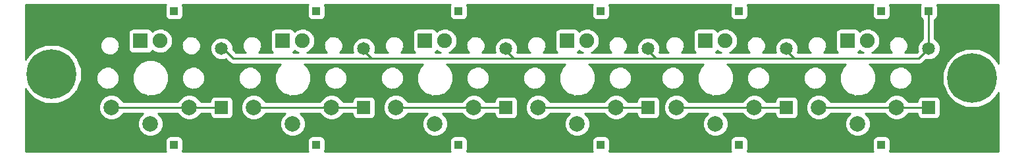
<source format=gbr>
G04 #@! TF.GenerationSoftware,KiCad,Pcbnew,(5.0.0)*
G04 #@! TF.CreationDate,2018-08-10T22:40:29+09:00*
G04 #@! TF.ProjectId,keyborad,6B6579626F7261642E6B696361645F70,rev?*
G04 #@! TF.SameCoordinates,Original*
G04 #@! TF.FileFunction,Copper,L1,Top,Signal*
G04 #@! TF.FilePolarity,Positive*
%FSLAX46Y46*%
G04 Gerber Fmt 4.6, Leading zero omitted, Abs format (unit mm)*
G04 Created by KiCad (PCBNEW (5.0.0)) date 08/10/18 22:40:29*
%MOMM*%
%LPD*%
G01*
G04 APERTURE LIST*
G04 #@! TA.AperFunction,ComponentPad*
%ADD10C,1.651000*%
G04 #@! TD*
G04 #@! TA.AperFunction,ComponentPad*
%ADD11R,1.651000X1.651000*%
G04 #@! TD*
G04 #@! TA.AperFunction,ComponentPad*
%ADD12C,6.400000*%
G04 #@! TD*
G04 #@! TA.AperFunction,ComponentPad*
%ADD13C,2.000000*%
G04 #@! TD*
G04 #@! TA.AperFunction,ComponentPad*
%ADD14R,1.905000X1.905000*%
G04 #@! TD*
G04 #@! TA.AperFunction,ComponentPad*
%ADD15C,1.905000*%
G04 #@! TD*
G04 #@! TA.AperFunction,ComponentPad*
%ADD16R,1.000000X1.000000*%
G04 #@! TD*
G04 #@! TA.AperFunction,Conductor*
%ADD17C,0.250000*%
G04 #@! TD*
G04 #@! TA.AperFunction,NonConductor*
%ADD18C,0.254000*%
G04 #@! TD*
G04 APERTURE END LIST*
D10*
G04 #@! TO.P,D1,1*
G04 #@! TO.N,row0*
X131064000Y-69850000D03*
D11*
G04 #@! TO.P,D1,2*
G04 #@! TO.N,Net-(D1-Pad2)*
X131064000Y-77470000D03*
G04 #@! TD*
D10*
G04 #@! TO.P,D2,1*
G04 #@! TO.N,row0*
X149352000Y-69850000D03*
D11*
G04 #@! TO.P,D2,2*
G04 #@! TO.N,Net-(D2-Pad2)*
X149352000Y-77470000D03*
G04 #@! TD*
D10*
G04 #@! TO.P,D3,1*
G04 #@! TO.N,row0*
X167640000Y-69850000D03*
D11*
G04 #@! TO.P,D3,2*
G04 #@! TO.N,Net-(D3-Pad2)*
X167640000Y-77470000D03*
G04 #@! TD*
D10*
G04 #@! TO.P,D4,1*
G04 #@! TO.N,row0*
X185928000Y-69850000D03*
D11*
G04 #@! TO.P,D4,2*
G04 #@! TO.N,Net-(D4-Pad2)*
X185928000Y-77470000D03*
G04 #@! TD*
D10*
G04 #@! TO.P,D5,1*
G04 #@! TO.N,row0*
X203708000Y-69850000D03*
D11*
G04 #@! TO.P,D5,2*
G04 #@! TO.N,Net-(D5-Pad2)*
X203708000Y-77470000D03*
G04 #@! TD*
D10*
G04 #@! TO.P,D6,1*
G04 #@! TO.N,row0*
X221996000Y-69850000D03*
D11*
G04 #@! TO.P,D6,2*
G04 #@! TO.N,Net-(D6-Pad2)*
X221996000Y-77470000D03*
G04 #@! TD*
D12*
G04 #@! TO.P,H1,1*
G04 #@! TO.N,N/C*
X109220000Y-73152000D03*
G04 #@! TD*
G04 #@! TO.P,H2,1*
G04 #@! TO.N,N/C*
X227584000Y-73660000D03*
G04 #@! TD*
D13*
G04 #@! TO.P,SW1,2*
G04 #@! TO.N,Net-(D1-Pad2)*
X126920000Y-77460000D03*
D14*
G04 #@! TO.P,SW1,4*
G04 #@! TO.N,N/C*
X120650000Y-68860000D03*
D15*
G04 #@! TO.P,SW1,3*
X123190000Y-68860000D03*
D13*
G04 #@! TO.P,SW1,1*
G04 #@! TO.N,col0*
X121920000Y-79560000D03*
G04 #@! TO.P,SW1,2*
G04 #@! TO.N,Net-(D1-Pad2)*
X116920000Y-77460000D03*
G04 #@! TD*
G04 #@! TO.P,SW2,2*
G04 #@! TO.N,Net-(D2-Pad2)*
X145208000Y-77460000D03*
D14*
G04 #@! TO.P,SW2,4*
G04 #@! TO.N,N/C*
X138938000Y-68860000D03*
D15*
G04 #@! TO.P,SW2,3*
X141478000Y-68860000D03*
D13*
G04 #@! TO.P,SW2,1*
G04 #@! TO.N,col1*
X140208000Y-79560000D03*
G04 #@! TO.P,SW2,2*
G04 #@! TO.N,Net-(D2-Pad2)*
X135208000Y-77460000D03*
G04 #@! TD*
G04 #@! TO.P,SW3,2*
G04 #@! TO.N,Net-(D3-Pad2)*
X163496000Y-77460000D03*
D14*
G04 #@! TO.P,SW3,4*
G04 #@! TO.N,N/C*
X157226000Y-68860000D03*
D15*
G04 #@! TO.P,SW3,3*
X159766000Y-68860000D03*
D13*
G04 #@! TO.P,SW3,1*
G04 #@! TO.N,col2*
X158496000Y-79560000D03*
G04 #@! TO.P,SW3,2*
G04 #@! TO.N,Net-(D3-Pad2)*
X153496000Y-77460000D03*
G04 #@! TD*
G04 #@! TO.P,SW4,2*
G04 #@! TO.N,Net-(D4-Pad2)*
X181784000Y-77460000D03*
D14*
G04 #@! TO.P,SW4,4*
G04 #@! TO.N,N/C*
X175514000Y-68860000D03*
D15*
G04 #@! TO.P,SW4,3*
X178054000Y-68860000D03*
D13*
G04 #@! TO.P,SW4,1*
G04 #@! TO.N,col3*
X176784000Y-79560000D03*
G04 #@! TO.P,SW4,2*
G04 #@! TO.N,Net-(D4-Pad2)*
X171784000Y-77460000D03*
G04 #@! TD*
G04 #@! TO.P,SW5,2*
G04 #@! TO.N,Net-(D5-Pad2)*
X199564000Y-77460000D03*
D14*
G04 #@! TO.P,SW5,4*
G04 #@! TO.N,N/C*
X193294000Y-68860000D03*
D15*
G04 #@! TO.P,SW5,3*
X195834000Y-68860000D03*
D13*
G04 #@! TO.P,SW5,1*
G04 #@! TO.N,col4*
X194564000Y-79560000D03*
G04 #@! TO.P,SW5,2*
G04 #@! TO.N,Net-(D5-Pad2)*
X189564000Y-77460000D03*
G04 #@! TD*
G04 #@! TO.P,SW6,2*
G04 #@! TO.N,Net-(D6-Pad2)*
X217852000Y-77460000D03*
D14*
G04 #@! TO.P,SW6,4*
G04 #@! TO.N,N/C*
X211582000Y-68860000D03*
D15*
G04 #@! TO.P,SW6,3*
X214122000Y-68860000D03*
D13*
G04 #@! TO.P,SW6,1*
G04 #@! TO.N,col5*
X212852000Y-79560000D03*
G04 #@! TO.P,SW6,2*
G04 #@! TO.N,Net-(D6-Pad2)*
X207852000Y-77460000D03*
G04 #@! TD*
D16*
G04 #@! TO.P,P1,1*
G04 #@! TO.N,col0*
X124968000Y-65024000D03*
G04 #@! TD*
G04 #@! TO.P,P2,1*
G04 #@! TO.N,col1*
X143256000Y-65024000D03*
G04 #@! TD*
G04 #@! TO.P,P3,1*
G04 #@! TO.N,col2*
X161544000Y-65024000D03*
G04 #@! TD*
G04 #@! TO.P,P4,1*
G04 #@! TO.N,col3*
X179832000Y-82296000D03*
G04 #@! TD*
G04 #@! TO.P,P5,1*
G04 #@! TO.N,col4*
X197612000Y-82296000D03*
G04 #@! TD*
G04 #@! TO.P,P6,1*
G04 #@! TO.N,col5*
X215900000Y-65024000D03*
G04 #@! TD*
G04 #@! TO.P,P7,1*
G04 #@! TO.N,row0*
X221996000Y-65024000D03*
G04 #@! TD*
G04 #@! TO.P,P8,1*
G04 #@! TO.N,col0*
X124968000Y-82296000D03*
G04 #@! TD*
G04 #@! TO.P,P9,1*
G04 #@! TO.N,col1*
X143256000Y-82296000D03*
G04 #@! TD*
G04 #@! TO.P,P10,1*
G04 #@! TO.N,col2*
X161544000Y-82296000D03*
G04 #@! TD*
G04 #@! TO.P,P11,1*
G04 #@! TO.N,col3*
X179832000Y-65024000D03*
G04 #@! TD*
G04 #@! TO.P,P12,1*
G04 #@! TO.N,col4*
X197612000Y-65024000D03*
G04 #@! TD*
G04 #@! TO.P,P13,1*
G04 #@! TO.N,col5*
X215900000Y-82296000D03*
G04 #@! TD*
D17*
G04 #@! TO.N,row0*
X221996000Y-65024000D02*
X221996000Y-69850000D01*
X149352000Y-69850000D02*
X149352000Y-70104000D01*
X149352000Y-70104000D02*
X150368000Y-71120000D01*
X167640000Y-69850000D02*
X167640000Y-70104000D01*
X167640000Y-70104000D02*
X168656000Y-71120000D01*
X185928000Y-69850000D02*
X185928000Y-70104000D01*
X185928000Y-70104000D02*
X186944000Y-71120000D01*
X203708000Y-69850000D02*
X203708000Y-70104000D01*
X203708000Y-70104000D02*
X204724000Y-71120000D01*
X131064000Y-69850000D02*
X131318000Y-69850000D01*
X131318000Y-69850000D02*
X132588000Y-71120000D01*
X132588000Y-71120000D02*
X150368000Y-71120000D01*
X150368000Y-71120000D02*
X168656000Y-71120000D01*
X168656000Y-71120000D02*
X186944000Y-71120000D01*
X186944000Y-71120000D02*
X204724000Y-71120000D01*
X204724000Y-71120000D02*
X220726000Y-71120000D01*
X220726000Y-71120000D02*
X221996000Y-69850000D01*
G04 #@! TO.N,Net-(D1-Pad2)*
X126920000Y-77460000D02*
X131054000Y-77460000D01*
X131054000Y-77460000D02*
X131064000Y-77470000D01*
X116920000Y-77460000D02*
X126920000Y-77460000D01*
G04 #@! TO.N,Net-(D2-Pad2)*
X149352000Y-77470000D02*
X145218000Y-77470000D01*
X145218000Y-77470000D02*
X145208000Y-77460000D01*
X135208000Y-77460000D02*
X145208000Y-77460000D01*
G04 #@! TO.N,Net-(D3-Pad2)*
X163496000Y-77460000D02*
X167630000Y-77460000D01*
X167630000Y-77460000D02*
X167640000Y-77470000D01*
X163496000Y-77460000D02*
X153496000Y-77460000D01*
G04 #@! TO.N,Net-(D4-Pad2)*
X171784000Y-77460000D02*
X181784000Y-77460000D01*
X181784000Y-77460000D02*
X181794000Y-77470000D01*
X181794000Y-77470000D02*
X185928000Y-77470000D01*
G04 #@! TO.N,Net-(D5-Pad2)*
X189564000Y-77460000D02*
X199564000Y-77460000D01*
X199564000Y-77460000D02*
X199574000Y-77470000D01*
X199574000Y-77470000D02*
X203708000Y-77470000D01*
G04 #@! TO.N,Net-(D6-Pad2)*
X207852000Y-77460000D02*
X217852000Y-77460000D01*
X217852000Y-77460000D02*
X217862000Y-77470000D01*
X217862000Y-77470000D02*
X221996000Y-77470000D01*
G04 #@! TD*
D18*
G36*
X123869843Y-64276235D02*
X123820560Y-64524000D01*
X123820560Y-65524000D01*
X123869843Y-65771765D01*
X124010191Y-65981809D01*
X124220235Y-66122157D01*
X124468000Y-66171440D01*
X125468000Y-66171440D01*
X125715765Y-66122157D01*
X125925809Y-65981809D01*
X126066157Y-65771765D01*
X126115440Y-65524000D01*
X126115440Y-64524000D01*
X126066157Y-64276235D01*
X126005195Y-64185000D01*
X142218805Y-64185000D01*
X142157843Y-64276235D01*
X142108560Y-64524000D01*
X142108560Y-65524000D01*
X142157843Y-65771765D01*
X142298191Y-65981809D01*
X142508235Y-66122157D01*
X142756000Y-66171440D01*
X143756000Y-66171440D01*
X144003765Y-66122157D01*
X144213809Y-65981809D01*
X144354157Y-65771765D01*
X144403440Y-65524000D01*
X144403440Y-64524000D01*
X144354157Y-64276235D01*
X144293195Y-64185000D01*
X160506805Y-64185000D01*
X160445843Y-64276235D01*
X160396560Y-64524000D01*
X160396560Y-65524000D01*
X160445843Y-65771765D01*
X160586191Y-65981809D01*
X160796235Y-66122157D01*
X161044000Y-66171440D01*
X162044000Y-66171440D01*
X162291765Y-66122157D01*
X162501809Y-65981809D01*
X162642157Y-65771765D01*
X162691440Y-65524000D01*
X162691440Y-64524000D01*
X162642157Y-64276235D01*
X162581195Y-64185000D01*
X178794805Y-64185000D01*
X178733843Y-64276235D01*
X178684560Y-64524000D01*
X178684560Y-65524000D01*
X178733843Y-65771765D01*
X178874191Y-65981809D01*
X179084235Y-66122157D01*
X179332000Y-66171440D01*
X180332000Y-66171440D01*
X180579765Y-66122157D01*
X180789809Y-65981809D01*
X180930157Y-65771765D01*
X180979440Y-65524000D01*
X180979440Y-64524000D01*
X180930157Y-64276235D01*
X180869195Y-64185000D01*
X196574805Y-64185000D01*
X196513843Y-64276235D01*
X196464560Y-64524000D01*
X196464560Y-65524000D01*
X196513843Y-65771765D01*
X196654191Y-65981809D01*
X196864235Y-66122157D01*
X197112000Y-66171440D01*
X198112000Y-66171440D01*
X198359765Y-66122157D01*
X198569809Y-65981809D01*
X198710157Y-65771765D01*
X198759440Y-65524000D01*
X198759440Y-64524000D01*
X198710157Y-64276235D01*
X198649195Y-64185000D01*
X214862805Y-64185000D01*
X214801843Y-64276235D01*
X214752560Y-64524000D01*
X214752560Y-65524000D01*
X214801843Y-65771765D01*
X214942191Y-65981809D01*
X215152235Y-66122157D01*
X215400000Y-66171440D01*
X216400000Y-66171440D01*
X216647765Y-66122157D01*
X216857809Y-65981809D01*
X216998157Y-65771765D01*
X217047440Y-65524000D01*
X217047440Y-64524000D01*
X216998157Y-64276235D01*
X216937195Y-64185000D01*
X220958805Y-64185000D01*
X220897843Y-64276235D01*
X220848560Y-64524000D01*
X220848560Y-65524000D01*
X220897843Y-65771765D01*
X221038191Y-65981809D01*
X221236000Y-66113982D01*
X221236001Y-68583968D01*
X221168693Y-68611848D01*
X220757848Y-69022693D01*
X220535500Y-69559488D01*
X220535500Y-70140512D01*
X220563380Y-70207819D01*
X220411199Y-70360000D01*
X218918553Y-70360000D01*
X219118982Y-70159571D01*
X219144914Y-70096967D01*
X219160164Y-70093617D01*
X219227589Y-69897371D01*
X219307000Y-69705657D01*
X219307000Y-69666240D01*
X219319807Y-69628964D01*
X219307000Y-69421866D01*
X219307000Y-69214343D01*
X219291915Y-69177924D01*
X219289482Y-69138587D01*
X219160164Y-68826383D01*
X219144914Y-68823033D01*
X219118982Y-68760429D01*
X218771571Y-68413018D01*
X218708967Y-68387086D01*
X218705617Y-68371836D01*
X218509371Y-68304411D01*
X218317657Y-68225000D01*
X218278240Y-68225000D01*
X218240964Y-68212193D01*
X218033866Y-68225000D01*
X217826343Y-68225000D01*
X217789924Y-68240085D01*
X217750587Y-68242518D01*
X217438383Y-68371836D01*
X217435033Y-68387086D01*
X217372429Y-68413018D01*
X217025018Y-68760429D01*
X216999086Y-68823033D01*
X216983836Y-68826383D01*
X216916411Y-69022629D01*
X216837000Y-69214343D01*
X216837000Y-69253760D01*
X216824193Y-69291036D01*
X216837000Y-69498134D01*
X216837000Y-69705657D01*
X216852085Y-69742076D01*
X216854518Y-69781413D01*
X216983836Y-70093617D01*
X216999086Y-70096967D01*
X217025018Y-70159571D01*
X217225447Y-70360000D01*
X214678218Y-70360000D01*
X214967712Y-70240088D01*
X214972737Y-70225911D01*
X215021247Y-70205818D01*
X215467818Y-69759247D01*
X215487911Y-69710737D01*
X215502088Y-69705712D01*
X215600595Y-69438693D01*
X215709500Y-69175773D01*
X215709500Y-69143491D01*
X215720675Y-69113199D01*
X215709500Y-68828806D01*
X215709500Y-68544227D01*
X215697146Y-68514401D01*
X215695878Y-68482139D01*
X215502088Y-68014288D01*
X215487911Y-68009263D01*
X215467818Y-67960753D01*
X215021247Y-67514182D01*
X214972737Y-67494089D01*
X214967712Y-67479912D01*
X214700693Y-67381405D01*
X214437773Y-67272500D01*
X214405491Y-67272500D01*
X214375199Y-67261325D01*
X214090806Y-67272500D01*
X213806227Y-67272500D01*
X213776401Y-67284854D01*
X213744139Y-67286122D01*
X213276288Y-67479912D01*
X213271263Y-67494089D01*
X213222753Y-67514182D01*
X213110444Y-67626491D01*
X213097230Y-67606715D01*
X213072827Y-67547801D01*
X213027735Y-67502709D01*
X212992309Y-67449691D01*
X212939289Y-67414264D01*
X212894198Y-67369173D01*
X212835286Y-67344771D01*
X212782265Y-67309343D01*
X212719722Y-67296903D01*
X212660809Y-67272500D01*
X212597041Y-67272500D01*
X212534500Y-67260060D01*
X210629500Y-67260060D01*
X210566959Y-67272500D01*
X210503191Y-67272500D01*
X210444278Y-67296903D01*
X210381735Y-67309343D01*
X210328714Y-67344771D01*
X210269802Y-67369173D01*
X210224711Y-67414264D01*
X210171691Y-67449691D01*
X210136265Y-67502709D01*
X210091173Y-67547801D01*
X210066770Y-67606715D01*
X210031343Y-67659735D01*
X210018903Y-67722276D01*
X209994500Y-67781190D01*
X209994500Y-67844959D01*
X209982060Y-67907500D01*
X209982060Y-69812500D01*
X209994500Y-69875041D01*
X209994500Y-69938810D01*
X210018903Y-69997724D01*
X210031343Y-70060265D01*
X210066770Y-70113285D01*
X210091173Y-70172199D01*
X210136265Y-70217291D01*
X210171691Y-70270309D01*
X210224711Y-70305736D01*
X210269802Y-70350827D01*
X210291948Y-70360000D01*
X208478553Y-70360000D01*
X208678982Y-70159571D01*
X208704914Y-70096967D01*
X208720164Y-70093617D01*
X208787589Y-69897371D01*
X208867000Y-69705657D01*
X208867000Y-69666240D01*
X208879807Y-69628964D01*
X208867000Y-69421866D01*
X208867000Y-69214343D01*
X208851915Y-69177924D01*
X208849482Y-69138587D01*
X208720164Y-68826383D01*
X208704914Y-68823033D01*
X208678982Y-68760429D01*
X208331571Y-68413018D01*
X208268967Y-68387086D01*
X208265617Y-68371836D01*
X208069371Y-68304411D01*
X207877657Y-68225000D01*
X207838240Y-68225000D01*
X207800964Y-68212193D01*
X207593866Y-68225000D01*
X207386343Y-68225000D01*
X207349924Y-68240085D01*
X207310587Y-68242518D01*
X206998383Y-68371836D01*
X206995033Y-68387086D01*
X206932429Y-68413018D01*
X206585018Y-68760429D01*
X206559086Y-68823033D01*
X206543836Y-68826383D01*
X206476411Y-69022629D01*
X206397000Y-69214343D01*
X206397000Y-69253760D01*
X206384193Y-69291036D01*
X206397000Y-69498134D01*
X206397000Y-69705657D01*
X206412085Y-69742076D01*
X206414518Y-69781413D01*
X206543836Y-70093617D01*
X206559086Y-70096967D01*
X206585018Y-70159571D01*
X206785447Y-70360000D01*
X205077585Y-70360000D01*
X205168500Y-70140512D01*
X205168500Y-69559488D01*
X204946152Y-69022693D01*
X204535307Y-68611848D01*
X203998512Y-68389500D01*
X203417488Y-68389500D01*
X202880693Y-68611848D01*
X202469848Y-69022693D01*
X202247500Y-69559488D01*
X202247500Y-70140512D01*
X202338415Y-70360000D01*
X200630553Y-70360000D01*
X200830982Y-70159571D01*
X200856914Y-70096967D01*
X200872164Y-70093617D01*
X200939589Y-69897371D01*
X201019000Y-69705657D01*
X201019000Y-69666240D01*
X201031807Y-69628964D01*
X201019000Y-69421866D01*
X201019000Y-69214343D01*
X201003915Y-69177924D01*
X201001482Y-69138587D01*
X200872164Y-68826383D01*
X200856914Y-68823033D01*
X200830982Y-68760429D01*
X200483571Y-68413018D01*
X200420967Y-68387086D01*
X200417617Y-68371836D01*
X200221371Y-68304411D01*
X200029657Y-68225000D01*
X199990240Y-68225000D01*
X199952964Y-68212193D01*
X199745866Y-68225000D01*
X199538343Y-68225000D01*
X199501924Y-68240085D01*
X199462587Y-68242518D01*
X199150383Y-68371836D01*
X199147033Y-68387086D01*
X199084429Y-68413018D01*
X198737018Y-68760429D01*
X198711086Y-68823033D01*
X198695836Y-68826383D01*
X198628411Y-69022629D01*
X198549000Y-69214343D01*
X198549000Y-69253760D01*
X198536193Y-69291036D01*
X198549000Y-69498134D01*
X198549000Y-69705657D01*
X198564085Y-69742076D01*
X198566518Y-69781413D01*
X198695836Y-70093617D01*
X198711086Y-70096967D01*
X198737018Y-70159571D01*
X198937447Y-70360000D01*
X196390218Y-70360000D01*
X196679712Y-70240088D01*
X196684737Y-70225911D01*
X196733247Y-70205818D01*
X197179818Y-69759247D01*
X197199911Y-69710737D01*
X197214088Y-69705712D01*
X197312595Y-69438693D01*
X197421500Y-69175773D01*
X197421500Y-69143491D01*
X197432675Y-69113199D01*
X197421500Y-68828806D01*
X197421500Y-68544227D01*
X197409146Y-68514401D01*
X197407878Y-68482139D01*
X197214088Y-68014288D01*
X197199911Y-68009263D01*
X197179818Y-67960753D01*
X196733247Y-67514182D01*
X196684737Y-67494089D01*
X196679712Y-67479912D01*
X196412693Y-67381405D01*
X196149773Y-67272500D01*
X196117491Y-67272500D01*
X196087199Y-67261325D01*
X195802806Y-67272500D01*
X195518227Y-67272500D01*
X195488401Y-67284854D01*
X195456139Y-67286122D01*
X194988288Y-67479912D01*
X194983263Y-67494089D01*
X194934753Y-67514182D01*
X194822444Y-67626491D01*
X194809230Y-67606715D01*
X194784827Y-67547801D01*
X194739735Y-67502709D01*
X194704309Y-67449691D01*
X194651289Y-67414264D01*
X194606198Y-67369173D01*
X194547286Y-67344771D01*
X194494265Y-67309343D01*
X194431722Y-67296903D01*
X194372809Y-67272500D01*
X194309041Y-67272500D01*
X194246500Y-67260060D01*
X192341500Y-67260060D01*
X192278959Y-67272500D01*
X192215191Y-67272500D01*
X192156278Y-67296903D01*
X192093735Y-67309343D01*
X192040714Y-67344771D01*
X191981802Y-67369173D01*
X191936711Y-67414264D01*
X191883691Y-67449691D01*
X191848265Y-67502709D01*
X191803173Y-67547801D01*
X191778770Y-67606715D01*
X191743343Y-67659735D01*
X191730903Y-67722276D01*
X191706500Y-67781190D01*
X191706500Y-67844959D01*
X191694060Y-67907500D01*
X191694060Y-69812500D01*
X191706500Y-69875041D01*
X191706500Y-69938810D01*
X191730903Y-69997724D01*
X191743343Y-70060265D01*
X191778770Y-70113285D01*
X191803173Y-70172199D01*
X191848265Y-70217291D01*
X191883691Y-70270309D01*
X191936711Y-70305736D01*
X191981802Y-70350827D01*
X192003948Y-70360000D01*
X190190553Y-70360000D01*
X190390982Y-70159571D01*
X190416914Y-70096967D01*
X190432164Y-70093617D01*
X190499589Y-69897371D01*
X190579000Y-69705657D01*
X190579000Y-69666240D01*
X190591807Y-69628964D01*
X190579000Y-69421866D01*
X190579000Y-69214343D01*
X190563915Y-69177924D01*
X190561482Y-69138587D01*
X190432164Y-68826383D01*
X190416914Y-68823033D01*
X190390982Y-68760429D01*
X190043571Y-68413018D01*
X189980967Y-68387086D01*
X189977617Y-68371836D01*
X189781371Y-68304411D01*
X189589657Y-68225000D01*
X189550240Y-68225000D01*
X189512964Y-68212193D01*
X189305866Y-68225000D01*
X189098343Y-68225000D01*
X189061924Y-68240085D01*
X189022587Y-68242518D01*
X188710383Y-68371836D01*
X188707033Y-68387086D01*
X188644429Y-68413018D01*
X188297018Y-68760429D01*
X188271086Y-68823033D01*
X188255836Y-68826383D01*
X188188411Y-69022629D01*
X188109000Y-69214343D01*
X188109000Y-69253760D01*
X188096193Y-69291036D01*
X188109000Y-69498134D01*
X188109000Y-69705657D01*
X188124085Y-69742076D01*
X188126518Y-69781413D01*
X188255836Y-70093617D01*
X188271086Y-70096967D01*
X188297018Y-70159571D01*
X188497447Y-70360000D01*
X187297585Y-70360000D01*
X187388500Y-70140512D01*
X187388500Y-69559488D01*
X187166152Y-69022693D01*
X186755307Y-68611848D01*
X186218512Y-68389500D01*
X185637488Y-68389500D01*
X185100693Y-68611848D01*
X184689848Y-69022693D01*
X184467500Y-69559488D01*
X184467500Y-70140512D01*
X184558415Y-70360000D01*
X182850553Y-70360000D01*
X183050982Y-70159571D01*
X183076914Y-70096967D01*
X183092164Y-70093617D01*
X183159589Y-69897371D01*
X183239000Y-69705657D01*
X183239000Y-69666240D01*
X183251807Y-69628964D01*
X183239000Y-69421866D01*
X183239000Y-69214343D01*
X183223915Y-69177924D01*
X183221482Y-69138587D01*
X183092164Y-68826383D01*
X183076914Y-68823033D01*
X183050982Y-68760429D01*
X182703571Y-68413018D01*
X182640967Y-68387086D01*
X182637617Y-68371836D01*
X182441371Y-68304411D01*
X182249657Y-68225000D01*
X182210240Y-68225000D01*
X182172964Y-68212193D01*
X181965866Y-68225000D01*
X181758343Y-68225000D01*
X181721924Y-68240085D01*
X181682587Y-68242518D01*
X181370383Y-68371836D01*
X181367033Y-68387086D01*
X181304429Y-68413018D01*
X180957018Y-68760429D01*
X180931086Y-68823033D01*
X180915836Y-68826383D01*
X180848411Y-69022629D01*
X180769000Y-69214343D01*
X180769000Y-69253760D01*
X180756193Y-69291036D01*
X180769000Y-69498134D01*
X180769000Y-69705657D01*
X180784085Y-69742076D01*
X180786518Y-69781413D01*
X180915836Y-70093617D01*
X180931086Y-70096967D01*
X180957018Y-70159571D01*
X181157447Y-70360000D01*
X178610218Y-70360000D01*
X178899712Y-70240088D01*
X178904737Y-70225911D01*
X178953247Y-70205818D01*
X179399818Y-69759247D01*
X179419911Y-69710737D01*
X179434088Y-69705712D01*
X179532595Y-69438693D01*
X179641500Y-69175773D01*
X179641500Y-69143491D01*
X179652675Y-69113199D01*
X179641500Y-68828806D01*
X179641500Y-68544227D01*
X179629146Y-68514401D01*
X179627878Y-68482139D01*
X179434088Y-68014288D01*
X179419911Y-68009263D01*
X179399818Y-67960753D01*
X178953247Y-67514182D01*
X178904737Y-67494089D01*
X178899712Y-67479912D01*
X178632693Y-67381405D01*
X178369773Y-67272500D01*
X178337491Y-67272500D01*
X178307199Y-67261325D01*
X178022806Y-67272500D01*
X177738227Y-67272500D01*
X177708401Y-67284854D01*
X177676139Y-67286122D01*
X177208288Y-67479912D01*
X177203263Y-67494089D01*
X177154753Y-67514182D01*
X177042444Y-67626491D01*
X177029230Y-67606715D01*
X177004827Y-67547801D01*
X176959735Y-67502709D01*
X176924309Y-67449691D01*
X176871289Y-67414264D01*
X176826198Y-67369173D01*
X176767286Y-67344771D01*
X176714265Y-67309343D01*
X176651722Y-67296903D01*
X176592809Y-67272500D01*
X176529041Y-67272500D01*
X176466500Y-67260060D01*
X174561500Y-67260060D01*
X174498959Y-67272500D01*
X174435191Y-67272500D01*
X174376278Y-67296903D01*
X174313735Y-67309343D01*
X174260714Y-67344771D01*
X174201802Y-67369173D01*
X174156711Y-67414264D01*
X174103691Y-67449691D01*
X174068265Y-67502709D01*
X174023173Y-67547801D01*
X173998770Y-67606715D01*
X173963343Y-67659735D01*
X173950903Y-67722276D01*
X173926500Y-67781190D01*
X173926500Y-67844959D01*
X173914060Y-67907500D01*
X173914060Y-69812500D01*
X173926500Y-69875041D01*
X173926500Y-69938810D01*
X173950903Y-69997724D01*
X173963343Y-70060265D01*
X173998770Y-70113285D01*
X174023173Y-70172199D01*
X174068265Y-70217291D01*
X174103691Y-70270309D01*
X174156711Y-70305736D01*
X174201802Y-70350827D01*
X174223948Y-70360000D01*
X172410553Y-70360000D01*
X172610982Y-70159571D01*
X172636914Y-70096967D01*
X172652164Y-70093617D01*
X172719589Y-69897371D01*
X172799000Y-69705657D01*
X172799000Y-69666240D01*
X172811807Y-69628964D01*
X172799000Y-69421866D01*
X172799000Y-69214343D01*
X172783915Y-69177924D01*
X172781482Y-69138587D01*
X172652164Y-68826383D01*
X172636914Y-68823033D01*
X172610982Y-68760429D01*
X172263571Y-68413018D01*
X172200967Y-68387086D01*
X172197617Y-68371836D01*
X172001371Y-68304411D01*
X171809657Y-68225000D01*
X171770240Y-68225000D01*
X171732964Y-68212193D01*
X171525866Y-68225000D01*
X171318343Y-68225000D01*
X171281924Y-68240085D01*
X171242587Y-68242518D01*
X170930383Y-68371836D01*
X170927033Y-68387086D01*
X170864429Y-68413018D01*
X170517018Y-68760429D01*
X170491086Y-68823033D01*
X170475836Y-68826383D01*
X170408411Y-69022629D01*
X170329000Y-69214343D01*
X170329000Y-69253760D01*
X170316193Y-69291036D01*
X170329000Y-69498134D01*
X170329000Y-69705657D01*
X170344085Y-69742076D01*
X170346518Y-69781413D01*
X170475836Y-70093617D01*
X170491086Y-70096967D01*
X170517018Y-70159571D01*
X170717447Y-70360000D01*
X169009585Y-70360000D01*
X169100500Y-70140512D01*
X169100500Y-69559488D01*
X168878152Y-69022693D01*
X168467307Y-68611848D01*
X167930512Y-68389500D01*
X167349488Y-68389500D01*
X166812693Y-68611848D01*
X166401848Y-69022693D01*
X166179500Y-69559488D01*
X166179500Y-70140512D01*
X166270415Y-70360000D01*
X164562553Y-70360000D01*
X164762982Y-70159571D01*
X164788914Y-70096967D01*
X164804164Y-70093617D01*
X164871589Y-69897371D01*
X164951000Y-69705657D01*
X164951000Y-69666240D01*
X164963807Y-69628964D01*
X164951000Y-69421866D01*
X164951000Y-69214343D01*
X164935915Y-69177924D01*
X164933482Y-69138587D01*
X164804164Y-68826383D01*
X164788914Y-68823033D01*
X164762982Y-68760429D01*
X164415571Y-68413018D01*
X164352967Y-68387086D01*
X164349617Y-68371836D01*
X164153371Y-68304411D01*
X163961657Y-68225000D01*
X163922240Y-68225000D01*
X163884964Y-68212193D01*
X163677866Y-68225000D01*
X163470343Y-68225000D01*
X163433924Y-68240085D01*
X163394587Y-68242518D01*
X163082383Y-68371836D01*
X163079033Y-68387086D01*
X163016429Y-68413018D01*
X162669018Y-68760429D01*
X162643086Y-68823033D01*
X162627836Y-68826383D01*
X162560411Y-69022629D01*
X162481000Y-69214343D01*
X162481000Y-69253760D01*
X162468193Y-69291036D01*
X162481000Y-69498134D01*
X162481000Y-69705657D01*
X162496085Y-69742076D01*
X162498518Y-69781413D01*
X162627836Y-70093617D01*
X162643086Y-70096967D01*
X162669018Y-70159571D01*
X162869447Y-70360000D01*
X160322218Y-70360000D01*
X160611712Y-70240088D01*
X160616737Y-70225911D01*
X160665247Y-70205818D01*
X161111818Y-69759247D01*
X161131911Y-69710737D01*
X161146088Y-69705712D01*
X161244595Y-69438693D01*
X161353500Y-69175773D01*
X161353500Y-69143491D01*
X161364675Y-69113199D01*
X161353500Y-68828806D01*
X161353500Y-68544227D01*
X161341146Y-68514401D01*
X161339878Y-68482139D01*
X161146088Y-68014288D01*
X161131911Y-68009263D01*
X161111818Y-67960753D01*
X160665247Y-67514182D01*
X160616737Y-67494089D01*
X160611712Y-67479912D01*
X160344693Y-67381405D01*
X160081773Y-67272500D01*
X160049491Y-67272500D01*
X160019199Y-67261325D01*
X159734806Y-67272500D01*
X159450227Y-67272500D01*
X159420401Y-67284854D01*
X159388139Y-67286122D01*
X158920288Y-67479912D01*
X158915263Y-67494089D01*
X158866753Y-67514182D01*
X158754444Y-67626491D01*
X158741230Y-67606715D01*
X158716827Y-67547801D01*
X158671735Y-67502709D01*
X158636309Y-67449691D01*
X158583289Y-67414264D01*
X158538198Y-67369173D01*
X158479286Y-67344771D01*
X158426265Y-67309343D01*
X158363722Y-67296903D01*
X158304809Y-67272500D01*
X158241041Y-67272500D01*
X158178500Y-67260060D01*
X156273500Y-67260060D01*
X156210959Y-67272500D01*
X156147191Y-67272500D01*
X156088278Y-67296903D01*
X156025735Y-67309343D01*
X155972714Y-67344771D01*
X155913802Y-67369173D01*
X155868711Y-67414264D01*
X155815691Y-67449691D01*
X155780265Y-67502709D01*
X155735173Y-67547801D01*
X155710770Y-67606715D01*
X155675343Y-67659735D01*
X155662903Y-67722276D01*
X155638500Y-67781190D01*
X155638500Y-67844959D01*
X155626060Y-67907500D01*
X155626060Y-69812500D01*
X155638500Y-69875041D01*
X155638500Y-69938810D01*
X155662903Y-69997724D01*
X155675343Y-70060265D01*
X155710770Y-70113285D01*
X155735173Y-70172199D01*
X155780265Y-70217291D01*
X155815691Y-70270309D01*
X155868711Y-70305736D01*
X155913802Y-70350827D01*
X155935948Y-70360000D01*
X154122553Y-70360000D01*
X154322982Y-70159571D01*
X154348914Y-70096967D01*
X154364164Y-70093617D01*
X154431589Y-69897371D01*
X154511000Y-69705657D01*
X154511000Y-69666240D01*
X154523807Y-69628964D01*
X154511000Y-69421866D01*
X154511000Y-69214343D01*
X154495915Y-69177924D01*
X154493482Y-69138587D01*
X154364164Y-68826383D01*
X154348914Y-68823033D01*
X154322982Y-68760429D01*
X153975571Y-68413018D01*
X153912967Y-68387086D01*
X153909617Y-68371836D01*
X153713371Y-68304411D01*
X153521657Y-68225000D01*
X153482240Y-68225000D01*
X153444964Y-68212193D01*
X153237866Y-68225000D01*
X153030343Y-68225000D01*
X152993924Y-68240085D01*
X152954587Y-68242518D01*
X152642383Y-68371836D01*
X152639033Y-68387086D01*
X152576429Y-68413018D01*
X152229018Y-68760429D01*
X152203086Y-68823033D01*
X152187836Y-68826383D01*
X152120411Y-69022629D01*
X152041000Y-69214343D01*
X152041000Y-69253760D01*
X152028193Y-69291036D01*
X152041000Y-69498134D01*
X152041000Y-69705657D01*
X152056085Y-69742076D01*
X152058518Y-69781413D01*
X152187836Y-70093617D01*
X152203086Y-70096967D01*
X152229018Y-70159571D01*
X152429447Y-70360000D01*
X150721585Y-70360000D01*
X150812500Y-70140512D01*
X150812500Y-69559488D01*
X150590152Y-69022693D01*
X150179307Y-68611848D01*
X149642512Y-68389500D01*
X149061488Y-68389500D01*
X148524693Y-68611848D01*
X148113848Y-69022693D01*
X147891500Y-69559488D01*
X147891500Y-70140512D01*
X147982415Y-70360000D01*
X146274553Y-70360000D01*
X146474982Y-70159571D01*
X146500914Y-70096967D01*
X146516164Y-70093617D01*
X146583589Y-69897371D01*
X146663000Y-69705657D01*
X146663000Y-69666240D01*
X146675807Y-69628964D01*
X146663000Y-69421866D01*
X146663000Y-69214343D01*
X146647915Y-69177924D01*
X146645482Y-69138587D01*
X146516164Y-68826383D01*
X146500914Y-68823033D01*
X146474982Y-68760429D01*
X146127571Y-68413018D01*
X146064967Y-68387086D01*
X146061617Y-68371836D01*
X145865371Y-68304411D01*
X145673657Y-68225000D01*
X145634240Y-68225000D01*
X145596964Y-68212193D01*
X145389866Y-68225000D01*
X145182343Y-68225000D01*
X145145924Y-68240085D01*
X145106587Y-68242518D01*
X144794383Y-68371836D01*
X144791033Y-68387086D01*
X144728429Y-68413018D01*
X144381018Y-68760429D01*
X144355086Y-68823033D01*
X144339836Y-68826383D01*
X144272411Y-69022629D01*
X144193000Y-69214343D01*
X144193000Y-69253760D01*
X144180193Y-69291036D01*
X144193000Y-69498134D01*
X144193000Y-69705657D01*
X144208085Y-69742076D01*
X144210518Y-69781413D01*
X144339836Y-70093617D01*
X144355086Y-70096967D01*
X144381018Y-70159571D01*
X144581447Y-70360000D01*
X142034218Y-70360000D01*
X142323712Y-70240088D01*
X142328737Y-70225911D01*
X142377247Y-70205818D01*
X142823818Y-69759247D01*
X142843911Y-69710737D01*
X142858088Y-69705712D01*
X142956595Y-69438693D01*
X143065500Y-69175773D01*
X143065500Y-69143491D01*
X143076675Y-69113199D01*
X143065500Y-68828806D01*
X143065500Y-68544227D01*
X143053146Y-68514401D01*
X143051878Y-68482139D01*
X142858088Y-68014288D01*
X142843911Y-68009263D01*
X142823818Y-67960753D01*
X142377247Y-67514182D01*
X142328737Y-67494089D01*
X142323712Y-67479912D01*
X142056693Y-67381405D01*
X141793773Y-67272500D01*
X141761491Y-67272500D01*
X141731199Y-67261325D01*
X141446806Y-67272500D01*
X141162227Y-67272500D01*
X141132401Y-67284854D01*
X141100139Y-67286122D01*
X140632288Y-67479912D01*
X140627263Y-67494089D01*
X140578753Y-67514182D01*
X140466444Y-67626491D01*
X140453230Y-67606715D01*
X140428827Y-67547801D01*
X140383735Y-67502709D01*
X140348309Y-67449691D01*
X140295289Y-67414264D01*
X140250198Y-67369173D01*
X140191286Y-67344771D01*
X140138265Y-67309343D01*
X140075722Y-67296903D01*
X140016809Y-67272500D01*
X139953041Y-67272500D01*
X139890500Y-67260060D01*
X137985500Y-67260060D01*
X137922959Y-67272500D01*
X137859191Y-67272500D01*
X137800278Y-67296903D01*
X137737735Y-67309343D01*
X137684714Y-67344771D01*
X137625802Y-67369173D01*
X137580711Y-67414264D01*
X137527691Y-67449691D01*
X137492265Y-67502709D01*
X137447173Y-67547801D01*
X137422770Y-67606715D01*
X137387343Y-67659735D01*
X137374903Y-67722276D01*
X137350500Y-67781190D01*
X137350500Y-67844959D01*
X137338060Y-67907500D01*
X137338060Y-69812500D01*
X137350500Y-69875041D01*
X137350500Y-69938810D01*
X137374903Y-69997724D01*
X137387343Y-70060265D01*
X137422770Y-70113285D01*
X137447173Y-70172199D01*
X137492265Y-70217291D01*
X137527691Y-70270309D01*
X137580711Y-70305736D01*
X137625802Y-70350827D01*
X137647948Y-70360000D01*
X135834553Y-70360000D01*
X136034982Y-70159571D01*
X136060914Y-70096967D01*
X136076164Y-70093617D01*
X136143589Y-69897371D01*
X136223000Y-69705657D01*
X136223000Y-69666240D01*
X136235807Y-69628964D01*
X136223000Y-69421866D01*
X136223000Y-69214343D01*
X136207915Y-69177924D01*
X136205482Y-69138587D01*
X136076164Y-68826383D01*
X136060914Y-68823033D01*
X136034982Y-68760429D01*
X135687571Y-68413018D01*
X135624967Y-68387086D01*
X135621617Y-68371836D01*
X135425371Y-68304411D01*
X135233657Y-68225000D01*
X135194240Y-68225000D01*
X135156964Y-68212193D01*
X134949866Y-68225000D01*
X134742343Y-68225000D01*
X134705924Y-68240085D01*
X134666587Y-68242518D01*
X134354383Y-68371836D01*
X134351033Y-68387086D01*
X134288429Y-68413018D01*
X133941018Y-68760429D01*
X133915086Y-68823033D01*
X133899836Y-68826383D01*
X133832411Y-69022629D01*
X133753000Y-69214343D01*
X133753000Y-69253760D01*
X133740193Y-69291036D01*
X133753000Y-69498134D01*
X133753000Y-69705657D01*
X133768085Y-69742076D01*
X133770518Y-69781413D01*
X133899836Y-70093617D01*
X133915086Y-70096967D01*
X133941018Y-70159571D01*
X134141447Y-70360000D01*
X132902802Y-70360000D01*
X132524500Y-69981698D01*
X132524500Y-69559488D01*
X132302152Y-69022693D01*
X131891307Y-68611848D01*
X131354512Y-68389500D01*
X130773488Y-68389500D01*
X130236693Y-68611848D01*
X129825848Y-69022693D01*
X129603500Y-69559488D01*
X129603500Y-70140512D01*
X129825848Y-70677307D01*
X130236693Y-71088152D01*
X130773488Y-71310500D01*
X131354512Y-71310500D01*
X131601424Y-71208226D01*
X131997671Y-71604473D01*
X132040071Y-71667929D01*
X132291463Y-71835904D01*
X132513148Y-71880000D01*
X132513152Y-71880000D01*
X132587999Y-71894888D01*
X132662846Y-71880000D01*
X138685812Y-71880000D01*
X138228483Y-72337329D01*
X138218849Y-72360587D01*
X138210030Y-72365371D01*
X138044443Y-72781641D01*
X137873000Y-73195540D01*
X137873000Y-73212631D01*
X137866684Y-73228509D01*
X137873000Y-73676400D01*
X137873000Y-74124460D01*
X137879541Y-74140252D01*
X137879782Y-74157336D01*
X138210030Y-74954629D01*
X138218849Y-74959413D01*
X138228483Y-74982671D01*
X138885329Y-75639517D01*
X138908587Y-75649151D01*
X138913371Y-75657970D01*
X139329641Y-75823557D01*
X139743540Y-75995000D01*
X139760631Y-75995000D01*
X139776509Y-76001316D01*
X140224400Y-75995000D01*
X140672460Y-75995000D01*
X140688252Y-75988459D01*
X140705336Y-75988218D01*
X141502629Y-75657970D01*
X141507413Y-75649151D01*
X141530671Y-75639517D01*
X142187517Y-74982671D01*
X142197151Y-74959413D01*
X142205970Y-74954629D01*
X142371557Y-74538359D01*
X142543000Y-74124460D01*
X142543000Y-74107369D01*
X142549316Y-74091491D01*
X142543000Y-73643600D01*
X142543000Y-73431279D01*
X144211282Y-73431279D01*
X144223000Y-73693208D01*
X144223000Y-73955385D01*
X144236149Y-73987130D01*
X144237685Y-74021458D01*
X144412741Y-74444080D01*
X144427358Y-74448749D01*
X144449078Y-74501185D01*
X144866815Y-74918922D01*
X144919251Y-74940642D01*
X144923920Y-74955259D01*
X145170392Y-75044668D01*
X145412615Y-75145000D01*
X145446976Y-75145000D01*
X145479279Y-75156718D01*
X145741208Y-75145000D01*
X146003385Y-75145000D01*
X146035130Y-75131851D01*
X146069458Y-75130315D01*
X146492080Y-74955259D01*
X146496749Y-74940642D01*
X146549185Y-74918922D01*
X146966922Y-74501185D01*
X146988642Y-74448749D01*
X147003259Y-74444080D01*
X147092668Y-74197608D01*
X147193000Y-73955385D01*
X147193000Y-73921024D01*
X147204718Y-73888721D01*
X147193000Y-73626792D01*
X147193000Y-73431279D01*
X151499282Y-73431279D01*
X151511000Y-73693208D01*
X151511000Y-73955385D01*
X151524149Y-73987130D01*
X151525685Y-74021458D01*
X151700741Y-74444080D01*
X151715358Y-74448749D01*
X151737078Y-74501185D01*
X152154815Y-74918922D01*
X152207251Y-74940642D01*
X152211920Y-74955259D01*
X152458392Y-75044668D01*
X152700615Y-75145000D01*
X152734976Y-75145000D01*
X152767279Y-75156718D01*
X153029208Y-75145000D01*
X153291385Y-75145000D01*
X153323130Y-75131851D01*
X153357458Y-75130315D01*
X153780080Y-74955259D01*
X153784749Y-74940642D01*
X153837185Y-74918922D01*
X154254922Y-74501185D01*
X154276642Y-74448749D01*
X154291259Y-74444080D01*
X154380668Y-74197608D01*
X154481000Y-73955385D01*
X154481000Y-73921024D01*
X154492718Y-73888721D01*
X154481000Y-73626792D01*
X154481000Y-73364615D01*
X154467851Y-73332870D01*
X154466315Y-73298542D01*
X154291259Y-72875920D01*
X154276642Y-72871251D01*
X154254922Y-72818815D01*
X153837185Y-72401078D01*
X153784749Y-72379358D01*
X153780080Y-72364741D01*
X153533608Y-72275332D01*
X153291385Y-72175000D01*
X153257024Y-72175000D01*
X153224721Y-72163282D01*
X152962792Y-72175000D01*
X152700615Y-72175000D01*
X152668870Y-72188149D01*
X152634542Y-72189685D01*
X152211920Y-72364741D01*
X152207251Y-72379358D01*
X152154815Y-72401078D01*
X151737078Y-72818815D01*
X151715358Y-72871251D01*
X151700741Y-72875920D01*
X151611332Y-73122392D01*
X151511000Y-73364615D01*
X151511000Y-73398976D01*
X151499282Y-73431279D01*
X147193000Y-73431279D01*
X147193000Y-73364615D01*
X147179851Y-73332870D01*
X147178315Y-73298542D01*
X147003259Y-72875920D01*
X146988642Y-72871251D01*
X146966922Y-72818815D01*
X146549185Y-72401078D01*
X146496749Y-72379358D01*
X146492080Y-72364741D01*
X146245608Y-72275332D01*
X146003385Y-72175000D01*
X145969024Y-72175000D01*
X145936721Y-72163282D01*
X145674792Y-72175000D01*
X145412615Y-72175000D01*
X145380870Y-72188149D01*
X145346542Y-72189685D01*
X144923920Y-72364741D01*
X144919251Y-72379358D01*
X144866815Y-72401078D01*
X144449078Y-72818815D01*
X144427358Y-72871251D01*
X144412741Y-72875920D01*
X144323332Y-73122392D01*
X144223000Y-73364615D01*
X144223000Y-73398976D01*
X144211282Y-73431279D01*
X142543000Y-73431279D01*
X142543000Y-73195540D01*
X142536459Y-73179748D01*
X142536218Y-73162664D01*
X142205970Y-72365371D01*
X142197151Y-72360587D01*
X142187517Y-72337329D01*
X141730188Y-71880000D01*
X150293153Y-71880000D01*
X150368000Y-71894888D01*
X150442847Y-71880000D01*
X156973812Y-71880000D01*
X156516483Y-72337329D01*
X156506849Y-72360587D01*
X156498030Y-72365371D01*
X156332443Y-72781641D01*
X156161000Y-73195540D01*
X156161000Y-73212631D01*
X156154684Y-73228509D01*
X156161000Y-73676400D01*
X156161000Y-74124460D01*
X156167541Y-74140252D01*
X156167782Y-74157336D01*
X156498030Y-74954629D01*
X156506849Y-74959413D01*
X156516483Y-74982671D01*
X157173329Y-75639517D01*
X157196587Y-75649151D01*
X157201371Y-75657970D01*
X157617641Y-75823557D01*
X158031540Y-75995000D01*
X158048631Y-75995000D01*
X158064509Y-76001316D01*
X158512400Y-75995000D01*
X158960460Y-75995000D01*
X158976252Y-75988459D01*
X158993336Y-75988218D01*
X159790629Y-75657970D01*
X159795413Y-75649151D01*
X159818671Y-75639517D01*
X160475517Y-74982671D01*
X160485151Y-74959413D01*
X160493970Y-74954629D01*
X160659557Y-74538359D01*
X160831000Y-74124460D01*
X160831000Y-74107369D01*
X160837316Y-74091491D01*
X160831000Y-73643600D01*
X160831000Y-73431279D01*
X162499282Y-73431279D01*
X162511000Y-73693208D01*
X162511000Y-73955385D01*
X162524149Y-73987130D01*
X162525685Y-74021458D01*
X162700741Y-74444080D01*
X162715358Y-74448749D01*
X162737078Y-74501185D01*
X163154815Y-74918922D01*
X163207251Y-74940642D01*
X163211920Y-74955259D01*
X163458392Y-75044668D01*
X163700615Y-75145000D01*
X163734976Y-75145000D01*
X163767279Y-75156718D01*
X164029208Y-75145000D01*
X164291385Y-75145000D01*
X164323130Y-75131851D01*
X164357458Y-75130315D01*
X164780080Y-74955259D01*
X164784749Y-74940642D01*
X164837185Y-74918922D01*
X165254922Y-74501185D01*
X165276642Y-74448749D01*
X165291259Y-74444080D01*
X165380668Y-74197608D01*
X165481000Y-73955385D01*
X165481000Y-73921024D01*
X165492718Y-73888721D01*
X165481000Y-73626792D01*
X165481000Y-73431279D01*
X169787282Y-73431279D01*
X169799000Y-73693208D01*
X169799000Y-73955385D01*
X169812149Y-73987130D01*
X169813685Y-74021458D01*
X169988741Y-74444080D01*
X170003358Y-74448749D01*
X170025078Y-74501185D01*
X170442815Y-74918922D01*
X170495251Y-74940642D01*
X170499920Y-74955259D01*
X170746392Y-75044668D01*
X170988615Y-75145000D01*
X171022976Y-75145000D01*
X171055279Y-75156718D01*
X171317208Y-75145000D01*
X171579385Y-75145000D01*
X171611130Y-75131851D01*
X171645458Y-75130315D01*
X172068080Y-74955259D01*
X172072749Y-74940642D01*
X172125185Y-74918922D01*
X172542922Y-74501185D01*
X172564642Y-74448749D01*
X172579259Y-74444080D01*
X172668668Y-74197608D01*
X172769000Y-73955385D01*
X172769000Y-73921024D01*
X172780718Y-73888721D01*
X172769000Y-73626792D01*
X172769000Y-73364615D01*
X172755851Y-73332870D01*
X172754315Y-73298542D01*
X172579259Y-72875920D01*
X172564642Y-72871251D01*
X172542922Y-72818815D01*
X172125185Y-72401078D01*
X172072749Y-72379358D01*
X172068080Y-72364741D01*
X171821608Y-72275332D01*
X171579385Y-72175000D01*
X171545024Y-72175000D01*
X171512721Y-72163282D01*
X171250792Y-72175000D01*
X170988615Y-72175000D01*
X170956870Y-72188149D01*
X170922542Y-72189685D01*
X170499920Y-72364741D01*
X170495251Y-72379358D01*
X170442815Y-72401078D01*
X170025078Y-72818815D01*
X170003358Y-72871251D01*
X169988741Y-72875920D01*
X169899332Y-73122392D01*
X169799000Y-73364615D01*
X169799000Y-73398976D01*
X169787282Y-73431279D01*
X165481000Y-73431279D01*
X165481000Y-73364615D01*
X165467851Y-73332870D01*
X165466315Y-73298542D01*
X165291259Y-72875920D01*
X165276642Y-72871251D01*
X165254922Y-72818815D01*
X164837185Y-72401078D01*
X164784749Y-72379358D01*
X164780080Y-72364741D01*
X164533608Y-72275332D01*
X164291385Y-72175000D01*
X164257024Y-72175000D01*
X164224721Y-72163282D01*
X163962792Y-72175000D01*
X163700615Y-72175000D01*
X163668870Y-72188149D01*
X163634542Y-72189685D01*
X163211920Y-72364741D01*
X163207251Y-72379358D01*
X163154815Y-72401078D01*
X162737078Y-72818815D01*
X162715358Y-72871251D01*
X162700741Y-72875920D01*
X162611332Y-73122392D01*
X162511000Y-73364615D01*
X162511000Y-73398976D01*
X162499282Y-73431279D01*
X160831000Y-73431279D01*
X160831000Y-73195540D01*
X160824459Y-73179748D01*
X160824218Y-73162664D01*
X160493970Y-72365371D01*
X160485151Y-72360587D01*
X160475517Y-72337329D01*
X160018188Y-71880000D01*
X168581153Y-71880000D01*
X168656000Y-71894888D01*
X168730847Y-71880000D01*
X175261812Y-71880000D01*
X174804483Y-72337329D01*
X174794849Y-72360587D01*
X174786030Y-72365371D01*
X174620443Y-72781641D01*
X174449000Y-73195540D01*
X174449000Y-73212631D01*
X174442684Y-73228509D01*
X174449000Y-73676400D01*
X174449000Y-74124460D01*
X174455541Y-74140252D01*
X174455782Y-74157336D01*
X174786030Y-74954629D01*
X174794849Y-74959413D01*
X174804483Y-74982671D01*
X175461329Y-75639517D01*
X175484587Y-75649151D01*
X175489371Y-75657970D01*
X175905641Y-75823557D01*
X176319540Y-75995000D01*
X176336631Y-75995000D01*
X176352509Y-76001316D01*
X176800400Y-75995000D01*
X177248460Y-75995000D01*
X177264252Y-75988459D01*
X177281336Y-75988218D01*
X178078629Y-75657970D01*
X178083413Y-75649151D01*
X178106671Y-75639517D01*
X178763517Y-74982671D01*
X178773151Y-74959413D01*
X178781970Y-74954629D01*
X178947557Y-74538359D01*
X179119000Y-74124460D01*
X179119000Y-74107369D01*
X179125316Y-74091491D01*
X179119000Y-73643600D01*
X179119000Y-73431279D01*
X180787282Y-73431279D01*
X180799000Y-73693208D01*
X180799000Y-73955385D01*
X180812149Y-73987130D01*
X180813685Y-74021458D01*
X180988741Y-74444080D01*
X181003358Y-74448749D01*
X181025078Y-74501185D01*
X181442815Y-74918922D01*
X181495251Y-74940642D01*
X181499920Y-74955259D01*
X181746392Y-75044668D01*
X181988615Y-75145000D01*
X182022976Y-75145000D01*
X182055279Y-75156718D01*
X182317208Y-75145000D01*
X182579385Y-75145000D01*
X182611130Y-75131851D01*
X182645458Y-75130315D01*
X183068080Y-74955259D01*
X183072749Y-74940642D01*
X183125185Y-74918922D01*
X183542922Y-74501185D01*
X183564642Y-74448749D01*
X183579259Y-74444080D01*
X183668668Y-74197608D01*
X183769000Y-73955385D01*
X183769000Y-73921024D01*
X183780718Y-73888721D01*
X183769000Y-73626792D01*
X183769000Y-73431279D01*
X187567282Y-73431279D01*
X187579000Y-73693208D01*
X187579000Y-73955385D01*
X187592149Y-73987130D01*
X187593685Y-74021458D01*
X187768741Y-74444080D01*
X187783358Y-74448749D01*
X187805078Y-74501185D01*
X188222815Y-74918922D01*
X188275251Y-74940642D01*
X188279920Y-74955259D01*
X188526392Y-75044668D01*
X188768615Y-75145000D01*
X188802976Y-75145000D01*
X188835279Y-75156718D01*
X189097208Y-75145000D01*
X189359385Y-75145000D01*
X189391130Y-75131851D01*
X189425458Y-75130315D01*
X189848080Y-74955259D01*
X189852749Y-74940642D01*
X189905185Y-74918922D01*
X190322922Y-74501185D01*
X190344642Y-74448749D01*
X190359259Y-74444080D01*
X190448668Y-74197608D01*
X190549000Y-73955385D01*
X190549000Y-73921024D01*
X190560718Y-73888721D01*
X190549000Y-73626792D01*
X190549000Y-73364615D01*
X190535851Y-73332870D01*
X190534315Y-73298542D01*
X190359259Y-72875920D01*
X190344642Y-72871251D01*
X190322922Y-72818815D01*
X189905185Y-72401078D01*
X189852749Y-72379358D01*
X189848080Y-72364741D01*
X189601608Y-72275332D01*
X189359385Y-72175000D01*
X189325024Y-72175000D01*
X189292721Y-72163282D01*
X189030792Y-72175000D01*
X188768615Y-72175000D01*
X188736870Y-72188149D01*
X188702542Y-72189685D01*
X188279920Y-72364741D01*
X188275251Y-72379358D01*
X188222815Y-72401078D01*
X187805078Y-72818815D01*
X187783358Y-72871251D01*
X187768741Y-72875920D01*
X187679332Y-73122392D01*
X187579000Y-73364615D01*
X187579000Y-73398976D01*
X187567282Y-73431279D01*
X183769000Y-73431279D01*
X183769000Y-73364615D01*
X183755851Y-73332870D01*
X183754315Y-73298542D01*
X183579259Y-72875920D01*
X183564642Y-72871251D01*
X183542922Y-72818815D01*
X183125185Y-72401078D01*
X183072749Y-72379358D01*
X183068080Y-72364741D01*
X182821608Y-72275332D01*
X182579385Y-72175000D01*
X182545024Y-72175000D01*
X182512721Y-72163282D01*
X182250792Y-72175000D01*
X181988615Y-72175000D01*
X181956870Y-72188149D01*
X181922542Y-72189685D01*
X181499920Y-72364741D01*
X181495251Y-72379358D01*
X181442815Y-72401078D01*
X181025078Y-72818815D01*
X181003358Y-72871251D01*
X180988741Y-72875920D01*
X180899332Y-73122392D01*
X180799000Y-73364615D01*
X180799000Y-73398976D01*
X180787282Y-73431279D01*
X179119000Y-73431279D01*
X179119000Y-73195540D01*
X179112459Y-73179748D01*
X179112218Y-73162664D01*
X178781970Y-72365371D01*
X178773151Y-72360587D01*
X178763517Y-72337329D01*
X178306188Y-71880000D01*
X186869153Y-71880000D01*
X186944000Y-71894888D01*
X187018847Y-71880000D01*
X193041812Y-71880000D01*
X192584483Y-72337329D01*
X192574849Y-72360587D01*
X192566030Y-72365371D01*
X192400443Y-72781641D01*
X192229000Y-73195540D01*
X192229000Y-73212631D01*
X192222684Y-73228509D01*
X192229000Y-73676400D01*
X192229000Y-74124460D01*
X192235541Y-74140252D01*
X192235782Y-74157336D01*
X192566030Y-74954629D01*
X192574849Y-74959413D01*
X192584483Y-74982671D01*
X193241329Y-75639517D01*
X193264587Y-75649151D01*
X193269371Y-75657970D01*
X193685641Y-75823557D01*
X194099540Y-75995000D01*
X194116631Y-75995000D01*
X194132509Y-76001316D01*
X194580400Y-75995000D01*
X195028460Y-75995000D01*
X195044252Y-75988459D01*
X195061336Y-75988218D01*
X195858629Y-75657970D01*
X195863413Y-75649151D01*
X195886671Y-75639517D01*
X196543517Y-74982671D01*
X196553151Y-74959413D01*
X196561970Y-74954629D01*
X196727557Y-74538359D01*
X196899000Y-74124460D01*
X196899000Y-74107369D01*
X196905316Y-74091491D01*
X196899000Y-73643600D01*
X196899000Y-73431279D01*
X198567282Y-73431279D01*
X198579000Y-73693208D01*
X198579000Y-73955385D01*
X198592149Y-73987130D01*
X198593685Y-74021458D01*
X198768741Y-74444080D01*
X198783358Y-74448749D01*
X198805078Y-74501185D01*
X199222815Y-74918922D01*
X199275251Y-74940642D01*
X199279920Y-74955259D01*
X199526392Y-75044668D01*
X199768615Y-75145000D01*
X199802976Y-75145000D01*
X199835279Y-75156718D01*
X200097208Y-75145000D01*
X200359385Y-75145000D01*
X200391130Y-75131851D01*
X200425458Y-75130315D01*
X200848080Y-74955259D01*
X200852749Y-74940642D01*
X200905185Y-74918922D01*
X201322922Y-74501185D01*
X201344642Y-74448749D01*
X201359259Y-74444080D01*
X201448668Y-74197608D01*
X201549000Y-73955385D01*
X201549000Y-73921024D01*
X201560718Y-73888721D01*
X201549000Y-73626792D01*
X201549000Y-73431279D01*
X205855282Y-73431279D01*
X205867000Y-73693208D01*
X205867000Y-73955385D01*
X205880149Y-73987130D01*
X205881685Y-74021458D01*
X206056741Y-74444080D01*
X206071358Y-74448749D01*
X206093078Y-74501185D01*
X206510815Y-74918922D01*
X206563251Y-74940642D01*
X206567920Y-74955259D01*
X206814392Y-75044668D01*
X207056615Y-75145000D01*
X207090976Y-75145000D01*
X207123279Y-75156718D01*
X207385208Y-75145000D01*
X207647385Y-75145000D01*
X207679130Y-75131851D01*
X207713458Y-75130315D01*
X208136080Y-74955259D01*
X208140749Y-74940642D01*
X208193185Y-74918922D01*
X208610922Y-74501185D01*
X208632642Y-74448749D01*
X208647259Y-74444080D01*
X208736668Y-74197608D01*
X208837000Y-73955385D01*
X208837000Y-73921024D01*
X208848718Y-73888721D01*
X208837000Y-73626792D01*
X208837000Y-73364615D01*
X208823851Y-73332870D01*
X208822315Y-73298542D01*
X208647259Y-72875920D01*
X208632642Y-72871251D01*
X208610922Y-72818815D01*
X208193185Y-72401078D01*
X208140749Y-72379358D01*
X208136080Y-72364741D01*
X207889608Y-72275332D01*
X207647385Y-72175000D01*
X207613024Y-72175000D01*
X207580721Y-72163282D01*
X207318792Y-72175000D01*
X207056615Y-72175000D01*
X207024870Y-72188149D01*
X206990542Y-72189685D01*
X206567920Y-72364741D01*
X206563251Y-72379358D01*
X206510815Y-72401078D01*
X206093078Y-72818815D01*
X206071358Y-72871251D01*
X206056741Y-72875920D01*
X205967332Y-73122392D01*
X205867000Y-73364615D01*
X205867000Y-73398976D01*
X205855282Y-73431279D01*
X201549000Y-73431279D01*
X201549000Y-73364615D01*
X201535851Y-73332870D01*
X201534315Y-73298542D01*
X201359259Y-72875920D01*
X201344642Y-72871251D01*
X201322922Y-72818815D01*
X200905185Y-72401078D01*
X200852749Y-72379358D01*
X200848080Y-72364741D01*
X200601608Y-72275332D01*
X200359385Y-72175000D01*
X200325024Y-72175000D01*
X200292721Y-72163282D01*
X200030792Y-72175000D01*
X199768615Y-72175000D01*
X199736870Y-72188149D01*
X199702542Y-72189685D01*
X199279920Y-72364741D01*
X199275251Y-72379358D01*
X199222815Y-72401078D01*
X198805078Y-72818815D01*
X198783358Y-72871251D01*
X198768741Y-72875920D01*
X198679332Y-73122392D01*
X198579000Y-73364615D01*
X198579000Y-73398976D01*
X198567282Y-73431279D01*
X196899000Y-73431279D01*
X196899000Y-73195540D01*
X196892459Y-73179748D01*
X196892218Y-73162664D01*
X196561970Y-72365371D01*
X196553151Y-72360587D01*
X196543517Y-72337329D01*
X196086188Y-71880000D01*
X204649153Y-71880000D01*
X204724000Y-71894888D01*
X204798847Y-71880000D01*
X211329812Y-71880000D01*
X210872483Y-72337329D01*
X210862849Y-72360587D01*
X210854030Y-72365371D01*
X210688443Y-72781641D01*
X210517000Y-73195540D01*
X210517000Y-73212631D01*
X210510684Y-73228509D01*
X210517000Y-73676400D01*
X210517000Y-74124460D01*
X210523541Y-74140252D01*
X210523782Y-74157336D01*
X210854030Y-74954629D01*
X210862849Y-74959413D01*
X210872483Y-74982671D01*
X211529329Y-75639517D01*
X211552587Y-75649151D01*
X211557371Y-75657970D01*
X211973641Y-75823557D01*
X212387540Y-75995000D01*
X212404631Y-75995000D01*
X212420509Y-76001316D01*
X212868400Y-75995000D01*
X213316460Y-75995000D01*
X213332252Y-75988459D01*
X213349336Y-75988218D01*
X214146629Y-75657970D01*
X214151413Y-75649151D01*
X214174671Y-75639517D01*
X214831517Y-74982671D01*
X214841151Y-74959413D01*
X214849970Y-74954629D01*
X215015557Y-74538359D01*
X215187000Y-74124460D01*
X215187000Y-74107369D01*
X215193316Y-74091491D01*
X215187000Y-73643600D01*
X215187000Y-73431279D01*
X216855282Y-73431279D01*
X216867000Y-73693208D01*
X216867000Y-73955385D01*
X216880149Y-73987130D01*
X216881685Y-74021458D01*
X217056741Y-74444080D01*
X217071358Y-74448749D01*
X217093078Y-74501185D01*
X217510815Y-74918922D01*
X217563251Y-74940642D01*
X217567920Y-74955259D01*
X217814392Y-75044668D01*
X218056615Y-75145000D01*
X218090976Y-75145000D01*
X218123279Y-75156718D01*
X218385208Y-75145000D01*
X218647385Y-75145000D01*
X218679130Y-75131851D01*
X218713458Y-75130315D01*
X219136080Y-74955259D01*
X219140749Y-74940642D01*
X219193185Y-74918922D01*
X219610922Y-74501185D01*
X219632642Y-74448749D01*
X219647259Y-74444080D01*
X219736668Y-74197608D01*
X219837000Y-73955385D01*
X219837000Y-73921024D01*
X219848718Y-73888721D01*
X219837000Y-73626792D01*
X219837000Y-73364615D01*
X219823851Y-73332870D01*
X219822315Y-73298542D01*
X219647259Y-72875920D01*
X219632642Y-72871251D01*
X219610922Y-72818815D01*
X219193185Y-72401078D01*
X219140749Y-72379358D01*
X219136080Y-72364741D01*
X218889608Y-72275332D01*
X218647385Y-72175000D01*
X218613024Y-72175000D01*
X218580721Y-72163282D01*
X218318792Y-72175000D01*
X218056615Y-72175000D01*
X218024870Y-72188149D01*
X217990542Y-72189685D01*
X217567920Y-72364741D01*
X217563251Y-72379358D01*
X217510815Y-72401078D01*
X217093078Y-72818815D01*
X217071358Y-72871251D01*
X217056741Y-72875920D01*
X216967332Y-73122392D01*
X216867000Y-73364615D01*
X216867000Y-73398976D01*
X216855282Y-73431279D01*
X215187000Y-73431279D01*
X215187000Y-73195540D01*
X215180459Y-73179748D01*
X215180218Y-73162664D01*
X214849970Y-72365371D01*
X214841151Y-72360587D01*
X214831517Y-72337329D01*
X214374188Y-71880000D01*
X220651153Y-71880000D01*
X220726000Y-71894888D01*
X220800847Y-71880000D01*
X220800852Y-71880000D01*
X221022537Y-71835904D01*
X221273929Y-71667929D01*
X221316331Y-71604470D01*
X221638181Y-71282620D01*
X221705488Y-71310500D01*
X222286512Y-71310500D01*
X222823307Y-71088152D01*
X223234152Y-70677307D01*
X223456500Y-70140512D01*
X223456500Y-69559488D01*
X223234152Y-69022693D01*
X222823307Y-68611848D01*
X222756000Y-68583968D01*
X222756000Y-66113982D01*
X222953809Y-65981809D01*
X223094157Y-65771765D01*
X223143440Y-65524000D01*
X223143440Y-64524000D01*
X223094157Y-64276235D01*
X223033195Y-64185000D01*
X230963000Y-64185000D01*
X230963000Y-71788329D01*
X230849819Y-71509754D01*
X230835333Y-71488074D01*
X230835156Y-71487647D01*
X230834829Y-71487320D01*
X230820343Y-71465640D01*
X230792604Y-71445095D01*
X229798905Y-70451396D01*
X229778360Y-70423657D01*
X229765910Y-70418401D01*
X229756353Y-70408844D01*
X229063560Y-70121880D01*
X228372829Y-69830264D01*
X228359316Y-69830172D01*
X228346829Y-69825000D01*
X227596974Y-69825000D01*
X226847207Y-69819913D01*
X226834686Y-69825000D01*
X226821171Y-69825000D01*
X226128401Y-70111955D01*
X225433754Y-70394181D01*
X225412074Y-70408667D01*
X225411647Y-70408844D01*
X225411320Y-70409171D01*
X225389640Y-70423657D01*
X225369095Y-70451396D01*
X224375396Y-71445095D01*
X224347657Y-71465640D01*
X224342401Y-71478090D01*
X224332844Y-71487647D01*
X224045880Y-72180440D01*
X223754264Y-72871171D01*
X223754172Y-72884684D01*
X223749000Y-72897171D01*
X223749000Y-73647026D01*
X223743913Y-74396793D01*
X223749000Y-74409314D01*
X223749000Y-74422829D01*
X224035955Y-75115599D01*
X224318181Y-75810246D01*
X224332667Y-75831926D01*
X224332844Y-75832353D01*
X224333171Y-75832680D01*
X224347657Y-75854360D01*
X224375396Y-75874905D01*
X225369095Y-76868604D01*
X225389640Y-76896343D01*
X225402090Y-76901599D01*
X225411647Y-76911156D01*
X226104440Y-77198120D01*
X226795171Y-77489736D01*
X226808684Y-77489828D01*
X226821171Y-77495000D01*
X227571026Y-77495000D01*
X228320793Y-77500087D01*
X228333314Y-77495000D01*
X228346829Y-77495000D01*
X229039599Y-77208045D01*
X229734246Y-76925819D01*
X229755926Y-76911333D01*
X229756353Y-76911156D01*
X229756680Y-76910829D01*
X229778360Y-76896343D01*
X229798905Y-76868604D01*
X230792604Y-75874905D01*
X230820343Y-75854360D01*
X230825599Y-75841910D01*
X230835156Y-75832353D01*
X230963001Y-75523709D01*
X230963001Y-83135000D01*
X216937195Y-83135000D01*
X216998157Y-83043765D01*
X217047440Y-82796000D01*
X217047440Y-81796000D01*
X216998157Y-81548235D01*
X216857809Y-81338191D01*
X216647765Y-81197843D01*
X216400000Y-81148560D01*
X215400000Y-81148560D01*
X215152235Y-81197843D01*
X214942191Y-81338191D01*
X214801843Y-81548235D01*
X214752560Y-81796000D01*
X214752560Y-82796000D01*
X214801843Y-83043765D01*
X214862805Y-83135000D01*
X198649195Y-83135000D01*
X198710157Y-83043765D01*
X198759440Y-82796000D01*
X198759440Y-81796000D01*
X198710157Y-81548235D01*
X198569809Y-81338191D01*
X198359765Y-81197843D01*
X198112000Y-81148560D01*
X197112000Y-81148560D01*
X196864235Y-81197843D01*
X196654191Y-81338191D01*
X196513843Y-81548235D01*
X196464560Y-81796000D01*
X196464560Y-82796000D01*
X196513843Y-83043765D01*
X196574805Y-83135000D01*
X180869195Y-83135000D01*
X180930157Y-83043765D01*
X180979440Y-82796000D01*
X180979440Y-81796000D01*
X180930157Y-81548235D01*
X180789809Y-81338191D01*
X180579765Y-81197843D01*
X180332000Y-81148560D01*
X179332000Y-81148560D01*
X179084235Y-81197843D01*
X178874191Y-81338191D01*
X178733843Y-81548235D01*
X178684560Y-81796000D01*
X178684560Y-82796000D01*
X178733843Y-83043765D01*
X178794805Y-83135000D01*
X162581195Y-83135000D01*
X162642157Y-83043765D01*
X162691440Y-82796000D01*
X162691440Y-81796000D01*
X162642157Y-81548235D01*
X162501809Y-81338191D01*
X162291765Y-81197843D01*
X162044000Y-81148560D01*
X161044000Y-81148560D01*
X160796235Y-81197843D01*
X160586191Y-81338191D01*
X160445843Y-81548235D01*
X160396560Y-81796000D01*
X160396560Y-82796000D01*
X160445843Y-83043765D01*
X160506805Y-83135000D01*
X144293195Y-83135000D01*
X144354157Y-83043765D01*
X144403440Y-82796000D01*
X144403440Y-81796000D01*
X144354157Y-81548235D01*
X144213809Y-81338191D01*
X144003765Y-81197843D01*
X143756000Y-81148560D01*
X142756000Y-81148560D01*
X142508235Y-81197843D01*
X142298191Y-81338191D01*
X142157843Y-81548235D01*
X142108560Y-81796000D01*
X142108560Y-82796000D01*
X142157843Y-83043765D01*
X142218805Y-83135000D01*
X126005195Y-83135000D01*
X126066157Y-83043765D01*
X126115440Y-82796000D01*
X126115440Y-81796000D01*
X126066157Y-81548235D01*
X125925809Y-81338191D01*
X125715765Y-81197843D01*
X125468000Y-81148560D01*
X124468000Y-81148560D01*
X124220235Y-81197843D01*
X124010191Y-81338191D01*
X123869843Y-81548235D01*
X123820560Y-81796000D01*
X123820560Y-82796000D01*
X123869843Y-83043765D01*
X123930805Y-83135000D01*
X105841000Y-83135000D01*
X105841000Y-77134778D01*
X115285000Y-77134778D01*
X115285000Y-77785222D01*
X115533914Y-78386153D01*
X115993847Y-78846086D01*
X116594778Y-79095000D01*
X117245222Y-79095000D01*
X117846153Y-78846086D01*
X118306086Y-78386153D01*
X118374909Y-78220000D01*
X120947761Y-78220000D01*
X120533914Y-78633847D01*
X120285000Y-79234778D01*
X120285000Y-79885222D01*
X120533914Y-80486153D01*
X120993847Y-80946086D01*
X121594778Y-81195000D01*
X122245222Y-81195000D01*
X122846153Y-80946086D01*
X123306086Y-80486153D01*
X123555000Y-79885222D01*
X123555000Y-79234778D01*
X123306086Y-78633847D01*
X122892239Y-78220000D01*
X125465091Y-78220000D01*
X125533914Y-78386153D01*
X125993847Y-78846086D01*
X126594778Y-79095000D01*
X127245222Y-79095000D01*
X127846153Y-78846086D01*
X128306086Y-78386153D01*
X128374909Y-78220000D01*
X129591060Y-78220000D01*
X129591060Y-78295500D01*
X129640343Y-78543265D01*
X129780691Y-78753309D01*
X129990735Y-78893657D01*
X130238500Y-78942940D01*
X131889500Y-78942940D01*
X132137265Y-78893657D01*
X132347309Y-78753309D01*
X132487657Y-78543265D01*
X132536940Y-78295500D01*
X132536940Y-77134778D01*
X133573000Y-77134778D01*
X133573000Y-77785222D01*
X133821914Y-78386153D01*
X134281847Y-78846086D01*
X134882778Y-79095000D01*
X135533222Y-79095000D01*
X136134153Y-78846086D01*
X136594086Y-78386153D01*
X136662909Y-78220000D01*
X139235761Y-78220000D01*
X138821914Y-78633847D01*
X138573000Y-79234778D01*
X138573000Y-79885222D01*
X138821914Y-80486153D01*
X139281847Y-80946086D01*
X139882778Y-81195000D01*
X140533222Y-81195000D01*
X141134153Y-80946086D01*
X141594086Y-80486153D01*
X141843000Y-79885222D01*
X141843000Y-79234778D01*
X141594086Y-78633847D01*
X141180239Y-78220000D01*
X143753091Y-78220000D01*
X143821914Y-78386153D01*
X144281847Y-78846086D01*
X144882778Y-79095000D01*
X145533222Y-79095000D01*
X146134153Y-78846086D01*
X146594086Y-78386153D01*
X146658767Y-78230000D01*
X147879060Y-78230000D01*
X147879060Y-78295500D01*
X147928343Y-78543265D01*
X148068691Y-78753309D01*
X148278735Y-78893657D01*
X148526500Y-78942940D01*
X150177500Y-78942940D01*
X150425265Y-78893657D01*
X150635309Y-78753309D01*
X150775657Y-78543265D01*
X150824940Y-78295500D01*
X150824940Y-77134778D01*
X151861000Y-77134778D01*
X151861000Y-77785222D01*
X152109914Y-78386153D01*
X152569847Y-78846086D01*
X153170778Y-79095000D01*
X153821222Y-79095000D01*
X154422153Y-78846086D01*
X154882086Y-78386153D01*
X154950909Y-78220000D01*
X157523761Y-78220000D01*
X157109914Y-78633847D01*
X156861000Y-79234778D01*
X156861000Y-79885222D01*
X157109914Y-80486153D01*
X157569847Y-80946086D01*
X158170778Y-81195000D01*
X158821222Y-81195000D01*
X159422153Y-80946086D01*
X159882086Y-80486153D01*
X160131000Y-79885222D01*
X160131000Y-79234778D01*
X159882086Y-78633847D01*
X159468239Y-78220000D01*
X162041091Y-78220000D01*
X162109914Y-78386153D01*
X162569847Y-78846086D01*
X163170778Y-79095000D01*
X163821222Y-79095000D01*
X164422153Y-78846086D01*
X164882086Y-78386153D01*
X164950909Y-78220000D01*
X166167060Y-78220000D01*
X166167060Y-78295500D01*
X166216343Y-78543265D01*
X166356691Y-78753309D01*
X166566735Y-78893657D01*
X166814500Y-78942940D01*
X168465500Y-78942940D01*
X168713265Y-78893657D01*
X168923309Y-78753309D01*
X169063657Y-78543265D01*
X169112940Y-78295500D01*
X169112940Y-77134778D01*
X170149000Y-77134778D01*
X170149000Y-77785222D01*
X170397914Y-78386153D01*
X170857847Y-78846086D01*
X171458778Y-79095000D01*
X172109222Y-79095000D01*
X172710153Y-78846086D01*
X173170086Y-78386153D01*
X173238909Y-78220000D01*
X175811761Y-78220000D01*
X175397914Y-78633847D01*
X175149000Y-79234778D01*
X175149000Y-79885222D01*
X175397914Y-80486153D01*
X175857847Y-80946086D01*
X176458778Y-81195000D01*
X177109222Y-81195000D01*
X177710153Y-80946086D01*
X178170086Y-80486153D01*
X178419000Y-79885222D01*
X178419000Y-79234778D01*
X178170086Y-78633847D01*
X177756239Y-78220000D01*
X180329091Y-78220000D01*
X180397914Y-78386153D01*
X180857847Y-78846086D01*
X181458778Y-79095000D01*
X182109222Y-79095000D01*
X182710153Y-78846086D01*
X183170086Y-78386153D01*
X183234767Y-78230000D01*
X184455060Y-78230000D01*
X184455060Y-78295500D01*
X184504343Y-78543265D01*
X184644691Y-78753309D01*
X184854735Y-78893657D01*
X185102500Y-78942940D01*
X186753500Y-78942940D01*
X187001265Y-78893657D01*
X187211309Y-78753309D01*
X187351657Y-78543265D01*
X187400940Y-78295500D01*
X187400940Y-77134778D01*
X187929000Y-77134778D01*
X187929000Y-77785222D01*
X188177914Y-78386153D01*
X188637847Y-78846086D01*
X189238778Y-79095000D01*
X189889222Y-79095000D01*
X190490153Y-78846086D01*
X190950086Y-78386153D01*
X191018909Y-78220000D01*
X193591761Y-78220000D01*
X193177914Y-78633847D01*
X192929000Y-79234778D01*
X192929000Y-79885222D01*
X193177914Y-80486153D01*
X193637847Y-80946086D01*
X194238778Y-81195000D01*
X194889222Y-81195000D01*
X195490153Y-80946086D01*
X195950086Y-80486153D01*
X196199000Y-79885222D01*
X196199000Y-79234778D01*
X195950086Y-78633847D01*
X195536239Y-78220000D01*
X198109091Y-78220000D01*
X198177914Y-78386153D01*
X198637847Y-78846086D01*
X199238778Y-79095000D01*
X199889222Y-79095000D01*
X200490153Y-78846086D01*
X200950086Y-78386153D01*
X201014767Y-78230000D01*
X202235060Y-78230000D01*
X202235060Y-78295500D01*
X202284343Y-78543265D01*
X202424691Y-78753309D01*
X202634735Y-78893657D01*
X202882500Y-78942940D01*
X204533500Y-78942940D01*
X204781265Y-78893657D01*
X204991309Y-78753309D01*
X205131657Y-78543265D01*
X205180940Y-78295500D01*
X205180940Y-77134778D01*
X206217000Y-77134778D01*
X206217000Y-77785222D01*
X206465914Y-78386153D01*
X206925847Y-78846086D01*
X207526778Y-79095000D01*
X208177222Y-79095000D01*
X208778153Y-78846086D01*
X209238086Y-78386153D01*
X209306909Y-78220000D01*
X211879761Y-78220000D01*
X211465914Y-78633847D01*
X211217000Y-79234778D01*
X211217000Y-79885222D01*
X211465914Y-80486153D01*
X211925847Y-80946086D01*
X212526778Y-81195000D01*
X213177222Y-81195000D01*
X213778153Y-80946086D01*
X214238086Y-80486153D01*
X214487000Y-79885222D01*
X214487000Y-79234778D01*
X214238086Y-78633847D01*
X213824239Y-78220000D01*
X216397091Y-78220000D01*
X216465914Y-78386153D01*
X216925847Y-78846086D01*
X217526778Y-79095000D01*
X218177222Y-79095000D01*
X218778153Y-78846086D01*
X219238086Y-78386153D01*
X219302767Y-78230000D01*
X220523060Y-78230000D01*
X220523060Y-78295500D01*
X220572343Y-78543265D01*
X220712691Y-78753309D01*
X220922735Y-78893657D01*
X221170500Y-78942940D01*
X222821500Y-78942940D01*
X223069265Y-78893657D01*
X223279309Y-78753309D01*
X223419657Y-78543265D01*
X223468940Y-78295500D01*
X223468940Y-76644500D01*
X223419657Y-76396735D01*
X223279309Y-76186691D01*
X223069265Y-76046343D01*
X222821500Y-75997060D01*
X221170500Y-75997060D01*
X220922735Y-76046343D01*
X220712691Y-76186691D01*
X220572343Y-76396735D01*
X220523060Y-76644500D01*
X220523060Y-76710000D01*
X219311051Y-76710000D01*
X219238086Y-76533847D01*
X218778153Y-76073914D01*
X218177222Y-75825000D01*
X217526778Y-75825000D01*
X216925847Y-76073914D01*
X216465914Y-76533847D01*
X216397091Y-76700000D01*
X209306909Y-76700000D01*
X209238086Y-76533847D01*
X208778153Y-76073914D01*
X208177222Y-75825000D01*
X207526778Y-75825000D01*
X206925847Y-76073914D01*
X206465914Y-76533847D01*
X206217000Y-77134778D01*
X205180940Y-77134778D01*
X205180940Y-76644500D01*
X205131657Y-76396735D01*
X204991309Y-76186691D01*
X204781265Y-76046343D01*
X204533500Y-75997060D01*
X202882500Y-75997060D01*
X202634735Y-76046343D01*
X202424691Y-76186691D01*
X202284343Y-76396735D01*
X202235060Y-76644500D01*
X202235060Y-76710000D01*
X201023051Y-76710000D01*
X200950086Y-76533847D01*
X200490153Y-76073914D01*
X199889222Y-75825000D01*
X199238778Y-75825000D01*
X198637847Y-76073914D01*
X198177914Y-76533847D01*
X198109091Y-76700000D01*
X191018909Y-76700000D01*
X190950086Y-76533847D01*
X190490153Y-76073914D01*
X189889222Y-75825000D01*
X189238778Y-75825000D01*
X188637847Y-76073914D01*
X188177914Y-76533847D01*
X187929000Y-77134778D01*
X187400940Y-77134778D01*
X187400940Y-76644500D01*
X187351657Y-76396735D01*
X187211309Y-76186691D01*
X187001265Y-76046343D01*
X186753500Y-75997060D01*
X185102500Y-75997060D01*
X184854735Y-76046343D01*
X184644691Y-76186691D01*
X184504343Y-76396735D01*
X184455060Y-76644500D01*
X184455060Y-76710000D01*
X183243051Y-76710000D01*
X183170086Y-76533847D01*
X182710153Y-76073914D01*
X182109222Y-75825000D01*
X181458778Y-75825000D01*
X180857847Y-76073914D01*
X180397914Y-76533847D01*
X180329091Y-76700000D01*
X173238909Y-76700000D01*
X173170086Y-76533847D01*
X172710153Y-76073914D01*
X172109222Y-75825000D01*
X171458778Y-75825000D01*
X170857847Y-76073914D01*
X170397914Y-76533847D01*
X170149000Y-77134778D01*
X169112940Y-77134778D01*
X169112940Y-76644500D01*
X169063657Y-76396735D01*
X168923309Y-76186691D01*
X168713265Y-76046343D01*
X168465500Y-75997060D01*
X166814500Y-75997060D01*
X166566735Y-76046343D01*
X166356691Y-76186691D01*
X166216343Y-76396735D01*
X166167060Y-76644500D01*
X166167060Y-76700000D01*
X164950909Y-76700000D01*
X164882086Y-76533847D01*
X164422153Y-76073914D01*
X163821222Y-75825000D01*
X163170778Y-75825000D01*
X162569847Y-76073914D01*
X162109914Y-76533847D01*
X162041091Y-76700000D01*
X154950909Y-76700000D01*
X154882086Y-76533847D01*
X154422153Y-76073914D01*
X153821222Y-75825000D01*
X153170778Y-75825000D01*
X152569847Y-76073914D01*
X152109914Y-76533847D01*
X151861000Y-77134778D01*
X150824940Y-77134778D01*
X150824940Y-76644500D01*
X150775657Y-76396735D01*
X150635309Y-76186691D01*
X150425265Y-76046343D01*
X150177500Y-75997060D01*
X148526500Y-75997060D01*
X148278735Y-76046343D01*
X148068691Y-76186691D01*
X147928343Y-76396735D01*
X147879060Y-76644500D01*
X147879060Y-76710000D01*
X146667051Y-76710000D01*
X146594086Y-76533847D01*
X146134153Y-76073914D01*
X145533222Y-75825000D01*
X144882778Y-75825000D01*
X144281847Y-76073914D01*
X143821914Y-76533847D01*
X143753091Y-76700000D01*
X136662909Y-76700000D01*
X136594086Y-76533847D01*
X136134153Y-76073914D01*
X135533222Y-75825000D01*
X134882778Y-75825000D01*
X134281847Y-76073914D01*
X133821914Y-76533847D01*
X133573000Y-77134778D01*
X132536940Y-77134778D01*
X132536940Y-76644500D01*
X132487657Y-76396735D01*
X132347309Y-76186691D01*
X132137265Y-76046343D01*
X131889500Y-75997060D01*
X130238500Y-75997060D01*
X129990735Y-76046343D01*
X129780691Y-76186691D01*
X129640343Y-76396735D01*
X129591060Y-76644500D01*
X129591060Y-76700000D01*
X128374909Y-76700000D01*
X128306086Y-76533847D01*
X127846153Y-76073914D01*
X127245222Y-75825000D01*
X126594778Y-75825000D01*
X125993847Y-76073914D01*
X125533914Y-76533847D01*
X125465091Y-76700000D01*
X118374909Y-76700000D01*
X118306086Y-76533847D01*
X117846153Y-76073914D01*
X117245222Y-75825000D01*
X116594778Y-75825000D01*
X115993847Y-76073914D01*
X115533914Y-76533847D01*
X115285000Y-77134778D01*
X105841000Y-77134778D01*
X105841000Y-75023672D01*
X105954181Y-75302246D01*
X105968667Y-75323926D01*
X105968844Y-75324353D01*
X105969171Y-75324680D01*
X105983657Y-75346360D01*
X106011396Y-75366905D01*
X107005095Y-76360604D01*
X107025640Y-76388343D01*
X107038090Y-76393599D01*
X107047647Y-76403156D01*
X107740440Y-76690120D01*
X108431171Y-76981736D01*
X108444684Y-76981828D01*
X108457171Y-76987000D01*
X109207026Y-76987000D01*
X109956793Y-76992087D01*
X109969314Y-76987000D01*
X109982829Y-76987000D01*
X110675599Y-76700045D01*
X111370246Y-76417819D01*
X111391926Y-76403333D01*
X111392353Y-76403156D01*
X111392680Y-76402829D01*
X111414360Y-76388343D01*
X111434905Y-76360604D01*
X112428604Y-75366905D01*
X112456343Y-75346360D01*
X112461599Y-75333910D01*
X112471156Y-75324353D01*
X112758120Y-74631560D01*
X113049736Y-73940829D01*
X113049828Y-73927316D01*
X113055000Y-73914829D01*
X113055000Y-73431279D01*
X114923282Y-73431279D01*
X114935000Y-73693208D01*
X114935000Y-73955385D01*
X114948149Y-73987130D01*
X114949685Y-74021458D01*
X115124741Y-74444080D01*
X115139358Y-74448749D01*
X115161078Y-74501185D01*
X115578815Y-74918922D01*
X115631251Y-74940642D01*
X115635920Y-74955259D01*
X115882392Y-75044668D01*
X116124615Y-75145000D01*
X116158976Y-75145000D01*
X116191279Y-75156718D01*
X116453208Y-75145000D01*
X116715385Y-75145000D01*
X116747130Y-75131851D01*
X116781458Y-75130315D01*
X117204080Y-74955259D01*
X117208749Y-74940642D01*
X117261185Y-74918922D01*
X117678922Y-74501185D01*
X117700642Y-74448749D01*
X117715259Y-74444080D01*
X117804668Y-74197608D01*
X117905000Y-73955385D01*
X117905000Y-73921024D01*
X117916718Y-73888721D01*
X117905000Y-73626792D01*
X117905000Y-73364615D01*
X117891851Y-73332870D01*
X117890315Y-73298542D01*
X117861307Y-73228509D01*
X119578684Y-73228509D01*
X119585000Y-73676400D01*
X119585000Y-74124460D01*
X119591541Y-74140252D01*
X119591782Y-74157336D01*
X119922030Y-74954629D01*
X119930849Y-74959413D01*
X119940483Y-74982671D01*
X120597329Y-75639517D01*
X120620587Y-75649151D01*
X120625371Y-75657970D01*
X121041641Y-75823557D01*
X121455540Y-75995000D01*
X121472631Y-75995000D01*
X121488509Y-76001316D01*
X121936400Y-75995000D01*
X122384460Y-75995000D01*
X122400252Y-75988459D01*
X122417336Y-75988218D01*
X123214629Y-75657970D01*
X123219413Y-75649151D01*
X123242671Y-75639517D01*
X123899517Y-74982671D01*
X123909151Y-74959413D01*
X123917970Y-74954629D01*
X124083557Y-74538359D01*
X124255000Y-74124460D01*
X124255000Y-74107369D01*
X124261316Y-74091491D01*
X124255000Y-73643600D01*
X124255000Y-73431279D01*
X125923282Y-73431279D01*
X125935000Y-73693208D01*
X125935000Y-73955385D01*
X125948149Y-73987130D01*
X125949685Y-74021458D01*
X126124741Y-74444080D01*
X126139358Y-74448749D01*
X126161078Y-74501185D01*
X126578815Y-74918922D01*
X126631251Y-74940642D01*
X126635920Y-74955259D01*
X126882392Y-75044668D01*
X127124615Y-75145000D01*
X127158976Y-75145000D01*
X127191279Y-75156718D01*
X127453208Y-75145000D01*
X127715385Y-75145000D01*
X127747130Y-75131851D01*
X127781458Y-75130315D01*
X128204080Y-74955259D01*
X128208749Y-74940642D01*
X128261185Y-74918922D01*
X128678922Y-74501185D01*
X128700642Y-74448749D01*
X128715259Y-74444080D01*
X128804668Y-74197608D01*
X128905000Y-73955385D01*
X128905000Y-73921024D01*
X128916718Y-73888721D01*
X128905000Y-73626792D01*
X128905000Y-73431279D01*
X133211282Y-73431279D01*
X133223000Y-73693208D01*
X133223000Y-73955385D01*
X133236149Y-73987130D01*
X133237685Y-74021458D01*
X133412741Y-74444080D01*
X133427358Y-74448749D01*
X133449078Y-74501185D01*
X133866815Y-74918922D01*
X133919251Y-74940642D01*
X133923920Y-74955259D01*
X134170392Y-75044668D01*
X134412615Y-75145000D01*
X134446976Y-75145000D01*
X134479279Y-75156718D01*
X134741208Y-75145000D01*
X135003385Y-75145000D01*
X135035130Y-75131851D01*
X135069458Y-75130315D01*
X135492080Y-74955259D01*
X135496749Y-74940642D01*
X135549185Y-74918922D01*
X135966922Y-74501185D01*
X135988642Y-74448749D01*
X136003259Y-74444080D01*
X136092668Y-74197608D01*
X136193000Y-73955385D01*
X136193000Y-73921024D01*
X136204718Y-73888721D01*
X136193000Y-73626792D01*
X136193000Y-73364615D01*
X136179851Y-73332870D01*
X136178315Y-73298542D01*
X136003259Y-72875920D01*
X135988642Y-72871251D01*
X135966922Y-72818815D01*
X135549185Y-72401078D01*
X135496749Y-72379358D01*
X135492080Y-72364741D01*
X135245608Y-72275332D01*
X135003385Y-72175000D01*
X134969024Y-72175000D01*
X134936721Y-72163282D01*
X134674792Y-72175000D01*
X134412615Y-72175000D01*
X134380870Y-72188149D01*
X134346542Y-72189685D01*
X133923920Y-72364741D01*
X133919251Y-72379358D01*
X133866815Y-72401078D01*
X133449078Y-72818815D01*
X133427358Y-72871251D01*
X133412741Y-72875920D01*
X133323332Y-73122392D01*
X133223000Y-73364615D01*
X133223000Y-73398976D01*
X133211282Y-73431279D01*
X128905000Y-73431279D01*
X128905000Y-73364615D01*
X128891851Y-73332870D01*
X128890315Y-73298542D01*
X128715259Y-72875920D01*
X128700642Y-72871251D01*
X128678922Y-72818815D01*
X128261185Y-72401078D01*
X128208749Y-72379358D01*
X128204080Y-72364741D01*
X127957608Y-72275332D01*
X127715385Y-72175000D01*
X127681024Y-72175000D01*
X127648721Y-72163282D01*
X127386792Y-72175000D01*
X127124615Y-72175000D01*
X127092870Y-72188149D01*
X127058542Y-72189685D01*
X126635920Y-72364741D01*
X126631251Y-72379358D01*
X126578815Y-72401078D01*
X126161078Y-72818815D01*
X126139358Y-72871251D01*
X126124741Y-72875920D01*
X126035332Y-73122392D01*
X125935000Y-73364615D01*
X125935000Y-73398976D01*
X125923282Y-73431279D01*
X124255000Y-73431279D01*
X124255000Y-73195540D01*
X124248459Y-73179748D01*
X124248218Y-73162664D01*
X123917970Y-72365371D01*
X123909151Y-72360587D01*
X123899517Y-72337329D01*
X123242671Y-71680483D01*
X123219413Y-71670849D01*
X123214629Y-71662030D01*
X122798359Y-71496443D01*
X122384460Y-71325000D01*
X122367369Y-71325000D01*
X122351491Y-71318684D01*
X121903600Y-71325000D01*
X121455540Y-71325000D01*
X121439748Y-71331541D01*
X121422664Y-71331782D01*
X120625371Y-71662030D01*
X120620587Y-71670849D01*
X120597329Y-71680483D01*
X119940483Y-72337329D01*
X119930849Y-72360587D01*
X119922030Y-72365371D01*
X119756443Y-72781641D01*
X119585000Y-73195540D01*
X119585000Y-73212631D01*
X119578684Y-73228509D01*
X117861307Y-73228509D01*
X117715259Y-72875920D01*
X117700642Y-72871251D01*
X117678922Y-72818815D01*
X117261185Y-72401078D01*
X117208749Y-72379358D01*
X117204080Y-72364741D01*
X116957608Y-72275332D01*
X116715385Y-72175000D01*
X116681024Y-72175000D01*
X116648721Y-72163282D01*
X116386792Y-72175000D01*
X116124615Y-72175000D01*
X116092870Y-72188149D01*
X116058542Y-72189685D01*
X115635920Y-72364741D01*
X115631251Y-72379358D01*
X115578815Y-72401078D01*
X115161078Y-72818815D01*
X115139358Y-72871251D01*
X115124741Y-72875920D01*
X115035332Y-73122392D01*
X114935000Y-73364615D01*
X114935000Y-73398976D01*
X114923282Y-73431279D01*
X113055000Y-73431279D01*
X113055000Y-73164974D01*
X113060087Y-72415207D01*
X113055000Y-72402686D01*
X113055000Y-72389171D01*
X112768045Y-71696401D01*
X112485819Y-71001754D01*
X112471333Y-70980074D01*
X112471156Y-70979647D01*
X112470829Y-70979320D01*
X112456343Y-70957640D01*
X112428604Y-70937095D01*
X111434905Y-69943396D01*
X111414360Y-69915657D01*
X111401910Y-69910401D01*
X111392353Y-69900844D01*
X110699560Y-69613880D01*
X110008829Y-69322264D01*
X109995316Y-69322172D01*
X109982829Y-69317000D01*
X109232974Y-69317000D01*
X108483207Y-69311913D01*
X108470686Y-69317000D01*
X108457171Y-69317000D01*
X107764401Y-69603955D01*
X107069754Y-69886181D01*
X107048074Y-69900667D01*
X107047647Y-69900844D01*
X107047320Y-69901171D01*
X107025640Y-69915657D01*
X107005095Y-69943396D01*
X106011396Y-70937095D01*
X105983657Y-70957640D01*
X105978401Y-70970090D01*
X105968844Y-70979647D01*
X105841000Y-71288290D01*
X105841000Y-69291036D01*
X115452193Y-69291036D01*
X115465000Y-69498134D01*
X115465000Y-69705657D01*
X115480085Y-69742076D01*
X115482518Y-69781413D01*
X115611836Y-70093617D01*
X115627086Y-70096967D01*
X115653018Y-70159571D01*
X116000429Y-70506982D01*
X116063033Y-70532914D01*
X116066383Y-70548164D01*
X116262629Y-70615589D01*
X116454343Y-70695000D01*
X116493760Y-70695000D01*
X116531036Y-70707807D01*
X116738134Y-70695000D01*
X116945657Y-70695000D01*
X116982076Y-70679915D01*
X117021413Y-70677482D01*
X117333617Y-70548164D01*
X117336967Y-70532914D01*
X117399571Y-70506982D01*
X117746982Y-70159571D01*
X117772914Y-70096967D01*
X117788164Y-70093617D01*
X117855589Y-69897371D01*
X117935000Y-69705657D01*
X117935000Y-69666240D01*
X117947807Y-69628964D01*
X117935000Y-69421866D01*
X117935000Y-69214343D01*
X117919915Y-69177924D01*
X117917482Y-69138587D01*
X117788164Y-68826383D01*
X117772914Y-68823033D01*
X117746982Y-68760429D01*
X117399571Y-68413018D01*
X117336967Y-68387086D01*
X117333617Y-68371836D01*
X117137371Y-68304411D01*
X116945657Y-68225000D01*
X116906240Y-68225000D01*
X116868964Y-68212193D01*
X116661866Y-68225000D01*
X116454343Y-68225000D01*
X116417924Y-68240085D01*
X116378587Y-68242518D01*
X116066383Y-68371836D01*
X116063033Y-68387086D01*
X116000429Y-68413018D01*
X115653018Y-68760429D01*
X115627086Y-68823033D01*
X115611836Y-68826383D01*
X115544411Y-69022629D01*
X115465000Y-69214343D01*
X115465000Y-69253760D01*
X115452193Y-69291036D01*
X105841000Y-69291036D01*
X105841000Y-67907500D01*
X119050060Y-67907500D01*
X119050060Y-69812500D01*
X119062500Y-69875041D01*
X119062500Y-69938810D01*
X119086903Y-69997724D01*
X119099343Y-70060265D01*
X119134770Y-70113285D01*
X119159173Y-70172199D01*
X119204265Y-70217291D01*
X119239691Y-70270309D01*
X119292711Y-70305736D01*
X119337802Y-70350827D01*
X119396714Y-70375229D01*
X119449735Y-70410657D01*
X119512278Y-70423097D01*
X119571191Y-70447500D01*
X119634959Y-70447500D01*
X119697500Y-70459940D01*
X121602500Y-70459940D01*
X121665041Y-70447500D01*
X121728809Y-70447500D01*
X121787722Y-70423097D01*
X121850265Y-70410657D01*
X121903286Y-70375229D01*
X121962198Y-70350827D01*
X122007289Y-70305736D01*
X122060309Y-70270309D01*
X122095735Y-70217291D01*
X122140827Y-70172199D01*
X122165230Y-70113285D01*
X122178444Y-70093509D01*
X122290753Y-70205818D01*
X122339263Y-70225911D01*
X122344288Y-70240088D01*
X122611307Y-70338595D01*
X122874227Y-70447500D01*
X122906509Y-70447500D01*
X122936801Y-70458675D01*
X123221194Y-70447500D01*
X123505773Y-70447500D01*
X123535599Y-70435146D01*
X123567861Y-70433878D01*
X124035712Y-70240088D01*
X124040737Y-70225911D01*
X124089247Y-70205818D01*
X124535818Y-69759247D01*
X124555911Y-69710737D01*
X124570088Y-69705712D01*
X124668595Y-69438693D01*
X124729756Y-69291036D01*
X125892193Y-69291036D01*
X125905000Y-69498134D01*
X125905000Y-69705657D01*
X125920085Y-69742076D01*
X125922518Y-69781413D01*
X126051836Y-70093617D01*
X126067086Y-70096967D01*
X126093018Y-70159571D01*
X126440429Y-70506982D01*
X126503033Y-70532914D01*
X126506383Y-70548164D01*
X126702629Y-70615589D01*
X126894343Y-70695000D01*
X126933760Y-70695000D01*
X126971036Y-70707807D01*
X127178134Y-70695000D01*
X127385657Y-70695000D01*
X127422076Y-70679915D01*
X127461413Y-70677482D01*
X127773617Y-70548164D01*
X127776967Y-70532914D01*
X127839571Y-70506982D01*
X128186982Y-70159571D01*
X128212914Y-70096967D01*
X128228164Y-70093617D01*
X128295589Y-69897371D01*
X128375000Y-69705657D01*
X128375000Y-69666240D01*
X128387807Y-69628964D01*
X128375000Y-69421866D01*
X128375000Y-69214343D01*
X128359915Y-69177924D01*
X128357482Y-69138587D01*
X128228164Y-68826383D01*
X128212914Y-68823033D01*
X128186982Y-68760429D01*
X127839571Y-68413018D01*
X127776967Y-68387086D01*
X127773617Y-68371836D01*
X127577371Y-68304411D01*
X127385657Y-68225000D01*
X127346240Y-68225000D01*
X127308964Y-68212193D01*
X127101866Y-68225000D01*
X126894343Y-68225000D01*
X126857924Y-68240085D01*
X126818587Y-68242518D01*
X126506383Y-68371836D01*
X126503033Y-68387086D01*
X126440429Y-68413018D01*
X126093018Y-68760429D01*
X126067086Y-68823033D01*
X126051836Y-68826383D01*
X125984411Y-69022629D01*
X125905000Y-69214343D01*
X125905000Y-69253760D01*
X125892193Y-69291036D01*
X124729756Y-69291036D01*
X124777500Y-69175773D01*
X124777500Y-69143491D01*
X124788675Y-69113199D01*
X124777500Y-68828806D01*
X124777500Y-68544227D01*
X124765146Y-68514401D01*
X124763878Y-68482139D01*
X124570088Y-68014288D01*
X124555911Y-68009263D01*
X124535818Y-67960753D01*
X124089247Y-67514182D01*
X124040737Y-67494089D01*
X124035712Y-67479912D01*
X123768693Y-67381405D01*
X123505773Y-67272500D01*
X123473491Y-67272500D01*
X123443199Y-67261325D01*
X123158806Y-67272500D01*
X122874227Y-67272500D01*
X122844401Y-67284854D01*
X122812139Y-67286122D01*
X122344288Y-67479912D01*
X122339263Y-67494089D01*
X122290753Y-67514182D01*
X122178444Y-67626491D01*
X122165230Y-67606715D01*
X122140827Y-67547801D01*
X122095735Y-67502709D01*
X122060309Y-67449691D01*
X122007289Y-67414264D01*
X121962198Y-67369173D01*
X121903286Y-67344771D01*
X121850265Y-67309343D01*
X121787722Y-67296903D01*
X121728809Y-67272500D01*
X121665041Y-67272500D01*
X121602500Y-67260060D01*
X119697500Y-67260060D01*
X119634959Y-67272500D01*
X119571191Y-67272500D01*
X119512278Y-67296903D01*
X119449735Y-67309343D01*
X119396714Y-67344771D01*
X119337802Y-67369173D01*
X119292711Y-67414264D01*
X119239691Y-67449691D01*
X119204265Y-67502709D01*
X119159173Y-67547801D01*
X119134770Y-67606715D01*
X119099343Y-67659735D01*
X119086903Y-67722276D01*
X119062500Y-67781190D01*
X119062500Y-67844959D01*
X119050060Y-67907500D01*
X105841000Y-67907500D01*
X105841000Y-64185000D01*
X123930805Y-64185000D01*
X123869843Y-64276235D01*
X123869843Y-64276235D01*
G37*
X123869843Y-64276235D02*
X123820560Y-64524000D01*
X123820560Y-65524000D01*
X123869843Y-65771765D01*
X124010191Y-65981809D01*
X124220235Y-66122157D01*
X124468000Y-66171440D01*
X125468000Y-66171440D01*
X125715765Y-66122157D01*
X125925809Y-65981809D01*
X126066157Y-65771765D01*
X126115440Y-65524000D01*
X126115440Y-64524000D01*
X126066157Y-64276235D01*
X126005195Y-64185000D01*
X142218805Y-64185000D01*
X142157843Y-64276235D01*
X142108560Y-64524000D01*
X142108560Y-65524000D01*
X142157843Y-65771765D01*
X142298191Y-65981809D01*
X142508235Y-66122157D01*
X142756000Y-66171440D01*
X143756000Y-66171440D01*
X144003765Y-66122157D01*
X144213809Y-65981809D01*
X144354157Y-65771765D01*
X144403440Y-65524000D01*
X144403440Y-64524000D01*
X144354157Y-64276235D01*
X144293195Y-64185000D01*
X160506805Y-64185000D01*
X160445843Y-64276235D01*
X160396560Y-64524000D01*
X160396560Y-65524000D01*
X160445843Y-65771765D01*
X160586191Y-65981809D01*
X160796235Y-66122157D01*
X161044000Y-66171440D01*
X162044000Y-66171440D01*
X162291765Y-66122157D01*
X162501809Y-65981809D01*
X162642157Y-65771765D01*
X162691440Y-65524000D01*
X162691440Y-64524000D01*
X162642157Y-64276235D01*
X162581195Y-64185000D01*
X178794805Y-64185000D01*
X178733843Y-64276235D01*
X178684560Y-64524000D01*
X178684560Y-65524000D01*
X178733843Y-65771765D01*
X178874191Y-65981809D01*
X179084235Y-66122157D01*
X179332000Y-66171440D01*
X180332000Y-66171440D01*
X180579765Y-66122157D01*
X180789809Y-65981809D01*
X180930157Y-65771765D01*
X180979440Y-65524000D01*
X180979440Y-64524000D01*
X180930157Y-64276235D01*
X180869195Y-64185000D01*
X196574805Y-64185000D01*
X196513843Y-64276235D01*
X196464560Y-64524000D01*
X196464560Y-65524000D01*
X196513843Y-65771765D01*
X196654191Y-65981809D01*
X196864235Y-66122157D01*
X197112000Y-66171440D01*
X198112000Y-66171440D01*
X198359765Y-66122157D01*
X198569809Y-65981809D01*
X198710157Y-65771765D01*
X198759440Y-65524000D01*
X198759440Y-64524000D01*
X198710157Y-64276235D01*
X198649195Y-64185000D01*
X214862805Y-64185000D01*
X214801843Y-64276235D01*
X214752560Y-64524000D01*
X214752560Y-65524000D01*
X214801843Y-65771765D01*
X214942191Y-65981809D01*
X215152235Y-66122157D01*
X215400000Y-66171440D01*
X216400000Y-66171440D01*
X216647765Y-66122157D01*
X216857809Y-65981809D01*
X216998157Y-65771765D01*
X217047440Y-65524000D01*
X217047440Y-64524000D01*
X216998157Y-64276235D01*
X216937195Y-64185000D01*
X220958805Y-64185000D01*
X220897843Y-64276235D01*
X220848560Y-64524000D01*
X220848560Y-65524000D01*
X220897843Y-65771765D01*
X221038191Y-65981809D01*
X221236000Y-66113982D01*
X221236001Y-68583968D01*
X221168693Y-68611848D01*
X220757848Y-69022693D01*
X220535500Y-69559488D01*
X220535500Y-70140512D01*
X220563380Y-70207819D01*
X220411199Y-70360000D01*
X218918553Y-70360000D01*
X219118982Y-70159571D01*
X219144914Y-70096967D01*
X219160164Y-70093617D01*
X219227589Y-69897371D01*
X219307000Y-69705657D01*
X219307000Y-69666240D01*
X219319807Y-69628964D01*
X219307000Y-69421866D01*
X219307000Y-69214343D01*
X219291915Y-69177924D01*
X219289482Y-69138587D01*
X219160164Y-68826383D01*
X219144914Y-68823033D01*
X219118982Y-68760429D01*
X218771571Y-68413018D01*
X218708967Y-68387086D01*
X218705617Y-68371836D01*
X218509371Y-68304411D01*
X218317657Y-68225000D01*
X218278240Y-68225000D01*
X218240964Y-68212193D01*
X218033866Y-68225000D01*
X217826343Y-68225000D01*
X217789924Y-68240085D01*
X217750587Y-68242518D01*
X217438383Y-68371836D01*
X217435033Y-68387086D01*
X217372429Y-68413018D01*
X217025018Y-68760429D01*
X216999086Y-68823033D01*
X216983836Y-68826383D01*
X216916411Y-69022629D01*
X216837000Y-69214343D01*
X216837000Y-69253760D01*
X216824193Y-69291036D01*
X216837000Y-69498134D01*
X216837000Y-69705657D01*
X216852085Y-69742076D01*
X216854518Y-69781413D01*
X216983836Y-70093617D01*
X216999086Y-70096967D01*
X217025018Y-70159571D01*
X217225447Y-70360000D01*
X214678218Y-70360000D01*
X214967712Y-70240088D01*
X214972737Y-70225911D01*
X215021247Y-70205818D01*
X215467818Y-69759247D01*
X215487911Y-69710737D01*
X215502088Y-69705712D01*
X215600595Y-69438693D01*
X215709500Y-69175773D01*
X215709500Y-69143491D01*
X215720675Y-69113199D01*
X215709500Y-68828806D01*
X215709500Y-68544227D01*
X215697146Y-68514401D01*
X215695878Y-68482139D01*
X215502088Y-68014288D01*
X215487911Y-68009263D01*
X215467818Y-67960753D01*
X215021247Y-67514182D01*
X214972737Y-67494089D01*
X214967712Y-67479912D01*
X214700693Y-67381405D01*
X214437773Y-67272500D01*
X214405491Y-67272500D01*
X214375199Y-67261325D01*
X214090806Y-67272500D01*
X213806227Y-67272500D01*
X213776401Y-67284854D01*
X213744139Y-67286122D01*
X213276288Y-67479912D01*
X213271263Y-67494089D01*
X213222753Y-67514182D01*
X213110444Y-67626491D01*
X213097230Y-67606715D01*
X213072827Y-67547801D01*
X213027735Y-67502709D01*
X212992309Y-67449691D01*
X212939289Y-67414264D01*
X212894198Y-67369173D01*
X212835286Y-67344771D01*
X212782265Y-67309343D01*
X212719722Y-67296903D01*
X212660809Y-67272500D01*
X212597041Y-67272500D01*
X212534500Y-67260060D01*
X210629500Y-67260060D01*
X210566959Y-67272500D01*
X210503191Y-67272500D01*
X210444278Y-67296903D01*
X210381735Y-67309343D01*
X210328714Y-67344771D01*
X210269802Y-67369173D01*
X210224711Y-67414264D01*
X210171691Y-67449691D01*
X210136265Y-67502709D01*
X210091173Y-67547801D01*
X210066770Y-67606715D01*
X210031343Y-67659735D01*
X210018903Y-67722276D01*
X209994500Y-67781190D01*
X209994500Y-67844959D01*
X209982060Y-67907500D01*
X209982060Y-69812500D01*
X209994500Y-69875041D01*
X209994500Y-69938810D01*
X210018903Y-69997724D01*
X210031343Y-70060265D01*
X210066770Y-70113285D01*
X210091173Y-70172199D01*
X210136265Y-70217291D01*
X210171691Y-70270309D01*
X210224711Y-70305736D01*
X210269802Y-70350827D01*
X210291948Y-70360000D01*
X208478553Y-70360000D01*
X208678982Y-70159571D01*
X208704914Y-70096967D01*
X208720164Y-70093617D01*
X208787589Y-69897371D01*
X208867000Y-69705657D01*
X208867000Y-69666240D01*
X208879807Y-69628964D01*
X208867000Y-69421866D01*
X208867000Y-69214343D01*
X208851915Y-69177924D01*
X208849482Y-69138587D01*
X208720164Y-68826383D01*
X208704914Y-68823033D01*
X208678982Y-68760429D01*
X208331571Y-68413018D01*
X208268967Y-68387086D01*
X208265617Y-68371836D01*
X208069371Y-68304411D01*
X207877657Y-68225000D01*
X207838240Y-68225000D01*
X207800964Y-68212193D01*
X207593866Y-68225000D01*
X207386343Y-68225000D01*
X207349924Y-68240085D01*
X207310587Y-68242518D01*
X206998383Y-68371836D01*
X206995033Y-68387086D01*
X206932429Y-68413018D01*
X206585018Y-68760429D01*
X206559086Y-68823033D01*
X206543836Y-68826383D01*
X206476411Y-69022629D01*
X206397000Y-69214343D01*
X206397000Y-69253760D01*
X206384193Y-69291036D01*
X206397000Y-69498134D01*
X206397000Y-69705657D01*
X206412085Y-69742076D01*
X206414518Y-69781413D01*
X206543836Y-70093617D01*
X206559086Y-70096967D01*
X206585018Y-70159571D01*
X206785447Y-70360000D01*
X205077585Y-70360000D01*
X205168500Y-70140512D01*
X205168500Y-69559488D01*
X204946152Y-69022693D01*
X204535307Y-68611848D01*
X203998512Y-68389500D01*
X203417488Y-68389500D01*
X202880693Y-68611848D01*
X202469848Y-69022693D01*
X202247500Y-69559488D01*
X202247500Y-70140512D01*
X202338415Y-70360000D01*
X200630553Y-70360000D01*
X200830982Y-70159571D01*
X200856914Y-70096967D01*
X200872164Y-70093617D01*
X200939589Y-69897371D01*
X201019000Y-69705657D01*
X201019000Y-69666240D01*
X201031807Y-69628964D01*
X201019000Y-69421866D01*
X201019000Y-69214343D01*
X201003915Y-69177924D01*
X201001482Y-69138587D01*
X200872164Y-68826383D01*
X200856914Y-68823033D01*
X200830982Y-68760429D01*
X200483571Y-68413018D01*
X200420967Y-68387086D01*
X200417617Y-68371836D01*
X200221371Y-68304411D01*
X200029657Y-68225000D01*
X199990240Y-68225000D01*
X199952964Y-68212193D01*
X199745866Y-68225000D01*
X199538343Y-68225000D01*
X199501924Y-68240085D01*
X199462587Y-68242518D01*
X199150383Y-68371836D01*
X199147033Y-68387086D01*
X199084429Y-68413018D01*
X198737018Y-68760429D01*
X198711086Y-68823033D01*
X198695836Y-68826383D01*
X198628411Y-69022629D01*
X198549000Y-69214343D01*
X198549000Y-69253760D01*
X198536193Y-69291036D01*
X198549000Y-69498134D01*
X198549000Y-69705657D01*
X198564085Y-69742076D01*
X198566518Y-69781413D01*
X198695836Y-70093617D01*
X198711086Y-70096967D01*
X198737018Y-70159571D01*
X198937447Y-70360000D01*
X196390218Y-70360000D01*
X196679712Y-70240088D01*
X196684737Y-70225911D01*
X196733247Y-70205818D01*
X197179818Y-69759247D01*
X197199911Y-69710737D01*
X197214088Y-69705712D01*
X197312595Y-69438693D01*
X197421500Y-69175773D01*
X197421500Y-69143491D01*
X197432675Y-69113199D01*
X197421500Y-68828806D01*
X197421500Y-68544227D01*
X197409146Y-68514401D01*
X197407878Y-68482139D01*
X197214088Y-68014288D01*
X197199911Y-68009263D01*
X197179818Y-67960753D01*
X196733247Y-67514182D01*
X196684737Y-67494089D01*
X196679712Y-67479912D01*
X196412693Y-67381405D01*
X196149773Y-67272500D01*
X196117491Y-67272500D01*
X196087199Y-67261325D01*
X195802806Y-67272500D01*
X195518227Y-67272500D01*
X195488401Y-67284854D01*
X195456139Y-67286122D01*
X194988288Y-67479912D01*
X194983263Y-67494089D01*
X194934753Y-67514182D01*
X194822444Y-67626491D01*
X194809230Y-67606715D01*
X194784827Y-67547801D01*
X194739735Y-67502709D01*
X194704309Y-67449691D01*
X194651289Y-67414264D01*
X194606198Y-67369173D01*
X194547286Y-67344771D01*
X194494265Y-67309343D01*
X194431722Y-67296903D01*
X194372809Y-67272500D01*
X194309041Y-67272500D01*
X194246500Y-67260060D01*
X192341500Y-67260060D01*
X192278959Y-67272500D01*
X192215191Y-67272500D01*
X192156278Y-67296903D01*
X192093735Y-67309343D01*
X192040714Y-67344771D01*
X191981802Y-67369173D01*
X191936711Y-67414264D01*
X191883691Y-67449691D01*
X191848265Y-67502709D01*
X191803173Y-67547801D01*
X191778770Y-67606715D01*
X191743343Y-67659735D01*
X191730903Y-67722276D01*
X191706500Y-67781190D01*
X191706500Y-67844959D01*
X191694060Y-67907500D01*
X191694060Y-69812500D01*
X191706500Y-69875041D01*
X191706500Y-69938810D01*
X191730903Y-69997724D01*
X191743343Y-70060265D01*
X191778770Y-70113285D01*
X191803173Y-70172199D01*
X191848265Y-70217291D01*
X191883691Y-70270309D01*
X191936711Y-70305736D01*
X191981802Y-70350827D01*
X192003948Y-70360000D01*
X190190553Y-70360000D01*
X190390982Y-70159571D01*
X190416914Y-70096967D01*
X190432164Y-70093617D01*
X190499589Y-69897371D01*
X190579000Y-69705657D01*
X190579000Y-69666240D01*
X190591807Y-69628964D01*
X190579000Y-69421866D01*
X190579000Y-69214343D01*
X190563915Y-69177924D01*
X190561482Y-69138587D01*
X190432164Y-68826383D01*
X190416914Y-68823033D01*
X190390982Y-68760429D01*
X190043571Y-68413018D01*
X189980967Y-68387086D01*
X189977617Y-68371836D01*
X189781371Y-68304411D01*
X189589657Y-68225000D01*
X189550240Y-68225000D01*
X189512964Y-68212193D01*
X189305866Y-68225000D01*
X189098343Y-68225000D01*
X189061924Y-68240085D01*
X189022587Y-68242518D01*
X188710383Y-68371836D01*
X188707033Y-68387086D01*
X188644429Y-68413018D01*
X188297018Y-68760429D01*
X188271086Y-68823033D01*
X188255836Y-68826383D01*
X188188411Y-69022629D01*
X188109000Y-69214343D01*
X188109000Y-69253760D01*
X188096193Y-69291036D01*
X188109000Y-69498134D01*
X188109000Y-69705657D01*
X188124085Y-69742076D01*
X188126518Y-69781413D01*
X188255836Y-70093617D01*
X188271086Y-70096967D01*
X188297018Y-70159571D01*
X188497447Y-70360000D01*
X187297585Y-70360000D01*
X187388500Y-70140512D01*
X187388500Y-69559488D01*
X187166152Y-69022693D01*
X186755307Y-68611848D01*
X186218512Y-68389500D01*
X185637488Y-68389500D01*
X185100693Y-68611848D01*
X184689848Y-69022693D01*
X184467500Y-69559488D01*
X184467500Y-70140512D01*
X184558415Y-70360000D01*
X182850553Y-70360000D01*
X183050982Y-70159571D01*
X183076914Y-70096967D01*
X183092164Y-70093617D01*
X183159589Y-69897371D01*
X183239000Y-69705657D01*
X183239000Y-69666240D01*
X183251807Y-69628964D01*
X183239000Y-69421866D01*
X183239000Y-69214343D01*
X183223915Y-69177924D01*
X183221482Y-69138587D01*
X183092164Y-68826383D01*
X183076914Y-68823033D01*
X183050982Y-68760429D01*
X182703571Y-68413018D01*
X182640967Y-68387086D01*
X182637617Y-68371836D01*
X182441371Y-68304411D01*
X182249657Y-68225000D01*
X182210240Y-68225000D01*
X182172964Y-68212193D01*
X181965866Y-68225000D01*
X181758343Y-68225000D01*
X181721924Y-68240085D01*
X181682587Y-68242518D01*
X181370383Y-68371836D01*
X181367033Y-68387086D01*
X181304429Y-68413018D01*
X180957018Y-68760429D01*
X180931086Y-68823033D01*
X180915836Y-68826383D01*
X180848411Y-69022629D01*
X180769000Y-69214343D01*
X180769000Y-69253760D01*
X180756193Y-69291036D01*
X180769000Y-69498134D01*
X180769000Y-69705657D01*
X180784085Y-69742076D01*
X180786518Y-69781413D01*
X180915836Y-70093617D01*
X180931086Y-70096967D01*
X180957018Y-70159571D01*
X181157447Y-70360000D01*
X178610218Y-70360000D01*
X178899712Y-70240088D01*
X178904737Y-70225911D01*
X178953247Y-70205818D01*
X179399818Y-69759247D01*
X179419911Y-69710737D01*
X179434088Y-69705712D01*
X179532595Y-69438693D01*
X179641500Y-69175773D01*
X179641500Y-69143491D01*
X179652675Y-69113199D01*
X179641500Y-68828806D01*
X179641500Y-68544227D01*
X179629146Y-68514401D01*
X179627878Y-68482139D01*
X179434088Y-68014288D01*
X179419911Y-68009263D01*
X179399818Y-67960753D01*
X178953247Y-67514182D01*
X178904737Y-67494089D01*
X178899712Y-67479912D01*
X178632693Y-67381405D01*
X178369773Y-67272500D01*
X178337491Y-67272500D01*
X178307199Y-67261325D01*
X178022806Y-67272500D01*
X177738227Y-67272500D01*
X177708401Y-67284854D01*
X177676139Y-67286122D01*
X177208288Y-67479912D01*
X177203263Y-67494089D01*
X177154753Y-67514182D01*
X177042444Y-67626491D01*
X177029230Y-67606715D01*
X177004827Y-67547801D01*
X176959735Y-67502709D01*
X176924309Y-67449691D01*
X176871289Y-67414264D01*
X176826198Y-67369173D01*
X176767286Y-67344771D01*
X176714265Y-67309343D01*
X176651722Y-67296903D01*
X176592809Y-67272500D01*
X176529041Y-67272500D01*
X176466500Y-67260060D01*
X174561500Y-67260060D01*
X174498959Y-67272500D01*
X174435191Y-67272500D01*
X174376278Y-67296903D01*
X174313735Y-67309343D01*
X174260714Y-67344771D01*
X174201802Y-67369173D01*
X174156711Y-67414264D01*
X174103691Y-67449691D01*
X174068265Y-67502709D01*
X174023173Y-67547801D01*
X173998770Y-67606715D01*
X173963343Y-67659735D01*
X173950903Y-67722276D01*
X173926500Y-67781190D01*
X173926500Y-67844959D01*
X173914060Y-67907500D01*
X173914060Y-69812500D01*
X173926500Y-69875041D01*
X173926500Y-69938810D01*
X173950903Y-69997724D01*
X173963343Y-70060265D01*
X173998770Y-70113285D01*
X174023173Y-70172199D01*
X174068265Y-70217291D01*
X174103691Y-70270309D01*
X174156711Y-70305736D01*
X174201802Y-70350827D01*
X174223948Y-70360000D01*
X172410553Y-70360000D01*
X172610982Y-70159571D01*
X172636914Y-70096967D01*
X172652164Y-70093617D01*
X172719589Y-69897371D01*
X172799000Y-69705657D01*
X172799000Y-69666240D01*
X172811807Y-69628964D01*
X172799000Y-69421866D01*
X172799000Y-69214343D01*
X172783915Y-69177924D01*
X172781482Y-69138587D01*
X172652164Y-68826383D01*
X172636914Y-68823033D01*
X172610982Y-68760429D01*
X172263571Y-68413018D01*
X172200967Y-68387086D01*
X172197617Y-68371836D01*
X172001371Y-68304411D01*
X171809657Y-68225000D01*
X171770240Y-68225000D01*
X171732964Y-68212193D01*
X171525866Y-68225000D01*
X171318343Y-68225000D01*
X171281924Y-68240085D01*
X171242587Y-68242518D01*
X170930383Y-68371836D01*
X170927033Y-68387086D01*
X170864429Y-68413018D01*
X170517018Y-68760429D01*
X170491086Y-68823033D01*
X170475836Y-68826383D01*
X170408411Y-69022629D01*
X170329000Y-69214343D01*
X170329000Y-69253760D01*
X170316193Y-69291036D01*
X170329000Y-69498134D01*
X170329000Y-69705657D01*
X170344085Y-69742076D01*
X170346518Y-69781413D01*
X170475836Y-70093617D01*
X170491086Y-70096967D01*
X170517018Y-70159571D01*
X170717447Y-70360000D01*
X169009585Y-70360000D01*
X169100500Y-70140512D01*
X169100500Y-69559488D01*
X168878152Y-69022693D01*
X168467307Y-68611848D01*
X167930512Y-68389500D01*
X167349488Y-68389500D01*
X166812693Y-68611848D01*
X166401848Y-69022693D01*
X166179500Y-69559488D01*
X166179500Y-70140512D01*
X166270415Y-70360000D01*
X164562553Y-70360000D01*
X164762982Y-70159571D01*
X164788914Y-70096967D01*
X164804164Y-70093617D01*
X164871589Y-69897371D01*
X164951000Y-69705657D01*
X164951000Y-69666240D01*
X164963807Y-69628964D01*
X164951000Y-69421866D01*
X164951000Y-69214343D01*
X164935915Y-69177924D01*
X164933482Y-69138587D01*
X164804164Y-68826383D01*
X164788914Y-68823033D01*
X164762982Y-68760429D01*
X164415571Y-68413018D01*
X164352967Y-68387086D01*
X164349617Y-68371836D01*
X164153371Y-68304411D01*
X163961657Y-68225000D01*
X163922240Y-68225000D01*
X163884964Y-68212193D01*
X163677866Y-68225000D01*
X163470343Y-68225000D01*
X163433924Y-68240085D01*
X163394587Y-68242518D01*
X163082383Y-68371836D01*
X163079033Y-68387086D01*
X163016429Y-68413018D01*
X162669018Y-68760429D01*
X162643086Y-68823033D01*
X162627836Y-68826383D01*
X162560411Y-69022629D01*
X162481000Y-69214343D01*
X162481000Y-69253760D01*
X162468193Y-69291036D01*
X162481000Y-69498134D01*
X162481000Y-69705657D01*
X162496085Y-69742076D01*
X162498518Y-69781413D01*
X162627836Y-70093617D01*
X162643086Y-70096967D01*
X162669018Y-70159571D01*
X162869447Y-70360000D01*
X160322218Y-70360000D01*
X160611712Y-70240088D01*
X160616737Y-70225911D01*
X160665247Y-70205818D01*
X161111818Y-69759247D01*
X161131911Y-69710737D01*
X161146088Y-69705712D01*
X161244595Y-69438693D01*
X161353500Y-69175773D01*
X161353500Y-69143491D01*
X161364675Y-69113199D01*
X161353500Y-68828806D01*
X161353500Y-68544227D01*
X161341146Y-68514401D01*
X161339878Y-68482139D01*
X161146088Y-68014288D01*
X161131911Y-68009263D01*
X161111818Y-67960753D01*
X160665247Y-67514182D01*
X160616737Y-67494089D01*
X160611712Y-67479912D01*
X160344693Y-67381405D01*
X160081773Y-67272500D01*
X160049491Y-67272500D01*
X160019199Y-67261325D01*
X159734806Y-67272500D01*
X159450227Y-67272500D01*
X159420401Y-67284854D01*
X159388139Y-67286122D01*
X158920288Y-67479912D01*
X158915263Y-67494089D01*
X158866753Y-67514182D01*
X158754444Y-67626491D01*
X158741230Y-67606715D01*
X158716827Y-67547801D01*
X158671735Y-67502709D01*
X158636309Y-67449691D01*
X158583289Y-67414264D01*
X158538198Y-67369173D01*
X158479286Y-67344771D01*
X158426265Y-67309343D01*
X158363722Y-67296903D01*
X158304809Y-67272500D01*
X158241041Y-67272500D01*
X158178500Y-67260060D01*
X156273500Y-67260060D01*
X156210959Y-67272500D01*
X156147191Y-67272500D01*
X156088278Y-67296903D01*
X156025735Y-67309343D01*
X155972714Y-67344771D01*
X155913802Y-67369173D01*
X155868711Y-67414264D01*
X155815691Y-67449691D01*
X155780265Y-67502709D01*
X155735173Y-67547801D01*
X155710770Y-67606715D01*
X155675343Y-67659735D01*
X155662903Y-67722276D01*
X155638500Y-67781190D01*
X155638500Y-67844959D01*
X155626060Y-67907500D01*
X155626060Y-69812500D01*
X155638500Y-69875041D01*
X155638500Y-69938810D01*
X155662903Y-69997724D01*
X155675343Y-70060265D01*
X155710770Y-70113285D01*
X155735173Y-70172199D01*
X155780265Y-70217291D01*
X155815691Y-70270309D01*
X155868711Y-70305736D01*
X155913802Y-70350827D01*
X155935948Y-70360000D01*
X154122553Y-70360000D01*
X154322982Y-70159571D01*
X154348914Y-70096967D01*
X154364164Y-70093617D01*
X154431589Y-69897371D01*
X154511000Y-69705657D01*
X154511000Y-69666240D01*
X154523807Y-69628964D01*
X154511000Y-69421866D01*
X154511000Y-69214343D01*
X154495915Y-69177924D01*
X154493482Y-69138587D01*
X154364164Y-68826383D01*
X154348914Y-68823033D01*
X154322982Y-68760429D01*
X153975571Y-68413018D01*
X153912967Y-68387086D01*
X153909617Y-68371836D01*
X153713371Y-68304411D01*
X153521657Y-68225000D01*
X153482240Y-68225000D01*
X153444964Y-68212193D01*
X153237866Y-68225000D01*
X153030343Y-68225000D01*
X152993924Y-68240085D01*
X152954587Y-68242518D01*
X152642383Y-68371836D01*
X152639033Y-68387086D01*
X152576429Y-68413018D01*
X152229018Y-68760429D01*
X152203086Y-68823033D01*
X152187836Y-68826383D01*
X152120411Y-69022629D01*
X152041000Y-69214343D01*
X152041000Y-69253760D01*
X152028193Y-69291036D01*
X152041000Y-69498134D01*
X152041000Y-69705657D01*
X152056085Y-69742076D01*
X152058518Y-69781413D01*
X152187836Y-70093617D01*
X152203086Y-70096967D01*
X152229018Y-70159571D01*
X152429447Y-70360000D01*
X150721585Y-70360000D01*
X150812500Y-70140512D01*
X150812500Y-69559488D01*
X150590152Y-69022693D01*
X150179307Y-68611848D01*
X149642512Y-68389500D01*
X149061488Y-68389500D01*
X148524693Y-68611848D01*
X148113848Y-69022693D01*
X147891500Y-69559488D01*
X147891500Y-70140512D01*
X147982415Y-70360000D01*
X146274553Y-70360000D01*
X146474982Y-70159571D01*
X146500914Y-70096967D01*
X146516164Y-70093617D01*
X146583589Y-69897371D01*
X146663000Y-69705657D01*
X146663000Y-69666240D01*
X146675807Y-69628964D01*
X146663000Y-69421866D01*
X146663000Y-69214343D01*
X146647915Y-69177924D01*
X146645482Y-69138587D01*
X146516164Y-68826383D01*
X146500914Y-68823033D01*
X146474982Y-68760429D01*
X146127571Y-68413018D01*
X146064967Y-68387086D01*
X146061617Y-68371836D01*
X145865371Y-68304411D01*
X145673657Y-68225000D01*
X145634240Y-68225000D01*
X145596964Y-68212193D01*
X145389866Y-68225000D01*
X145182343Y-68225000D01*
X145145924Y-68240085D01*
X145106587Y-68242518D01*
X144794383Y-68371836D01*
X144791033Y-68387086D01*
X144728429Y-68413018D01*
X144381018Y-68760429D01*
X144355086Y-68823033D01*
X144339836Y-68826383D01*
X144272411Y-69022629D01*
X144193000Y-69214343D01*
X144193000Y-69253760D01*
X144180193Y-69291036D01*
X144193000Y-69498134D01*
X144193000Y-69705657D01*
X144208085Y-69742076D01*
X144210518Y-69781413D01*
X144339836Y-70093617D01*
X144355086Y-70096967D01*
X144381018Y-70159571D01*
X144581447Y-70360000D01*
X142034218Y-70360000D01*
X142323712Y-70240088D01*
X142328737Y-70225911D01*
X142377247Y-70205818D01*
X142823818Y-69759247D01*
X142843911Y-69710737D01*
X142858088Y-69705712D01*
X142956595Y-69438693D01*
X143065500Y-69175773D01*
X143065500Y-69143491D01*
X143076675Y-69113199D01*
X143065500Y-68828806D01*
X143065500Y-68544227D01*
X143053146Y-68514401D01*
X143051878Y-68482139D01*
X142858088Y-68014288D01*
X142843911Y-68009263D01*
X142823818Y-67960753D01*
X142377247Y-67514182D01*
X142328737Y-67494089D01*
X142323712Y-67479912D01*
X142056693Y-67381405D01*
X141793773Y-67272500D01*
X141761491Y-67272500D01*
X141731199Y-67261325D01*
X141446806Y-67272500D01*
X141162227Y-67272500D01*
X141132401Y-67284854D01*
X141100139Y-67286122D01*
X140632288Y-67479912D01*
X140627263Y-67494089D01*
X140578753Y-67514182D01*
X140466444Y-67626491D01*
X140453230Y-67606715D01*
X140428827Y-67547801D01*
X140383735Y-67502709D01*
X140348309Y-67449691D01*
X140295289Y-67414264D01*
X140250198Y-67369173D01*
X140191286Y-67344771D01*
X140138265Y-67309343D01*
X140075722Y-67296903D01*
X140016809Y-67272500D01*
X139953041Y-67272500D01*
X139890500Y-67260060D01*
X137985500Y-67260060D01*
X137922959Y-67272500D01*
X137859191Y-67272500D01*
X137800278Y-67296903D01*
X137737735Y-67309343D01*
X137684714Y-67344771D01*
X137625802Y-67369173D01*
X137580711Y-67414264D01*
X137527691Y-67449691D01*
X137492265Y-67502709D01*
X137447173Y-67547801D01*
X137422770Y-67606715D01*
X137387343Y-67659735D01*
X137374903Y-67722276D01*
X137350500Y-67781190D01*
X137350500Y-67844959D01*
X137338060Y-67907500D01*
X137338060Y-69812500D01*
X137350500Y-69875041D01*
X137350500Y-69938810D01*
X137374903Y-69997724D01*
X137387343Y-70060265D01*
X137422770Y-70113285D01*
X137447173Y-70172199D01*
X137492265Y-70217291D01*
X137527691Y-70270309D01*
X137580711Y-70305736D01*
X137625802Y-70350827D01*
X137647948Y-70360000D01*
X135834553Y-70360000D01*
X136034982Y-70159571D01*
X136060914Y-70096967D01*
X136076164Y-70093617D01*
X136143589Y-69897371D01*
X136223000Y-69705657D01*
X136223000Y-69666240D01*
X136235807Y-69628964D01*
X136223000Y-69421866D01*
X136223000Y-69214343D01*
X136207915Y-69177924D01*
X136205482Y-69138587D01*
X136076164Y-68826383D01*
X136060914Y-68823033D01*
X136034982Y-68760429D01*
X135687571Y-68413018D01*
X135624967Y-68387086D01*
X135621617Y-68371836D01*
X135425371Y-68304411D01*
X135233657Y-68225000D01*
X135194240Y-68225000D01*
X135156964Y-68212193D01*
X134949866Y-68225000D01*
X134742343Y-68225000D01*
X134705924Y-68240085D01*
X134666587Y-68242518D01*
X134354383Y-68371836D01*
X134351033Y-68387086D01*
X134288429Y-68413018D01*
X133941018Y-68760429D01*
X133915086Y-68823033D01*
X133899836Y-68826383D01*
X133832411Y-69022629D01*
X133753000Y-69214343D01*
X133753000Y-69253760D01*
X133740193Y-69291036D01*
X133753000Y-69498134D01*
X133753000Y-69705657D01*
X133768085Y-69742076D01*
X133770518Y-69781413D01*
X133899836Y-70093617D01*
X133915086Y-70096967D01*
X133941018Y-70159571D01*
X134141447Y-70360000D01*
X132902802Y-70360000D01*
X132524500Y-69981698D01*
X132524500Y-69559488D01*
X132302152Y-69022693D01*
X131891307Y-68611848D01*
X131354512Y-68389500D01*
X130773488Y-68389500D01*
X130236693Y-68611848D01*
X129825848Y-69022693D01*
X129603500Y-69559488D01*
X129603500Y-70140512D01*
X129825848Y-70677307D01*
X130236693Y-71088152D01*
X130773488Y-71310500D01*
X131354512Y-71310500D01*
X131601424Y-71208226D01*
X131997671Y-71604473D01*
X132040071Y-71667929D01*
X132291463Y-71835904D01*
X132513148Y-71880000D01*
X132513152Y-71880000D01*
X132587999Y-71894888D01*
X132662846Y-71880000D01*
X138685812Y-71880000D01*
X138228483Y-72337329D01*
X138218849Y-72360587D01*
X138210030Y-72365371D01*
X138044443Y-72781641D01*
X137873000Y-73195540D01*
X137873000Y-73212631D01*
X137866684Y-73228509D01*
X137873000Y-73676400D01*
X137873000Y-74124460D01*
X137879541Y-74140252D01*
X137879782Y-74157336D01*
X138210030Y-74954629D01*
X138218849Y-74959413D01*
X138228483Y-74982671D01*
X138885329Y-75639517D01*
X138908587Y-75649151D01*
X138913371Y-75657970D01*
X139329641Y-75823557D01*
X139743540Y-75995000D01*
X139760631Y-75995000D01*
X139776509Y-76001316D01*
X140224400Y-75995000D01*
X140672460Y-75995000D01*
X140688252Y-75988459D01*
X140705336Y-75988218D01*
X141502629Y-75657970D01*
X141507413Y-75649151D01*
X141530671Y-75639517D01*
X142187517Y-74982671D01*
X142197151Y-74959413D01*
X142205970Y-74954629D01*
X142371557Y-74538359D01*
X142543000Y-74124460D01*
X142543000Y-74107369D01*
X142549316Y-74091491D01*
X142543000Y-73643600D01*
X142543000Y-73431279D01*
X144211282Y-73431279D01*
X144223000Y-73693208D01*
X144223000Y-73955385D01*
X144236149Y-73987130D01*
X144237685Y-74021458D01*
X144412741Y-74444080D01*
X144427358Y-74448749D01*
X144449078Y-74501185D01*
X144866815Y-74918922D01*
X144919251Y-74940642D01*
X144923920Y-74955259D01*
X145170392Y-75044668D01*
X145412615Y-75145000D01*
X145446976Y-75145000D01*
X145479279Y-75156718D01*
X145741208Y-75145000D01*
X146003385Y-75145000D01*
X146035130Y-75131851D01*
X146069458Y-75130315D01*
X146492080Y-74955259D01*
X146496749Y-74940642D01*
X146549185Y-74918922D01*
X146966922Y-74501185D01*
X146988642Y-74448749D01*
X147003259Y-74444080D01*
X147092668Y-74197608D01*
X147193000Y-73955385D01*
X147193000Y-73921024D01*
X147204718Y-73888721D01*
X147193000Y-73626792D01*
X147193000Y-73431279D01*
X151499282Y-73431279D01*
X151511000Y-73693208D01*
X151511000Y-73955385D01*
X151524149Y-73987130D01*
X151525685Y-74021458D01*
X151700741Y-74444080D01*
X151715358Y-74448749D01*
X151737078Y-74501185D01*
X152154815Y-74918922D01*
X152207251Y-74940642D01*
X152211920Y-74955259D01*
X152458392Y-75044668D01*
X152700615Y-75145000D01*
X152734976Y-75145000D01*
X152767279Y-75156718D01*
X153029208Y-75145000D01*
X153291385Y-75145000D01*
X153323130Y-75131851D01*
X153357458Y-75130315D01*
X153780080Y-74955259D01*
X153784749Y-74940642D01*
X153837185Y-74918922D01*
X154254922Y-74501185D01*
X154276642Y-74448749D01*
X154291259Y-74444080D01*
X154380668Y-74197608D01*
X154481000Y-73955385D01*
X154481000Y-73921024D01*
X154492718Y-73888721D01*
X154481000Y-73626792D01*
X154481000Y-73364615D01*
X154467851Y-73332870D01*
X154466315Y-73298542D01*
X154291259Y-72875920D01*
X154276642Y-72871251D01*
X154254922Y-72818815D01*
X153837185Y-72401078D01*
X153784749Y-72379358D01*
X153780080Y-72364741D01*
X153533608Y-72275332D01*
X153291385Y-72175000D01*
X153257024Y-72175000D01*
X153224721Y-72163282D01*
X152962792Y-72175000D01*
X152700615Y-72175000D01*
X152668870Y-72188149D01*
X152634542Y-72189685D01*
X152211920Y-72364741D01*
X152207251Y-72379358D01*
X152154815Y-72401078D01*
X151737078Y-72818815D01*
X151715358Y-72871251D01*
X151700741Y-72875920D01*
X151611332Y-73122392D01*
X151511000Y-73364615D01*
X151511000Y-73398976D01*
X151499282Y-73431279D01*
X147193000Y-73431279D01*
X147193000Y-73364615D01*
X147179851Y-73332870D01*
X147178315Y-73298542D01*
X147003259Y-72875920D01*
X146988642Y-72871251D01*
X146966922Y-72818815D01*
X146549185Y-72401078D01*
X146496749Y-72379358D01*
X146492080Y-72364741D01*
X146245608Y-72275332D01*
X146003385Y-72175000D01*
X145969024Y-72175000D01*
X145936721Y-72163282D01*
X145674792Y-72175000D01*
X145412615Y-72175000D01*
X145380870Y-72188149D01*
X145346542Y-72189685D01*
X144923920Y-72364741D01*
X144919251Y-72379358D01*
X144866815Y-72401078D01*
X144449078Y-72818815D01*
X144427358Y-72871251D01*
X144412741Y-72875920D01*
X144323332Y-73122392D01*
X144223000Y-73364615D01*
X144223000Y-73398976D01*
X144211282Y-73431279D01*
X142543000Y-73431279D01*
X142543000Y-73195540D01*
X142536459Y-73179748D01*
X142536218Y-73162664D01*
X142205970Y-72365371D01*
X142197151Y-72360587D01*
X142187517Y-72337329D01*
X141730188Y-71880000D01*
X150293153Y-71880000D01*
X150368000Y-71894888D01*
X150442847Y-71880000D01*
X156973812Y-71880000D01*
X156516483Y-72337329D01*
X156506849Y-72360587D01*
X156498030Y-72365371D01*
X156332443Y-72781641D01*
X156161000Y-73195540D01*
X156161000Y-73212631D01*
X156154684Y-73228509D01*
X156161000Y-73676400D01*
X156161000Y-74124460D01*
X156167541Y-74140252D01*
X156167782Y-74157336D01*
X156498030Y-74954629D01*
X156506849Y-74959413D01*
X156516483Y-74982671D01*
X157173329Y-75639517D01*
X157196587Y-75649151D01*
X157201371Y-75657970D01*
X157617641Y-75823557D01*
X158031540Y-75995000D01*
X158048631Y-75995000D01*
X158064509Y-76001316D01*
X158512400Y-75995000D01*
X158960460Y-75995000D01*
X158976252Y-75988459D01*
X158993336Y-75988218D01*
X159790629Y-75657970D01*
X159795413Y-75649151D01*
X159818671Y-75639517D01*
X160475517Y-74982671D01*
X160485151Y-74959413D01*
X160493970Y-74954629D01*
X160659557Y-74538359D01*
X160831000Y-74124460D01*
X160831000Y-74107369D01*
X160837316Y-74091491D01*
X160831000Y-73643600D01*
X160831000Y-73431279D01*
X162499282Y-73431279D01*
X162511000Y-73693208D01*
X162511000Y-73955385D01*
X162524149Y-73987130D01*
X162525685Y-74021458D01*
X162700741Y-74444080D01*
X162715358Y-74448749D01*
X162737078Y-74501185D01*
X163154815Y-74918922D01*
X163207251Y-74940642D01*
X163211920Y-74955259D01*
X163458392Y-75044668D01*
X163700615Y-75145000D01*
X163734976Y-75145000D01*
X163767279Y-75156718D01*
X164029208Y-75145000D01*
X164291385Y-75145000D01*
X164323130Y-75131851D01*
X164357458Y-75130315D01*
X164780080Y-74955259D01*
X164784749Y-74940642D01*
X164837185Y-74918922D01*
X165254922Y-74501185D01*
X165276642Y-74448749D01*
X165291259Y-74444080D01*
X165380668Y-74197608D01*
X165481000Y-73955385D01*
X165481000Y-73921024D01*
X165492718Y-73888721D01*
X165481000Y-73626792D01*
X165481000Y-73431279D01*
X169787282Y-73431279D01*
X169799000Y-73693208D01*
X169799000Y-73955385D01*
X169812149Y-73987130D01*
X169813685Y-74021458D01*
X169988741Y-74444080D01*
X170003358Y-74448749D01*
X170025078Y-74501185D01*
X170442815Y-74918922D01*
X170495251Y-74940642D01*
X170499920Y-74955259D01*
X170746392Y-75044668D01*
X170988615Y-75145000D01*
X171022976Y-75145000D01*
X171055279Y-75156718D01*
X171317208Y-75145000D01*
X171579385Y-75145000D01*
X171611130Y-75131851D01*
X171645458Y-75130315D01*
X172068080Y-74955259D01*
X172072749Y-74940642D01*
X172125185Y-74918922D01*
X172542922Y-74501185D01*
X172564642Y-74448749D01*
X172579259Y-74444080D01*
X172668668Y-74197608D01*
X172769000Y-73955385D01*
X172769000Y-73921024D01*
X172780718Y-73888721D01*
X172769000Y-73626792D01*
X172769000Y-73364615D01*
X172755851Y-73332870D01*
X172754315Y-73298542D01*
X172579259Y-72875920D01*
X172564642Y-72871251D01*
X172542922Y-72818815D01*
X172125185Y-72401078D01*
X172072749Y-72379358D01*
X172068080Y-72364741D01*
X171821608Y-72275332D01*
X171579385Y-72175000D01*
X171545024Y-72175000D01*
X171512721Y-72163282D01*
X171250792Y-72175000D01*
X170988615Y-72175000D01*
X170956870Y-72188149D01*
X170922542Y-72189685D01*
X170499920Y-72364741D01*
X170495251Y-72379358D01*
X170442815Y-72401078D01*
X170025078Y-72818815D01*
X170003358Y-72871251D01*
X169988741Y-72875920D01*
X169899332Y-73122392D01*
X169799000Y-73364615D01*
X169799000Y-73398976D01*
X169787282Y-73431279D01*
X165481000Y-73431279D01*
X165481000Y-73364615D01*
X165467851Y-73332870D01*
X165466315Y-73298542D01*
X165291259Y-72875920D01*
X165276642Y-72871251D01*
X165254922Y-72818815D01*
X164837185Y-72401078D01*
X164784749Y-72379358D01*
X164780080Y-72364741D01*
X164533608Y-72275332D01*
X164291385Y-72175000D01*
X164257024Y-72175000D01*
X164224721Y-72163282D01*
X163962792Y-72175000D01*
X163700615Y-72175000D01*
X163668870Y-72188149D01*
X163634542Y-72189685D01*
X163211920Y-72364741D01*
X163207251Y-72379358D01*
X163154815Y-72401078D01*
X162737078Y-72818815D01*
X162715358Y-72871251D01*
X162700741Y-72875920D01*
X162611332Y-73122392D01*
X162511000Y-73364615D01*
X162511000Y-73398976D01*
X162499282Y-73431279D01*
X160831000Y-73431279D01*
X160831000Y-73195540D01*
X160824459Y-73179748D01*
X160824218Y-73162664D01*
X160493970Y-72365371D01*
X160485151Y-72360587D01*
X160475517Y-72337329D01*
X160018188Y-71880000D01*
X168581153Y-71880000D01*
X168656000Y-71894888D01*
X168730847Y-71880000D01*
X175261812Y-71880000D01*
X174804483Y-72337329D01*
X174794849Y-72360587D01*
X174786030Y-72365371D01*
X174620443Y-72781641D01*
X174449000Y-73195540D01*
X174449000Y-73212631D01*
X174442684Y-73228509D01*
X174449000Y-73676400D01*
X174449000Y-74124460D01*
X174455541Y-74140252D01*
X174455782Y-74157336D01*
X174786030Y-74954629D01*
X174794849Y-74959413D01*
X174804483Y-74982671D01*
X175461329Y-75639517D01*
X175484587Y-75649151D01*
X175489371Y-75657970D01*
X175905641Y-75823557D01*
X176319540Y-75995000D01*
X176336631Y-75995000D01*
X176352509Y-76001316D01*
X176800400Y-75995000D01*
X177248460Y-75995000D01*
X177264252Y-75988459D01*
X177281336Y-75988218D01*
X178078629Y-75657970D01*
X178083413Y-75649151D01*
X178106671Y-75639517D01*
X178763517Y-74982671D01*
X178773151Y-74959413D01*
X178781970Y-74954629D01*
X178947557Y-74538359D01*
X179119000Y-74124460D01*
X179119000Y-74107369D01*
X179125316Y-74091491D01*
X179119000Y-73643600D01*
X179119000Y-73431279D01*
X180787282Y-73431279D01*
X180799000Y-73693208D01*
X180799000Y-73955385D01*
X180812149Y-73987130D01*
X180813685Y-74021458D01*
X180988741Y-74444080D01*
X181003358Y-74448749D01*
X181025078Y-74501185D01*
X181442815Y-74918922D01*
X181495251Y-74940642D01*
X181499920Y-74955259D01*
X181746392Y-75044668D01*
X181988615Y-75145000D01*
X182022976Y-75145000D01*
X182055279Y-75156718D01*
X182317208Y-75145000D01*
X182579385Y-75145000D01*
X182611130Y-75131851D01*
X182645458Y-75130315D01*
X183068080Y-74955259D01*
X183072749Y-74940642D01*
X183125185Y-74918922D01*
X183542922Y-74501185D01*
X183564642Y-74448749D01*
X183579259Y-74444080D01*
X183668668Y-74197608D01*
X183769000Y-73955385D01*
X183769000Y-73921024D01*
X183780718Y-73888721D01*
X183769000Y-73626792D01*
X183769000Y-73431279D01*
X187567282Y-73431279D01*
X187579000Y-73693208D01*
X187579000Y-73955385D01*
X187592149Y-73987130D01*
X187593685Y-74021458D01*
X187768741Y-74444080D01*
X187783358Y-74448749D01*
X187805078Y-74501185D01*
X188222815Y-74918922D01*
X188275251Y-74940642D01*
X188279920Y-74955259D01*
X188526392Y-75044668D01*
X188768615Y-75145000D01*
X188802976Y-75145000D01*
X188835279Y-75156718D01*
X189097208Y-75145000D01*
X189359385Y-75145000D01*
X189391130Y-75131851D01*
X189425458Y-75130315D01*
X189848080Y-74955259D01*
X189852749Y-74940642D01*
X189905185Y-74918922D01*
X190322922Y-74501185D01*
X190344642Y-74448749D01*
X190359259Y-74444080D01*
X190448668Y-74197608D01*
X190549000Y-73955385D01*
X190549000Y-73921024D01*
X190560718Y-73888721D01*
X190549000Y-73626792D01*
X190549000Y-73364615D01*
X190535851Y-73332870D01*
X190534315Y-73298542D01*
X190359259Y-72875920D01*
X190344642Y-72871251D01*
X190322922Y-72818815D01*
X189905185Y-72401078D01*
X189852749Y-72379358D01*
X189848080Y-72364741D01*
X189601608Y-72275332D01*
X189359385Y-72175000D01*
X189325024Y-72175000D01*
X189292721Y-72163282D01*
X189030792Y-72175000D01*
X188768615Y-72175000D01*
X188736870Y-72188149D01*
X188702542Y-72189685D01*
X188279920Y-72364741D01*
X188275251Y-72379358D01*
X188222815Y-72401078D01*
X187805078Y-72818815D01*
X187783358Y-72871251D01*
X187768741Y-72875920D01*
X187679332Y-73122392D01*
X187579000Y-73364615D01*
X187579000Y-73398976D01*
X187567282Y-73431279D01*
X183769000Y-73431279D01*
X183769000Y-73364615D01*
X183755851Y-73332870D01*
X183754315Y-73298542D01*
X183579259Y-72875920D01*
X183564642Y-72871251D01*
X183542922Y-72818815D01*
X183125185Y-72401078D01*
X183072749Y-72379358D01*
X183068080Y-72364741D01*
X182821608Y-72275332D01*
X182579385Y-72175000D01*
X182545024Y-72175000D01*
X182512721Y-72163282D01*
X182250792Y-72175000D01*
X181988615Y-72175000D01*
X181956870Y-72188149D01*
X181922542Y-72189685D01*
X181499920Y-72364741D01*
X181495251Y-72379358D01*
X181442815Y-72401078D01*
X181025078Y-72818815D01*
X181003358Y-72871251D01*
X180988741Y-72875920D01*
X180899332Y-73122392D01*
X180799000Y-73364615D01*
X180799000Y-73398976D01*
X180787282Y-73431279D01*
X179119000Y-73431279D01*
X179119000Y-73195540D01*
X179112459Y-73179748D01*
X179112218Y-73162664D01*
X178781970Y-72365371D01*
X178773151Y-72360587D01*
X178763517Y-72337329D01*
X178306188Y-71880000D01*
X186869153Y-71880000D01*
X186944000Y-71894888D01*
X187018847Y-71880000D01*
X193041812Y-71880000D01*
X192584483Y-72337329D01*
X192574849Y-72360587D01*
X192566030Y-72365371D01*
X192400443Y-72781641D01*
X192229000Y-73195540D01*
X192229000Y-73212631D01*
X192222684Y-73228509D01*
X192229000Y-73676400D01*
X192229000Y-74124460D01*
X192235541Y-74140252D01*
X192235782Y-74157336D01*
X192566030Y-74954629D01*
X192574849Y-74959413D01*
X192584483Y-74982671D01*
X193241329Y-75639517D01*
X193264587Y-75649151D01*
X193269371Y-75657970D01*
X193685641Y-75823557D01*
X194099540Y-75995000D01*
X194116631Y-75995000D01*
X194132509Y-76001316D01*
X194580400Y-75995000D01*
X195028460Y-75995000D01*
X195044252Y-75988459D01*
X195061336Y-75988218D01*
X195858629Y-75657970D01*
X195863413Y-75649151D01*
X195886671Y-75639517D01*
X196543517Y-74982671D01*
X196553151Y-74959413D01*
X196561970Y-74954629D01*
X196727557Y-74538359D01*
X196899000Y-74124460D01*
X196899000Y-74107369D01*
X196905316Y-74091491D01*
X196899000Y-73643600D01*
X196899000Y-73431279D01*
X198567282Y-73431279D01*
X198579000Y-73693208D01*
X198579000Y-73955385D01*
X198592149Y-73987130D01*
X198593685Y-74021458D01*
X198768741Y-74444080D01*
X198783358Y-74448749D01*
X198805078Y-74501185D01*
X199222815Y-74918922D01*
X199275251Y-74940642D01*
X199279920Y-74955259D01*
X199526392Y-75044668D01*
X199768615Y-75145000D01*
X199802976Y-75145000D01*
X199835279Y-75156718D01*
X200097208Y-75145000D01*
X200359385Y-75145000D01*
X200391130Y-75131851D01*
X200425458Y-75130315D01*
X200848080Y-74955259D01*
X200852749Y-74940642D01*
X200905185Y-74918922D01*
X201322922Y-74501185D01*
X201344642Y-74448749D01*
X201359259Y-74444080D01*
X201448668Y-74197608D01*
X201549000Y-73955385D01*
X201549000Y-73921024D01*
X201560718Y-73888721D01*
X201549000Y-73626792D01*
X201549000Y-73431279D01*
X205855282Y-73431279D01*
X205867000Y-73693208D01*
X205867000Y-73955385D01*
X205880149Y-73987130D01*
X205881685Y-74021458D01*
X206056741Y-74444080D01*
X206071358Y-74448749D01*
X206093078Y-74501185D01*
X206510815Y-74918922D01*
X206563251Y-74940642D01*
X206567920Y-74955259D01*
X206814392Y-75044668D01*
X207056615Y-75145000D01*
X207090976Y-75145000D01*
X207123279Y-75156718D01*
X207385208Y-75145000D01*
X207647385Y-75145000D01*
X207679130Y-75131851D01*
X207713458Y-75130315D01*
X208136080Y-74955259D01*
X208140749Y-74940642D01*
X208193185Y-74918922D01*
X208610922Y-74501185D01*
X208632642Y-74448749D01*
X208647259Y-74444080D01*
X208736668Y-74197608D01*
X208837000Y-73955385D01*
X208837000Y-73921024D01*
X208848718Y-73888721D01*
X208837000Y-73626792D01*
X208837000Y-73364615D01*
X208823851Y-73332870D01*
X208822315Y-73298542D01*
X208647259Y-72875920D01*
X208632642Y-72871251D01*
X208610922Y-72818815D01*
X208193185Y-72401078D01*
X208140749Y-72379358D01*
X208136080Y-72364741D01*
X207889608Y-72275332D01*
X207647385Y-72175000D01*
X207613024Y-72175000D01*
X207580721Y-72163282D01*
X207318792Y-72175000D01*
X207056615Y-72175000D01*
X207024870Y-72188149D01*
X206990542Y-72189685D01*
X206567920Y-72364741D01*
X206563251Y-72379358D01*
X206510815Y-72401078D01*
X206093078Y-72818815D01*
X206071358Y-72871251D01*
X206056741Y-72875920D01*
X205967332Y-73122392D01*
X205867000Y-73364615D01*
X205867000Y-73398976D01*
X205855282Y-73431279D01*
X201549000Y-73431279D01*
X201549000Y-73364615D01*
X201535851Y-73332870D01*
X201534315Y-73298542D01*
X201359259Y-72875920D01*
X201344642Y-72871251D01*
X201322922Y-72818815D01*
X200905185Y-72401078D01*
X200852749Y-72379358D01*
X200848080Y-72364741D01*
X200601608Y-72275332D01*
X200359385Y-72175000D01*
X200325024Y-72175000D01*
X200292721Y-72163282D01*
X200030792Y-72175000D01*
X199768615Y-72175000D01*
X199736870Y-72188149D01*
X199702542Y-72189685D01*
X199279920Y-72364741D01*
X199275251Y-72379358D01*
X199222815Y-72401078D01*
X198805078Y-72818815D01*
X198783358Y-72871251D01*
X198768741Y-72875920D01*
X198679332Y-73122392D01*
X198579000Y-73364615D01*
X198579000Y-73398976D01*
X198567282Y-73431279D01*
X196899000Y-73431279D01*
X196899000Y-73195540D01*
X196892459Y-73179748D01*
X196892218Y-73162664D01*
X196561970Y-72365371D01*
X196553151Y-72360587D01*
X196543517Y-72337329D01*
X196086188Y-71880000D01*
X204649153Y-71880000D01*
X204724000Y-71894888D01*
X204798847Y-71880000D01*
X211329812Y-71880000D01*
X210872483Y-72337329D01*
X210862849Y-72360587D01*
X210854030Y-72365371D01*
X210688443Y-72781641D01*
X210517000Y-73195540D01*
X210517000Y-73212631D01*
X210510684Y-73228509D01*
X210517000Y-73676400D01*
X210517000Y-74124460D01*
X210523541Y-74140252D01*
X210523782Y-74157336D01*
X210854030Y-74954629D01*
X210862849Y-74959413D01*
X210872483Y-74982671D01*
X211529329Y-75639517D01*
X211552587Y-75649151D01*
X211557371Y-75657970D01*
X211973641Y-75823557D01*
X212387540Y-75995000D01*
X212404631Y-75995000D01*
X212420509Y-76001316D01*
X212868400Y-75995000D01*
X213316460Y-75995000D01*
X213332252Y-75988459D01*
X213349336Y-75988218D01*
X214146629Y-75657970D01*
X214151413Y-75649151D01*
X214174671Y-75639517D01*
X214831517Y-74982671D01*
X214841151Y-74959413D01*
X214849970Y-74954629D01*
X215015557Y-74538359D01*
X215187000Y-74124460D01*
X215187000Y-74107369D01*
X215193316Y-74091491D01*
X215187000Y-73643600D01*
X215187000Y-73431279D01*
X216855282Y-73431279D01*
X216867000Y-73693208D01*
X216867000Y-73955385D01*
X216880149Y-73987130D01*
X216881685Y-74021458D01*
X217056741Y-74444080D01*
X217071358Y-74448749D01*
X217093078Y-74501185D01*
X217510815Y-74918922D01*
X217563251Y-74940642D01*
X217567920Y-74955259D01*
X217814392Y-75044668D01*
X218056615Y-75145000D01*
X218090976Y-75145000D01*
X218123279Y-75156718D01*
X218385208Y-75145000D01*
X218647385Y-75145000D01*
X218679130Y-75131851D01*
X218713458Y-75130315D01*
X219136080Y-74955259D01*
X219140749Y-74940642D01*
X219193185Y-74918922D01*
X219610922Y-74501185D01*
X219632642Y-74448749D01*
X219647259Y-74444080D01*
X219736668Y-74197608D01*
X219837000Y-73955385D01*
X219837000Y-73921024D01*
X219848718Y-73888721D01*
X219837000Y-73626792D01*
X219837000Y-73364615D01*
X219823851Y-73332870D01*
X219822315Y-73298542D01*
X219647259Y-72875920D01*
X219632642Y-72871251D01*
X219610922Y-72818815D01*
X219193185Y-72401078D01*
X219140749Y-72379358D01*
X219136080Y-72364741D01*
X218889608Y-72275332D01*
X218647385Y-72175000D01*
X218613024Y-72175000D01*
X218580721Y-72163282D01*
X218318792Y-72175000D01*
X218056615Y-72175000D01*
X218024870Y-72188149D01*
X217990542Y-72189685D01*
X217567920Y-72364741D01*
X217563251Y-72379358D01*
X217510815Y-72401078D01*
X217093078Y-72818815D01*
X217071358Y-72871251D01*
X217056741Y-72875920D01*
X216967332Y-73122392D01*
X216867000Y-73364615D01*
X216867000Y-73398976D01*
X216855282Y-73431279D01*
X215187000Y-73431279D01*
X215187000Y-73195540D01*
X215180459Y-73179748D01*
X215180218Y-73162664D01*
X214849970Y-72365371D01*
X214841151Y-72360587D01*
X214831517Y-72337329D01*
X214374188Y-71880000D01*
X220651153Y-71880000D01*
X220726000Y-71894888D01*
X220800847Y-71880000D01*
X220800852Y-71880000D01*
X221022537Y-71835904D01*
X221273929Y-71667929D01*
X221316331Y-71604470D01*
X221638181Y-71282620D01*
X221705488Y-71310500D01*
X222286512Y-71310500D01*
X222823307Y-71088152D01*
X223234152Y-70677307D01*
X223456500Y-70140512D01*
X223456500Y-69559488D01*
X223234152Y-69022693D01*
X222823307Y-68611848D01*
X222756000Y-68583968D01*
X222756000Y-66113982D01*
X222953809Y-65981809D01*
X223094157Y-65771765D01*
X223143440Y-65524000D01*
X223143440Y-64524000D01*
X223094157Y-64276235D01*
X223033195Y-64185000D01*
X230963000Y-64185000D01*
X230963000Y-71788329D01*
X230849819Y-71509754D01*
X230835333Y-71488074D01*
X230835156Y-71487647D01*
X230834829Y-71487320D01*
X230820343Y-71465640D01*
X230792604Y-71445095D01*
X229798905Y-70451396D01*
X229778360Y-70423657D01*
X229765910Y-70418401D01*
X229756353Y-70408844D01*
X229063560Y-70121880D01*
X228372829Y-69830264D01*
X228359316Y-69830172D01*
X228346829Y-69825000D01*
X227596974Y-69825000D01*
X226847207Y-69819913D01*
X226834686Y-69825000D01*
X226821171Y-69825000D01*
X226128401Y-70111955D01*
X225433754Y-70394181D01*
X225412074Y-70408667D01*
X225411647Y-70408844D01*
X225411320Y-70409171D01*
X225389640Y-70423657D01*
X225369095Y-70451396D01*
X224375396Y-71445095D01*
X224347657Y-71465640D01*
X224342401Y-71478090D01*
X224332844Y-71487647D01*
X224045880Y-72180440D01*
X223754264Y-72871171D01*
X223754172Y-72884684D01*
X223749000Y-72897171D01*
X223749000Y-73647026D01*
X223743913Y-74396793D01*
X223749000Y-74409314D01*
X223749000Y-74422829D01*
X224035955Y-75115599D01*
X224318181Y-75810246D01*
X224332667Y-75831926D01*
X224332844Y-75832353D01*
X224333171Y-75832680D01*
X224347657Y-75854360D01*
X224375396Y-75874905D01*
X225369095Y-76868604D01*
X225389640Y-76896343D01*
X225402090Y-76901599D01*
X225411647Y-76911156D01*
X226104440Y-77198120D01*
X226795171Y-77489736D01*
X226808684Y-77489828D01*
X226821171Y-77495000D01*
X227571026Y-77495000D01*
X228320793Y-77500087D01*
X228333314Y-77495000D01*
X228346829Y-77495000D01*
X229039599Y-77208045D01*
X229734246Y-76925819D01*
X229755926Y-76911333D01*
X229756353Y-76911156D01*
X229756680Y-76910829D01*
X229778360Y-76896343D01*
X229798905Y-76868604D01*
X230792604Y-75874905D01*
X230820343Y-75854360D01*
X230825599Y-75841910D01*
X230835156Y-75832353D01*
X230963001Y-75523709D01*
X230963001Y-83135000D01*
X216937195Y-83135000D01*
X216998157Y-83043765D01*
X217047440Y-82796000D01*
X217047440Y-81796000D01*
X216998157Y-81548235D01*
X216857809Y-81338191D01*
X216647765Y-81197843D01*
X216400000Y-81148560D01*
X215400000Y-81148560D01*
X215152235Y-81197843D01*
X214942191Y-81338191D01*
X214801843Y-81548235D01*
X214752560Y-81796000D01*
X214752560Y-82796000D01*
X214801843Y-83043765D01*
X214862805Y-83135000D01*
X198649195Y-83135000D01*
X198710157Y-83043765D01*
X198759440Y-82796000D01*
X198759440Y-81796000D01*
X198710157Y-81548235D01*
X198569809Y-81338191D01*
X198359765Y-81197843D01*
X198112000Y-81148560D01*
X197112000Y-81148560D01*
X196864235Y-81197843D01*
X196654191Y-81338191D01*
X196513843Y-81548235D01*
X196464560Y-81796000D01*
X196464560Y-82796000D01*
X196513843Y-83043765D01*
X196574805Y-83135000D01*
X180869195Y-83135000D01*
X180930157Y-83043765D01*
X180979440Y-82796000D01*
X180979440Y-81796000D01*
X180930157Y-81548235D01*
X180789809Y-81338191D01*
X180579765Y-81197843D01*
X180332000Y-81148560D01*
X179332000Y-81148560D01*
X179084235Y-81197843D01*
X178874191Y-81338191D01*
X178733843Y-81548235D01*
X178684560Y-81796000D01*
X178684560Y-82796000D01*
X178733843Y-83043765D01*
X178794805Y-83135000D01*
X162581195Y-83135000D01*
X162642157Y-83043765D01*
X162691440Y-82796000D01*
X162691440Y-81796000D01*
X162642157Y-81548235D01*
X162501809Y-81338191D01*
X162291765Y-81197843D01*
X162044000Y-81148560D01*
X161044000Y-81148560D01*
X160796235Y-81197843D01*
X160586191Y-81338191D01*
X160445843Y-81548235D01*
X160396560Y-81796000D01*
X160396560Y-82796000D01*
X160445843Y-83043765D01*
X160506805Y-83135000D01*
X144293195Y-83135000D01*
X144354157Y-83043765D01*
X144403440Y-82796000D01*
X144403440Y-81796000D01*
X144354157Y-81548235D01*
X144213809Y-81338191D01*
X144003765Y-81197843D01*
X143756000Y-81148560D01*
X142756000Y-81148560D01*
X142508235Y-81197843D01*
X142298191Y-81338191D01*
X142157843Y-81548235D01*
X142108560Y-81796000D01*
X142108560Y-82796000D01*
X142157843Y-83043765D01*
X142218805Y-83135000D01*
X126005195Y-83135000D01*
X126066157Y-83043765D01*
X126115440Y-82796000D01*
X126115440Y-81796000D01*
X126066157Y-81548235D01*
X125925809Y-81338191D01*
X125715765Y-81197843D01*
X125468000Y-81148560D01*
X124468000Y-81148560D01*
X124220235Y-81197843D01*
X124010191Y-81338191D01*
X123869843Y-81548235D01*
X123820560Y-81796000D01*
X123820560Y-82796000D01*
X123869843Y-83043765D01*
X123930805Y-83135000D01*
X105841000Y-83135000D01*
X105841000Y-77134778D01*
X115285000Y-77134778D01*
X115285000Y-77785222D01*
X115533914Y-78386153D01*
X115993847Y-78846086D01*
X116594778Y-79095000D01*
X117245222Y-79095000D01*
X117846153Y-78846086D01*
X118306086Y-78386153D01*
X118374909Y-78220000D01*
X120947761Y-78220000D01*
X120533914Y-78633847D01*
X120285000Y-79234778D01*
X120285000Y-79885222D01*
X120533914Y-80486153D01*
X120993847Y-80946086D01*
X121594778Y-81195000D01*
X122245222Y-81195000D01*
X122846153Y-80946086D01*
X123306086Y-80486153D01*
X123555000Y-79885222D01*
X123555000Y-79234778D01*
X123306086Y-78633847D01*
X122892239Y-78220000D01*
X125465091Y-78220000D01*
X125533914Y-78386153D01*
X125993847Y-78846086D01*
X126594778Y-79095000D01*
X127245222Y-79095000D01*
X127846153Y-78846086D01*
X128306086Y-78386153D01*
X128374909Y-78220000D01*
X129591060Y-78220000D01*
X129591060Y-78295500D01*
X129640343Y-78543265D01*
X129780691Y-78753309D01*
X129990735Y-78893657D01*
X130238500Y-78942940D01*
X131889500Y-78942940D01*
X132137265Y-78893657D01*
X132347309Y-78753309D01*
X132487657Y-78543265D01*
X132536940Y-78295500D01*
X132536940Y-77134778D01*
X133573000Y-77134778D01*
X133573000Y-77785222D01*
X133821914Y-78386153D01*
X134281847Y-78846086D01*
X134882778Y-79095000D01*
X135533222Y-79095000D01*
X136134153Y-78846086D01*
X136594086Y-78386153D01*
X136662909Y-78220000D01*
X139235761Y-78220000D01*
X138821914Y-78633847D01*
X138573000Y-79234778D01*
X138573000Y-79885222D01*
X138821914Y-80486153D01*
X139281847Y-80946086D01*
X139882778Y-81195000D01*
X140533222Y-81195000D01*
X141134153Y-80946086D01*
X141594086Y-80486153D01*
X141843000Y-79885222D01*
X141843000Y-79234778D01*
X141594086Y-78633847D01*
X141180239Y-78220000D01*
X143753091Y-78220000D01*
X143821914Y-78386153D01*
X144281847Y-78846086D01*
X144882778Y-79095000D01*
X145533222Y-79095000D01*
X146134153Y-78846086D01*
X146594086Y-78386153D01*
X146658767Y-78230000D01*
X147879060Y-78230000D01*
X147879060Y-78295500D01*
X147928343Y-78543265D01*
X148068691Y-78753309D01*
X148278735Y-78893657D01*
X148526500Y-78942940D01*
X150177500Y-78942940D01*
X150425265Y-78893657D01*
X150635309Y-78753309D01*
X150775657Y-78543265D01*
X150824940Y-78295500D01*
X150824940Y-77134778D01*
X151861000Y-77134778D01*
X151861000Y-77785222D01*
X152109914Y-78386153D01*
X152569847Y-78846086D01*
X153170778Y-79095000D01*
X153821222Y-79095000D01*
X154422153Y-78846086D01*
X154882086Y-78386153D01*
X154950909Y-78220000D01*
X157523761Y-78220000D01*
X157109914Y-78633847D01*
X156861000Y-79234778D01*
X156861000Y-79885222D01*
X157109914Y-80486153D01*
X157569847Y-80946086D01*
X158170778Y-81195000D01*
X158821222Y-81195000D01*
X159422153Y-80946086D01*
X159882086Y-80486153D01*
X160131000Y-79885222D01*
X160131000Y-79234778D01*
X159882086Y-78633847D01*
X159468239Y-78220000D01*
X162041091Y-78220000D01*
X162109914Y-78386153D01*
X162569847Y-78846086D01*
X163170778Y-79095000D01*
X163821222Y-79095000D01*
X164422153Y-78846086D01*
X164882086Y-78386153D01*
X164950909Y-78220000D01*
X166167060Y-78220000D01*
X166167060Y-78295500D01*
X166216343Y-78543265D01*
X166356691Y-78753309D01*
X166566735Y-78893657D01*
X166814500Y-78942940D01*
X168465500Y-78942940D01*
X168713265Y-78893657D01*
X168923309Y-78753309D01*
X169063657Y-78543265D01*
X169112940Y-78295500D01*
X169112940Y-77134778D01*
X170149000Y-77134778D01*
X170149000Y-77785222D01*
X170397914Y-78386153D01*
X170857847Y-78846086D01*
X171458778Y-79095000D01*
X172109222Y-79095000D01*
X172710153Y-78846086D01*
X173170086Y-78386153D01*
X173238909Y-78220000D01*
X175811761Y-78220000D01*
X175397914Y-78633847D01*
X175149000Y-79234778D01*
X175149000Y-79885222D01*
X175397914Y-80486153D01*
X175857847Y-80946086D01*
X176458778Y-81195000D01*
X177109222Y-81195000D01*
X177710153Y-80946086D01*
X178170086Y-80486153D01*
X178419000Y-79885222D01*
X178419000Y-79234778D01*
X178170086Y-78633847D01*
X177756239Y-78220000D01*
X180329091Y-78220000D01*
X180397914Y-78386153D01*
X180857847Y-78846086D01*
X181458778Y-79095000D01*
X182109222Y-79095000D01*
X182710153Y-78846086D01*
X183170086Y-78386153D01*
X183234767Y-78230000D01*
X184455060Y-78230000D01*
X184455060Y-78295500D01*
X184504343Y-78543265D01*
X184644691Y-78753309D01*
X184854735Y-78893657D01*
X185102500Y-78942940D01*
X186753500Y-78942940D01*
X187001265Y-78893657D01*
X187211309Y-78753309D01*
X187351657Y-78543265D01*
X187400940Y-78295500D01*
X187400940Y-77134778D01*
X187929000Y-77134778D01*
X187929000Y-77785222D01*
X188177914Y-78386153D01*
X188637847Y-78846086D01*
X189238778Y-79095000D01*
X189889222Y-79095000D01*
X190490153Y-78846086D01*
X190950086Y-78386153D01*
X191018909Y-78220000D01*
X193591761Y-78220000D01*
X193177914Y-78633847D01*
X192929000Y-79234778D01*
X192929000Y-79885222D01*
X193177914Y-80486153D01*
X193637847Y-80946086D01*
X194238778Y-81195000D01*
X194889222Y-81195000D01*
X195490153Y-80946086D01*
X195950086Y-80486153D01*
X196199000Y-79885222D01*
X196199000Y-79234778D01*
X195950086Y-78633847D01*
X195536239Y-78220000D01*
X198109091Y-78220000D01*
X198177914Y-78386153D01*
X198637847Y-78846086D01*
X199238778Y-79095000D01*
X199889222Y-79095000D01*
X200490153Y-78846086D01*
X200950086Y-78386153D01*
X201014767Y-78230000D01*
X202235060Y-78230000D01*
X202235060Y-78295500D01*
X202284343Y-78543265D01*
X202424691Y-78753309D01*
X202634735Y-78893657D01*
X202882500Y-78942940D01*
X204533500Y-78942940D01*
X204781265Y-78893657D01*
X204991309Y-78753309D01*
X205131657Y-78543265D01*
X205180940Y-78295500D01*
X205180940Y-77134778D01*
X206217000Y-77134778D01*
X206217000Y-77785222D01*
X206465914Y-78386153D01*
X206925847Y-78846086D01*
X207526778Y-79095000D01*
X208177222Y-79095000D01*
X208778153Y-78846086D01*
X209238086Y-78386153D01*
X209306909Y-78220000D01*
X211879761Y-78220000D01*
X211465914Y-78633847D01*
X211217000Y-79234778D01*
X211217000Y-79885222D01*
X211465914Y-80486153D01*
X211925847Y-80946086D01*
X212526778Y-81195000D01*
X213177222Y-81195000D01*
X213778153Y-80946086D01*
X214238086Y-80486153D01*
X214487000Y-79885222D01*
X214487000Y-79234778D01*
X214238086Y-78633847D01*
X213824239Y-78220000D01*
X216397091Y-78220000D01*
X216465914Y-78386153D01*
X216925847Y-78846086D01*
X217526778Y-79095000D01*
X218177222Y-79095000D01*
X218778153Y-78846086D01*
X219238086Y-78386153D01*
X219302767Y-78230000D01*
X220523060Y-78230000D01*
X220523060Y-78295500D01*
X220572343Y-78543265D01*
X220712691Y-78753309D01*
X220922735Y-78893657D01*
X221170500Y-78942940D01*
X222821500Y-78942940D01*
X223069265Y-78893657D01*
X223279309Y-78753309D01*
X223419657Y-78543265D01*
X223468940Y-78295500D01*
X223468940Y-76644500D01*
X223419657Y-76396735D01*
X223279309Y-76186691D01*
X223069265Y-76046343D01*
X222821500Y-75997060D01*
X221170500Y-75997060D01*
X220922735Y-76046343D01*
X220712691Y-76186691D01*
X220572343Y-76396735D01*
X220523060Y-76644500D01*
X220523060Y-76710000D01*
X219311051Y-76710000D01*
X219238086Y-76533847D01*
X218778153Y-76073914D01*
X218177222Y-75825000D01*
X217526778Y-75825000D01*
X216925847Y-76073914D01*
X216465914Y-76533847D01*
X216397091Y-76700000D01*
X209306909Y-76700000D01*
X209238086Y-76533847D01*
X208778153Y-76073914D01*
X208177222Y-75825000D01*
X207526778Y-75825000D01*
X206925847Y-76073914D01*
X206465914Y-76533847D01*
X206217000Y-77134778D01*
X205180940Y-77134778D01*
X205180940Y-76644500D01*
X205131657Y-76396735D01*
X204991309Y-76186691D01*
X204781265Y-76046343D01*
X204533500Y-75997060D01*
X202882500Y-75997060D01*
X202634735Y-76046343D01*
X202424691Y-76186691D01*
X202284343Y-76396735D01*
X202235060Y-76644500D01*
X202235060Y-76710000D01*
X201023051Y-76710000D01*
X200950086Y-76533847D01*
X200490153Y-76073914D01*
X199889222Y-75825000D01*
X199238778Y-75825000D01*
X198637847Y-76073914D01*
X198177914Y-76533847D01*
X198109091Y-76700000D01*
X191018909Y-76700000D01*
X190950086Y-76533847D01*
X190490153Y-76073914D01*
X189889222Y-75825000D01*
X189238778Y-75825000D01*
X188637847Y-76073914D01*
X188177914Y-76533847D01*
X187929000Y-77134778D01*
X187400940Y-77134778D01*
X187400940Y-76644500D01*
X187351657Y-76396735D01*
X187211309Y-76186691D01*
X187001265Y-76046343D01*
X186753500Y-75997060D01*
X185102500Y-75997060D01*
X184854735Y-76046343D01*
X184644691Y-76186691D01*
X184504343Y-76396735D01*
X184455060Y-76644500D01*
X184455060Y-76710000D01*
X183243051Y-76710000D01*
X183170086Y-76533847D01*
X182710153Y-76073914D01*
X182109222Y-75825000D01*
X181458778Y-75825000D01*
X180857847Y-76073914D01*
X180397914Y-76533847D01*
X180329091Y-76700000D01*
X173238909Y-76700000D01*
X173170086Y-76533847D01*
X172710153Y-76073914D01*
X172109222Y-75825000D01*
X171458778Y-75825000D01*
X170857847Y-76073914D01*
X170397914Y-76533847D01*
X170149000Y-77134778D01*
X169112940Y-77134778D01*
X169112940Y-76644500D01*
X169063657Y-76396735D01*
X168923309Y-76186691D01*
X168713265Y-76046343D01*
X168465500Y-75997060D01*
X166814500Y-75997060D01*
X166566735Y-76046343D01*
X166356691Y-76186691D01*
X166216343Y-76396735D01*
X166167060Y-76644500D01*
X166167060Y-76700000D01*
X164950909Y-76700000D01*
X164882086Y-76533847D01*
X164422153Y-76073914D01*
X163821222Y-75825000D01*
X163170778Y-75825000D01*
X162569847Y-76073914D01*
X162109914Y-76533847D01*
X162041091Y-76700000D01*
X154950909Y-76700000D01*
X154882086Y-76533847D01*
X154422153Y-76073914D01*
X153821222Y-75825000D01*
X153170778Y-75825000D01*
X152569847Y-76073914D01*
X152109914Y-76533847D01*
X151861000Y-77134778D01*
X150824940Y-77134778D01*
X150824940Y-76644500D01*
X150775657Y-76396735D01*
X150635309Y-76186691D01*
X150425265Y-76046343D01*
X150177500Y-75997060D01*
X148526500Y-75997060D01*
X148278735Y-76046343D01*
X148068691Y-76186691D01*
X147928343Y-76396735D01*
X147879060Y-76644500D01*
X147879060Y-76710000D01*
X146667051Y-76710000D01*
X146594086Y-76533847D01*
X146134153Y-76073914D01*
X145533222Y-75825000D01*
X144882778Y-75825000D01*
X144281847Y-76073914D01*
X143821914Y-76533847D01*
X143753091Y-76700000D01*
X136662909Y-76700000D01*
X136594086Y-76533847D01*
X136134153Y-76073914D01*
X135533222Y-75825000D01*
X134882778Y-75825000D01*
X134281847Y-76073914D01*
X133821914Y-76533847D01*
X133573000Y-77134778D01*
X132536940Y-77134778D01*
X132536940Y-76644500D01*
X132487657Y-76396735D01*
X132347309Y-76186691D01*
X132137265Y-76046343D01*
X131889500Y-75997060D01*
X130238500Y-75997060D01*
X129990735Y-76046343D01*
X129780691Y-76186691D01*
X129640343Y-76396735D01*
X129591060Y-76644500D01*
X129591060Y-76700000D01*
X128374909Y-76700000D01*
X128306086Y-76533847D01*
X127846153Y-76073914D01*
X127245222Y-75825000D01*
X126594778Y-75825000D01*
X125993847Y-76073914D01*
X125533914Y-76533847D01*
X125465091Y-76700000D01*
X118374909Y-76700000D01*
X118306086Y-76533847D01*
X117846153Y-76073914D01*
X117245222Y-75825000D01*
X116594778Y-75825000D01*
X115993847Y-76073914D01*
X115533914Y-76533847D01*
X115285000Y-77134778D01*
X105841000Y-77134778D01*
X105841000Y-75023672D01*
X105954181Y-75302246D01*
X105968667Y-75323926D01*
X105968844Y-75324353D01*
X105969171Y-75324680D01*
X105983657Y-75346360D01*
X106011396Y-75366905D01*
X107005095Y-76360604D01*
X107025640Y-76388343D01*
X107038090Y-76393599D01*
X107047647Y-76403156D01*
X107740440Y-76690120D01*
X108431171Y-76981736D01*
X108444684Y-76981828D01*
X108457171Y-76987000D01*
X109207026Y-76987000D01*
X109956793Y-76992087D01*
X109969314Y-76987000D01*
X109982829Y-76987000D01*
X110675599Y-76700045D01*
X111370246Y-76417819D01*
X111391926Y-76403333D01*
X111392353Y-76403156D01*
X111392680Y-76402829D01*
X111414360Y-76388343D01*
X111434905Y-76360604D01*
X112428604Y-75366905D01*
X112456343Y-75346360D01*
X112461599Y-75333910D01*
X112471156Y-75324353D01*
X112758120Y-74631560D01*
X113049736Y-73940829D01*
X113049828Y-73927316D01*
X113055000Y-73914829D01*
X113055000Y-73431279D01*
X114923282Y-73431279D01*
X114935000Y-73693208D01*
X114935000Y-73955385D01*
X114948149Y-73987130D01*
X114949685Y-74021458D01*
X115124741Y-74444080D01*
X115139358Y-74448749D01*
X115161078Y-74501185D01*
X115578815Y-74918922D01*
X115631251Y-74940642D01*
X115635920Y-74955259D01*
X115882392Y-75044668D01*
X116124615Y-75145000D01*
X116158976Y-75145000D01*
X116191279Y-75156718D01*
X116453208Y-75145000D01*
X116715385Y-75145000D01*
X116747130Y-75131851D01*
X116781458Y-75130315D01*
X117204080Y-74955259D01*
X117208749Y-74940642D01*
X117261185Y-74918922D01*
X117678922Y-74501185D01*
X117700642Y-74448749D01*
X117715259Y-74444080D01*
X117804668Y-74197608D01*
X117905000Y-73955385D01*
X117905000Y-73921024D01*
X117916718Y-73888721D01*
X117905000Y-73626792D01*
X117905000Y-73364615D01*
X117891851Y-73332870D01*
X117890315Y-73298542D01*
X117861307Y-73228509D01*
X119578684Y-73228509D01*
X119585000Y-73676400D01*
X119585000Y-74124460D01*
X119591541Y-74140252D01*
X119591782Y-74157336D01*
X119922030Y-74954629D01*
X119930849Y-74959413D01*
X119940483Y-74982671D01*
X120597329Y-75639517D01*
X120620587Y-75649151D01*
X120625371Y-75657970D01*
X121041641Y-75823557D01*
X121455540Y-75995000D01*
X121472631Y-75995000D01*
X121488509Y-76001316D01*
X121936400Y-75995000D01*
X122384460Y-75995000D01*
X122400252Y-75988459D01*
X122417336Y-75988218D01*
X123214629Y-75657970D01*
X123219413Y-75649151D01*
X123242671Y-75639517D01*
X123899517Y-74982671D01*
X123909151Y-74959413D01*
X123917970Y-74954629D01*
X124083557Y-74538359D01*
X124255000Y-74124460D01*
X124255000Y-74107369D01*
X124261316Y-74091491D01*
X124255000Y-73643600D01*
X124255000Y-73431279D01*
X125923282Y-73431279D01*
X125935000Y-73693208D01*
X125935000Y-73955385D01*
X125948149Y-73987130D01*
X125949685Y-74021458D01*
X126124741Y-74444080D01*
X126139358Y-74448749D01*
X126161078Y-74501185D01*
X126578815Y-74918922D01*
X126631251Y-74940642D01*
X126635920Y-74955259D01*
X126882392Y-75044668D01*
X127124615Y-75145000D01*
X127158976Y-75145000D01*
X127191279Y-75156718D01*
X127453208Y-75145000D01*
X127715385Y-75145000D01*
X127747130Y-75131851D01*
X127781458Y-75130315D01*
X128204080Y-74955259D01*
X128208749Y-74940642D01*
X128261185Y-74918922D01*
X128678922Y-74501185D01*
X128700642Y-74448749D01*
X128715259Y-74444080D01*
X128804668Y-74197608D01*
X128905000Y-73955385D01*
X128905000Y-73921024D01*
X128916718Y-73888721D01*
X128905000Y-73626792D01*
X128905000Y-73431279D01*
X133211282Y-73431279D01*
X133223000Y-73693208D01*
X133223000Y-73955385D01*
X133236149Y-73987130D01*
X133237685Y-74021458D01*
X133412741Y-74444080D01*
X133427358Y-74448749D01*
X133449078Y-74501185D01*
X133866815Y-74918922D01*
X133919251Y-74940642D01*
X133923920Y-74955259D01*
X134170392Y-75044668D01*
X134412615Y-75145000D01*
X134446976Y-75145000D01*
X134479279Y-75156718D01*
X134741208Y-75145000D01*
X135003385Y-75145000D01*
X135035130Y-75131851D01*
X135069458Y-75130315D01*
X135492080Y-74955259D01*
X135496749Y-74940642D01*
X135549185Y-74918922D01*
X135966922Y-74501185D01*
X135988642Y-74448749D01*
X136003259Y-74444080D01*
X136092668Y-74197608D01*
X136193000Y-73955385D01*
X136193000Y-73921024D01*
X136204718Y-73888721D01*
X136193000Y-73626792D01*
X136193000Y-73364615D01*
X136179851Y-73332870D01*
X136178315Y-73298542D01*
X136003259Y-72875920D01*
X135988642Y-72871251D01*
X135966922Y-72818815D01*
X135549185Y-72401078D01*
X135496749Y-72379358D01*
X135492080Y-72364741D01*
X135245608Y-72275332D01*
X135003385Y-72175000D01*
X134969024Y-72175000D01*
X134936721Y-72163282D01*
X134674792Y-72175000D01*
X134412615Y-72175000D01*
X134380870Y-72188149D01*
X134346542Y-72189685D01*
X133923920Y-72364741D01*
X133919251Y-72379358D01*
X133866815Y-72401078D01*
X133449078Y-72818815D01*
X133427358Y-72871251D01*
X133412741Y-72875920D01*
X133323332Y-73122392D01*
X133223000Y-73364615D01*
X133223000Y-73398976D01*
X133211282Y-73431279D01*
X128905000Y-73431279D01*
X128905000Y-73364615D01*
X128891851Y-73332870D01*
X128890315Y-73298542D01*
X128715259Y-72875920D01*
X128700642Y-72871251D01*
X128678922Y-72818815D01*
X128261185Y-72401078D01*
X128208749Y-72379358D01*
X128204080Y-72364741D01*
X127957608Y-72275332D01*
X127715385Y-72175000D01*
X127681024Y-72175000D01*
X127648721Y-72163282D01*
X127386792Y-72175000D01*
X127124615Y-72175000D01*
X127092870Y-72188149D01*
X127058542Y-72189685D01*
X126635920Y-72364741D01*
X126631251Y-72379358D01*
X126578815Y-72401078D01*
X126161078Y-72818815D01*
X126139358Y-72871251D01*
X126124741Y-72875920D01*
X126035332Y-73122392D01*
X125935000Y-73364615D01*
X125935000Y-73398976D01*
X125923282Y-73431279D01*
X124255000Y-73431279D01*
X124255000Y-73195540D01*
X124248459Y-73179748D01*
X124248218Y-73162664D01*
X123917970Y-72365371D01*
X123909151Y-72360587D01*
X123899517Y-72337329D01*
X123242671Y-71680483D01*
X123219413Y-71670849D01*
X123214629Y-71662030D01*
X122798359Y-71496443D01*
X122384460Y-71325000D01*
X122367369Y-71325000D01*
X122351491Y-71318684D01*
X121903600Y-71325000D01*
X121455540Y-71325000D01*
X121439748Y-71331541D01*
X121422664Y-71331782D01*
X120625371Y-71662030D01*
X120620587Y-71670849D01*
X120597329Y-71680483D01*
X119940483Y-72337329D01*
X119930849Y-72360587D01*
X119922030Y-72365371D01*
X119756443Y-72781641D01*
X119585000Y-73195540D01*
X119585000Y-73212631D01*
X119578684Y-73228509D01*
X117861307Y-73228509D01*
X117715259Y-72875920D01*
X117700642Y-72871251D01*
X117678922Y-72818815D01*
X117261185Y-72401078D01*
X117208749Y-72379358D01*
X117204080Y-72364741D01*
X116957608Y-72275332D01*
X116715385Y-72175000D01*
X116681024Y-72175000D01*
X116648721Y-72163282D01*
X116386792Y-72175000D01*
X116124615Y-72175000D01*
X116092870Y-72188149D01*
X116058542Y-72189685D01*
X115635920Y-72364741D01*
X115631251Y-72379358D01*
X115578815Y-72401078D01*
X115161078Y-72818815D01*
X115139358Y-72871251D01*
X115124741Y-72875920D01*
X115035332Y-73122392D01*
X114935000Y-73364615D01*
X114935000Y-73398976D01*
X114923282Y-73431279D01*
X113055000Y-73431279D01*
X113055000Y-73164974D01*
X113060087Y-72415207D01*
X113055000Y-72402686D01*
X113055000Y-72389171D01*
X112768045Y-71696401D01*
X112485819Y-71001754D01*
X112471333Y-70980074D01*
X112471156Y-70979647D01*
X112470829Y-70979320D01*
X112456343Y-70957640D01*
X112428604Y-70937095D01*
X111434905Y-69943396D01*
X111414360Y-69915657D01*
X111401910Y-69910401D01*
X111392353Y-69900844D01*
X110699560Y-69613880D01*
X110008829Y-69322264D01*
X109995316Y-69322172D01*
X109982829Y-69317000D01*
X109232974Y-69317000D01*
X108483207Y-69311913D01*
X108470686Y-69317000D01*
X108457171Y-69317000D01*
X107764401Y-69603955D01*
X107069754Y-69886181D01*
X107048074Y-69900667D01*
X107047647Y-69900844D01*
X107047320Y-69901171D01*
X107025640Y-69915657D01*
X107005095Y-69943396D01*
X106011396Y-70937095D01*
X105983657Y-70957640D01*
X105978401Y-70970090D01*
X105968844Y-70979647D01*
X105841000Y-71288290D01*
X105841000Y-69291036D01*
X115452193Y-69291036D01*
X115465000Y-69498134D01*
X115465000Y-69705657D01*
X115480085Y-69742076D01*
X115482518Y-69781413D01*
X115611836Y-70093617D01*
X115627086Y-70096967D01*
X115653018Y-70159571D01*
X116000429Y-70506982D01*
X116063033Y-70532914D01*
X116066383Y-70548164D01*
X116262629Y-70615589D01*
X116454343Y-70695000D01*
X116493760Y-70695000D01*
X116531036Y-70707807D01*
X116738134Y-70695000D01*
X116945657Y-70695000D01*
X116982076Y-70679915D01*
X117021413Y-70677482D01*
X117333617Y-70548164D01*
X117336967Y-70532914D01*
X117399571Y-70506982D01*
X117746982Y-70159571D01*
X117772914Y-70096967D01*
X117788164Y-70093617D01*
X117855589Y-69897371D01*
X117935000Y-69705657D01*
X117935000Y-69666240D01*
X117947807Y-69628964D01*
X117935000Y-69421866D01*
X117935000Y-69214343D01*
X117919915Y-69177924D01*
X117917482Y-69138587D01*
X117788164Y-68826383D01*
X117772914Y-68823033D01*
X117746982Y-68760429D01*
X117399571Y-68413018D01*
X117336967Y-68387086D01*
X117333617Y-68371836D01*
X117137371Y-68304411D01*
X116945657Y-68225000D01*
X116906240Y-68225000D01*
X116868964Y-68212193D01*
X116661866Y-68225000D01*
X116454343Y-68225000D01*
X116417924Y-68240085D01*
X116378587Y-68242518D01*
X116066383Y-68371836D01*
X116063033Y-68387086D01*
X116000429Y-68413018D01*
X115653018Y-68760429D01*
X115627086Y-68823033D01*
X115611836Y-68826383D01*
X115544411Y-69022629D01*
X115465000Y-69214343D01*
X115465000Y-69253760D01*
X115452193Y-69291036D01*
X105841000Y-69291036D01*
X105841000Y-67907500D01*
X119050060Y-67907500D01*
X119050060Y-69812500D01*
X119062500Y-69875041D01*
X119062500Y-69938810D01*
X119086903Y-69997724D01*
X119099343Y-70060265D01*
X119134770Y-70113285D01*
X119159173Y-70172199D01*
X119204265Y-70217291D01*
X119239691Y-70270309D01*
X119292711Y-70305736D01*
X119337802Y-70350827D01*
X119396714Y-70375229D01*
X119449735Y-70410657D01*
X119512278Y-70423097D01*
X119571191Y-70447500D01*
X119634959Y-70447500D01*
X119697500Y-70459940D01*
X121602500Y-70459940D01*
X121665041Y-70447500D01*
X121728809Y-70447500D01*
X121787722Y-70423097D01*
X121850265Y-70410657D01*
X121903286Y-70375229D01*
X121962198Y-70350827D01*
X122007289Y-70305736D01*
X122060309Y-70270309D01*
X122095735Y-70217291D01*
X122140827Y-70172199D01*
X122165230Y-70113285D01*
X122178444Y-70093509D01*
X122290753Y-70205818D01*
X122339263Y-70225911D01*
X122344288Y-70240088D01*
X122611307Y-70338595D01*
X122874227Y-70447500D01*
X122906509Y-70447500D01*
X122936801Y-70458675D01*
X123221194Y-70447500D01*
X123505773Y-70447500D01*
X123535599Y-70435146D01*
X123567861Y-70433878D01*
X124035712Y-70240088D01*
X124040737Y-70225911D01*
X124089247Y-70205818D01*
X124535818Y-69759247D01*
X124555911Y-69710737D01*
X124570088Y-69705712D01*
X124668595Y-69438693D01*
X124729756Y-69291036D01*
X125892193Y-69291036D01*
X125905000Y-69498134D01*
X125905000Y-69705657D01*
X125920085Y-69742076D01*
X125922518Y-69781413D01*
X126051836Y-70093617D01*
X126067086Y-70096967D01*
X126093018Y-70159571D01*
X126440429Y-70506982D01*
X126503033Y-70532914D01*
X126506383Y-70548164D01*
X126702629Y-70615589D01*
X126894343Y-70695000D01*
X126933760Y-70695000D01*
X126971036Y-70707807D01*
X127178134Y-70695000D01*
X127385657Y-70695000D01*
X127422076Y-70679915D01*
X127461413Y-70677482D01*
X127773617Y-70548164D01*
X127776967Y-70532914D01*
X127839571Y-70506982D01*
X128186982Y-70159571D01*
X128212914Y-70096967D01*
X128228164Y-70093617D01*
X128295589Y-69897371D01*
X128375000Y-69705657D01*
X128375000Y-69666240D01*
X128387807Y-69628964D01*
X128375000Y-69421866D01*
X128375000Y-69214343D01*
X128359915Y-69177924D01*
X128357482Y-69138587D01*
X128228164Y-68826383D01*
X128212914Y-68823033D01*
X128186982Y-68760429D01*
X127839571Y-68413018D01*
X127776967Y-68387086D01*
X127773617Y-68371836D01*
X127577371Y-68304411D01*
X127385657Y-68225000D01*
X127346240Y-68225000D01*
X127308964Y-68212193D01*
X127101866Y-68225000D01*
X126894343Y-68225000D01*
X126857924Y-68240085D01*
X126818587Y-68242518D01*
X126506383Y-68371836D01*
X126503033Y-68387086D01*
X126440429Y-68413018D01*
X126093018Y-68760429D01*
X126067086Y-68823033D01*
X126051836Y-68826383D01*
X125984411Y-69022629D01*
X125905000Y-69214343D01*
X125905000Y-69253760D01*
X125892193Y-69291036D01*
X124729756Y-69291036D01*
X124777500Y-69175773D01*
X124777500Y-69143491D01*
X124788675Y-69113199D01*
X124777500Y-68828806D01*
X124777500Y-68544227D01*
X124765146Y-68514401D01*
X124763878Y-68482139D01*
X124570088Y-68014288D01*
X124555911Y-68009263D01*
X124535818Y-67960753D01*
X124089247Y-67514182D01*
X124040737Y-67494089D01*
X124035712Y-67479912D01*
X123768693Y-67381405D01*
X123505773Y-67272500D01*
X123473491Y-67272500D01*
X123443199Y-67261325D01*
X123158806Y-67272500D01*
X122874227Y-67272500D01*
X122844401Y-67284854D01*
X122812139Y-67286122D01*
X122344288Y-67479912D01*
X122339263Y-67494089D01*
X122290753Y-67514182D01*
X122178444Y-67626491D01*
X122165230Y-67606715D01*
X122140827Y-67547801D01*
X122095735Y-67502709D01*
X122060309Y-67449691D01*
X122007289Y-67414264D01*
X121962198Y-67369173D01*
X121903286Y-67344771D01*
X121850265Y-67309343D01*
X121787722Y-67296903D01*
X121728809Y-67272500D01*
X121665041Y-67272500D01*
X121602500Y-67260060D01*
X119697500Y-67260060D01*
X119634959Y-67272500D01*
X119571191Y-67272500D01*
X119512278Y-67296903D01*
X119449735Y-67309343D01*
X119396714Y-67344771D01*
X119337802Y-67369173D01*
X119292711Y-67414264D01*
X119239691Y-67449691D01*
X119204265Y-67502709D01*
X119159173Y-67547801D01*
X119134770Y-67606715D01*
X119099343Y-67659735D01*
X119086903Y-67722276D01*
X119062500Y-67781190D01*
X119062500Y-67844959D01*
X119050060Y-67907500D01*
X105841000Y-67907500D01*
X105841000Y-64185000D01*
X123930805Y-64185000D01*
X123869843Y-64276235D01*
G36*
X213222753Y-70205818D02*
X213271263Y-70225911D01*
X213276288Y-70240088D01*
X213543307Y-70338595D01*
X213594983Y-70360000D01*
X212872052Y-70360000D01*
X212894198Y-70350827D01*
X212939289Y-70305736D01*
X212992309Y-70270309D01*
X213027735Y-70217291D01*
X213072827Y-70172199D01*
X213097230Y-70113285D01*
X213110444Y-70093509D01*
X213222753Y-70205818D01*
X213222753Y-70205818D01*
G37*
X213222753Y-70205818D02*
X213271263Y-70225911D01*
X213276288Y-70240088D01*
X213543307Y-70338595D01*
X213594983Y-70360000D01*
X212872052Y-70360000D01*
X212894198Y-70350827D01*
X212939289Y-70305736D01*
X212992309Y-70270309D01*
X213027735Y-70217291D01*
X213072827Y-70172199D01*
X213097230Y-70113285D01*
X213110444Y-70093509D01*
X213222753Y-70205818D01*
G36*
X158866753Y-70205818D02*
X158915263Y-70225911D01*
X158920288Y-70240088D01*
X159187307Y-70338595D01*
X159238983Y-70360000D01*
X158516052Y-70360000D01*
X158538198Y-70350827D01*
X158583289Y-70305736D01*
X158636309Y-70270309D01*
X158671735Y-70217291D01*
X158716827Y-70172199D01*
X158741230Y-70113285D01*
X158754444Y-70093509D01*
X158866753Y-70205818D01*
X158866753Y-70205818D01*
G37*
X158866753Y-70205818D02*
X158915263Y-70225911D01*
X158920288Y-70240088D01*
X159187307Y-70338595D01*
X159238983Y-70360000D01*
X158516052Y-70360000D01*
X158538198Y-70350827D01*
X158583289Y-70305736D01*
X158636309Y-70270309D01*
X158671735Y-70217291D01*
X158716827Y-70172199D01*
X158741230Y-70113285D01*
X158754444Y-70093509D01*
X158866753Y-70205818D01*
G36*
X140578753Y-70205818D02*
X140627263Y-70225911D01*
X140632288Y-70240088D01*
X140899307Y-70338595D01*
X140950983Y-70360000D01*
X140228052Y-70360000D01*
X140250198Y-70350827D01*
X140295289Y-70305736D01*
X140348309Y-70270309D01*
X140383735Y-70217291D01*
X140428827Y-70172199D01*
X140453230Y-70113285D01*
X140466444Y-70093509D01*
X140578753Y-70205818D01*
X140578753Y-70205818D01*
G37*
X140578753Y-70205818D02*
X140627263Y-70225911D01*
X140632288Y-70240088D01*
X140899307Y-70338595D01*
X140950983Y-70360000D01*
X140228052Y-70360000D01*
X140250198Y-70350827D01*
X140295289Y-70305736D01*
X140348309Y-70270309D01*
X140383735Y-70217291D01*
X140428827Y-70172199D01*
X140453230Y-70113285D01*
X140466444Y-70093509D01*
X140578753Y-70205818D01*
G36*
X177154753Y-70205818D02*
X177203263Y-70225911D01*
X177208288Y-70240088D01*
X177475307Y-70338595D01*
X177526983Y-70360000D01*
X176804052Y-70360000D01*
X176826198Y-70350827D01*
X176871289Y-70305736D01*
X176924309Y-70270309D01*
X176959735Y-70217291D01*
X177004827Y-70172199D01*
X177029230Y-70113285D01*
X177042444Y-70093509D01*
X177154753Y-70205818D01*
X177154753Y-70205818D01*
G37*
X177154753Y-70205818D02*
X177203263Y-70225911D01*
X177208288Y-70240088D01*
X177475307Y-70338595D01*
X177526983Y-70360000D01*
X176804052Y-70360000D01*
X176826198Y-70350827D01*
X176871289Y-70305736D01*
X176924309Y-70270309D01*
X176959735Y-70217291D01*
X177004827Y-70172199D01*
X177029230Y-70113285D01*
X177042444Y-70093509D01*
X177154753Y-70205818D01*
G36*
X194934753Y-70205818D02*
X194983263Y-70225911D01*
X194988288Y-70240088D01*
X195255307Y-70338595D01*
X195306983Y-70360000D01*
X194584052Y-70360000D01*
X194606198Y-70350827D01*
X194651289Y-70305736D01*
X194704309Y-70270309D01*
X194739735Y-70217291D01*
X194784827Y-70172199D01*
X194809230Y-70113285D01*
X194822444Y-70093509D01*
X194934753Y-70205818D01*
X194934753Y-70205818D01*
G37*
X194934753Y-70205818D02*
X194983263Y-70225911D01*
X194988288Y-70240088D01*
X195255307Y-70338595D01*
X195306983Y-70360000D01*
X194584052Y-70360000D01*
X194606198Y-70350827D01*
X194651289Y-70305736D01*
X194704309Y-70270309D01*
X194739735Y-70217291D01*
X194784827Y-70172199D01*
X194809230Y-70113285D01*
X194822444Y-70093509D01*
X194934753Y-70205818D01*
M02*

</source>
